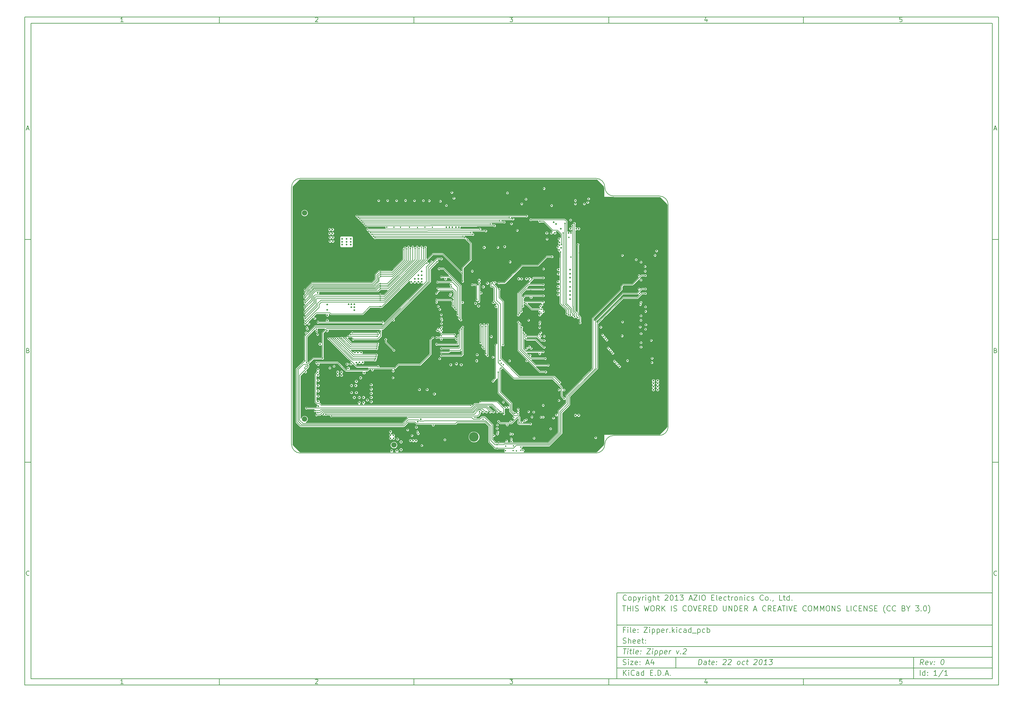
<source format=gbr>
G04 (created by PCBNEW (2013-07-07 BZR 4022)-stable) date 10/22/2013 6:32:42 PM*
%MOIN*%
G04 Gerber Fmt 3.4, Leading zero omitted, Abs format*
%FSLAX34Y34*%
G01*
G70*
G90*
G04 APERTURE LIST*
%ADD10C,0.00590551*%
%ADD11C,0.00787402*%
%ADD12C,0.019685*%
%ADD13C,0.2362*%
%ADD14C,0.23622*%
%ADD15C,0.0591*%
%ADD16C,0.0432*%
%ADD17C,0.0472*%
%ADD18R,0.0597X0.0597*%
%ADD19C,0.0597*%
%ADD20C,0.1079*%
%ADD21C,0.0866*%
%ADD22C,0.181102*%
%ADD23C,0.0590551*%
%ADD24C,0.015748*%
%ADD25C,0.01*%
G04 APERTURE END LIST*
G54D10*
X4000Y-4000D02*
X112930Y-4000D01*
X112930Y-78680D01*
X4000Y-78680D01*
X4000Y-4000D01*
X4700Y-4700D02*
X112230Y-4700D01*
X112230Y-77980D01*
X4700Y-77980D01*
X4700Y-4700D01*
X25780Y-4000D02*
X25780Y-4700D01*
X15032Y-4552D02*
X14747Y-4552D01*
X14890Y-4552D02*
X14890Y-4052D01*
X14842Y-4123D01*
X14794Y-4171D01*
X14747Y-4195D01*
X25780Y-78680D02*
X25780Y-77980D01*
X15032Y-78532D02*
X14747Y-78532D01*
X14890Y-78532D02*
X14890Y-78032D01*
X14842Y-78103D01*
X14794Y-78151D01*
X14747Y-78175D01*
X47560Y-4000D02*
X47560Y-4700D01*
X36527Y-4100D02*
X36550Y-4076D01*
X36598Y-4052D01*
X36717Y-4052D01*
X36765Y-4076D01*
X36789Y-4100D01*
X36812Y-4147D01*
X36812Y-4195D01*
X36789Y-4266D01*
X36503Y-4552D01*
X36812Y-4552D01*
X47560Y-78680D02*
X47560Y-77980D01*
X36527Y-78080D02*
X36550Y-78056D01*
X36598Y-78032D01*
X36717Y-78032D01*
X36765Y-78056D01*
X36789Y-78080D01*
X36812Y-78127D01*
X36812Y-78175D01*
X36789Y-78246D01*
X36503Y-78532D01*
X36812Y-78532D01*
X69340Y-4000D02*
X69340Y-4700D01*
X58283Y-4052D02*
X58592Y-4052D01*
X58426Y-4242D01*
X58497Y-4242D01*
X58545Y-4266D01*
X58569Y-4290D01*
X58592Y-4338D01*
X58592Y-4457D01*
X58569Y-4504D01*
X58545Y-4528D01*
X58497Y-4552D01*
X58354Y-4552D01*
X58307Y-4528D01*
X58283Y-4504D01*
X69340Y-78680D02*
X69340Y-77980D01*
X58283Y-78032D02*
X58592Y-78032D01*
X58426Y-78222D01*
X58497Y-78222D01*
X58545Y-78246D01*
X58569Y-78270D01*
X58592Y-78318D01*
X58592Y-78437D01*
X58569Y-78484D01*
X58545Y-78508D01*
X58497Y-78532D01*
X58354Y-78532D01*
X58307Y-78508D01*
X58283Y-78484D01*
X91120Y-4000D02*
X91120Y-4700D01*
X80325Y-4219D02*
X80325Y-4552D01*
X80206Y-4028D02*
X80087Y-4385D01*
X80396Y-4385D01*
X91120Y-78680D02*
X91120Y-77980D01*
X80325Y-78199D02*
X80325Y-78532D01*
X80206Y-78008D02*
X80087Y-78365D01*
X80396Y-78365D01*
X102129Y-4052D02*
X101890Y-4052D01*
X101867Y-4290D01*
X101890Y-4266D01*
X101938Y-4242D01*
X102057Y-4242D01*
X102105Y-4266D01*
X102129Y-4290D01*
X102152Y-4338D01*
X102152Y-4457D01*
X102129Y-4504D01*
X102105Y-4528D01*
X102057Y-4552D01*
X101938Y-4552D01*
X101890Y-4528D01*
X101867Y-4504D01*
X102129Y-78032D02*
X101890Y-78032D01*
X101867Y-78270D01*
X101890Y-78246D01*
X101938Y-78222D01*
X102057Y-78222D01*
X102105Y-78246D01*
X102129Y-78270D01*
X102152Y-78318D01*
X102152Y-78437D01*
X102129Y-78484D01*
X102105Y-78508D01*
X102057Y-78532D01*
X101938Y-78532D01*
X101890Y-78508D01*
X101867Y-78484D01*
X4000Y-28890D02*
X4700Y-28890D01*
X4230Y-16509D02*
X4469Y-16509D01*
X4183Y-16652D02*
X4350Y-16152D01*
X4516Y-16652D01*
X112930Y-28890D02*
X112230Y-28890D01*
X112460Y-16509D02*
X112699Y-16509D01*
X112413Y-16652D02*
X112580Y-16152D01*
X112746Y-16652D01*
X4000Y-53780D02*
X4700Y-53780D01*
X4385Y-41280D02*
X4457Y-41304D01*
X4480Y-41328D01*
X4504Y-41375D01*
X4504Y-41447D01*
X4480Y-41494D01*
X4457Y-41518D01*
X4409Y-41542D01*
X4219Y-41542D01*
X4219Y-41042D01*
X4385Y-41042D01*
X4433Y-41066D01*
X4457Y-41090D01*
X4480Y-41137D01*
X4480Y-41185D01*
X4457Y-41232D01*
X4433Y-41256D01*
X4385Y-41280D01*
X4219Y-41280D01*
X112930Y-53780D02*
X112230Y-53780D01*
X112615Y-41280D02*
X112687Y-41304D01*
X112710Y-41328D01*
X112734Y-41375D01*
X112734Y-41447D01*
X112710Y-41494D01*
X112687Y-41518D01*
X112639Y-41542D01*
X112449Y-41542D01*
X112449Y-41042D01*
X112615Y-41042D01*
X112663Y-41066D01*
X112687Y-41090D01*
X112710Y-41137D01*
X112710Y-41185D01*
X112687Y-41232D01*
X112663Y-41256D01*
X112615Y-41280D01*
X112449Y-41280D01*
X4504Y-66384D02*
X4480Y-66408D01*
X4409Y-66432D01*
X4361Y-66432D01*
X4290Y-66408D01*
X4242Y-66360D01*
X4219Y-66313D01*
X4195Y-66218D01*
X4195Y-66146D01*
X4219Y-66051D01*
X4242Y-66003D01*
X4290Y-65956D01*
X4361Y-65932D01*
X4409Y-65932D01*
X4480Y-65956D01*
X4504Y-65980D01*
X112734Y-66384D02*
X112710Y-66408D01*
X112639Y-66432D01*
X112591Y-66432D01*
X112520Y-66408D01*
X112472Y-66360D01*
X112449Y-66313D01*
X112425Y-66218D01*
X112425Y-66146D01*
X112449Y-66051D01*
X112472Y-66003D01*
X112520Y-65956D01*
X112591Y-65932D01*
X112639Y-65932D01*
X112710Y-65956D01*
X112734Y-65980D01*
X79380Y-76422D02*
X79455Y-75822D01*
X79597Y-75822D01*
X79680Y-75851D01*
X79730Y-75908D01*
X79751Y-75965D01*
X79765Y-76080D01*
X79755Y-76165D01*
X79712Y-76280D01*
X79676Y-76337D01*
X79612Y-76394D01*
X79522Y-76422D01*
X79380Y-76422D01*
X80237Y-76422D02*
X80276Y-76108D01*
X80255Y-76051D01*
X80201Y-76022D01*
X80087Y-76022D01*
X80026Y-76051D01*
X80240Y-76394D02*
X80180Y-76422D01*
X80037Y-76422D01*
X79983Y-76394D01*
X79962Y-76337D01*
X79969Y-76280D01*
X80005Y-76222D01*
X80065Y-76194D01*
X80208Y-76194D01*
X80269Y-76165D01*
X80487Y-76022D02*
X80715Y-76022D01*
X80597Y-75822D02*
X80533Y-76337D01*
X80555Y-76394D01*
X80608Y-76422D01*
X80665Y-76422D01*
X81097Y-76394D02*
X81037Y-76422D01*
X80922Y-76422D01*
X80869Y-76394D01*
X80847Y-76337D01*
X80876Y-76108D01*
X80912Y-76051D01*
X80972Y-76022D01*
X81087Y-76022D01*
X81140Y-76051D01*
X81162Y-76108D01*
X81155Y-76165D01*
X80862Y-76222D01*
X81387Y-76365D02*
X81412Y-76394D01*
X81380Y-76422D01*
X81355Y-76394D01*
X81387Y-76365D01*
X81380Y-76422D01*
X81426Y-76051D02*
X81451Y-76080D01*
X81419Y-76108D01*
X81394Y-76080D01*
X81426Y-76051D01*
X81419Y-76108D01*
X82162Y-75880D02*
X82194Y-75851D01*
X82255Y-75822D01*
X82397Y-75822D01*
X82451Y-75851D01*
X82476Y-75880D01*
X82497Y-75937D01*
X82490Y-75994D01*
X82451Y-76080D01*
X82065Y-76422D01*
X82437Y-76422D01*
X82733Y-75880D02*
X82765Y-75851D01*
X82826Y-75822D01*
X82969Y-75822D01*
X83022Y-75851D01*
X83047Y-75880D01*
X83069Y-75937D01*
X83062Y-75994D01*
X83022Y-76080D01*
X82637Y-76422D01*
X83008Y-76422D01*
X83808Y-76422D02*
X83755Y-76394D01*
X83730Y-76365D01*
X83708Y-76308D01*
X83730Y-76137D01*
X83765Y-76080D01*
X83797Y-76051D01*
X83858Y-76022D01*
X83944Y-76022D01*
X83997Y-76051D01*
X84022Y-76080D01*
X84044Y-76137D01*
X84022Y-76308D01*
X83987Y-76365D01*
X83955Y-76394D01*
X83894Y-76422D01*
X83808Y-76422D01*
X84526Y-76394D02*
X84465Y-76422D01*
X84351Y-76422D01*
X84297Y-76394D01*
X84272Y-76365D01*
X84251Y-76308D01*
X84272Y-76137D01*
X84308Y-76080D01*
X84340Y-76051D01*
X84401Y-76022D01*
X84515Y-76022D01*
X84569Y-76051D01*
X84744Y-76022D02*
X84972Y-76022D01*
X84855Y-75822D02*
X84790Y-76337D01*
X84812Y-76394D01*
X84865Y-76422D01*
X84922Y-76422D01*
X85619Y-75880D02*
X85651Y-75851D01*
X85712Y-75822D01*
X85855Y-75822D01*
X85908Y-75851D01*
X85933Y-75880D01*
X85955Y-75937D01*
X85947Y-75994D01*
X85908Y-76080D01*
X85522Y-76422D01*
X85894Y-76422D01*
X86340Y-75822D02*
X86397Y-75822D01*
X86451Y-75851D01*
X86476Y-75880D01*
X86497Y-75937D01*
X86512Y-76051D01*
X86494Y-76194D01*
X86451Y-76308D01*
X86415Y-76365D01*
X86383Y-76394D01*
X86322Y-76422D01*
X86265Y-76422D01*
X86212Y-76394D01*
X86187Y-76365D01*
X86165Y-76308D01*
X86151Y-76194D01*
X86169Y-76051D01*
X86212Y-75937D01*
X86247Y-75880D01*
X86280Y-75851D01*
X86340Y-75822D01*
X87037Y-76422D02*
X86694Y-76422D01*
X86865Y-76422D02*
X86940Y-75822D01*
X86872Y-75908D01*
X86808Y-75965D01*
X86747Y-75994D01*
X87312Y-75822D02*
X87683Y-75822D01*
X87455Y-76051D01*
X87540Y-76051D01*
X87594Y-76080D01*
X87619Y-76108D01*
X87640Y-76165D01*
X87622Y-76308D01*
X87587Y-76365D01*
X87555Y-76394D01*
X87494Y-76422D01*
X87322Y-76422D01*
X87269Y-76394D01*
X87244Y-76365D01*
X70972Y-77622D02*
X70972Y-77022D01*
X71315Y-77622D02*
X71058Y-77280D01*
X71315Y-77022D02*
X70972Y-77365D01*
X71572Y-77622D02*
X71572Y-77222D01*
X71572Y-77022D02*
X71544Y-77051D01*
X71572Y-77080D01*
X71601Y-77051D01*
X71572Y-77022D01*
X71572Y-77080D01*
X72201Y-77565D02*
X72172Y-77594D01*
X72087Y-77622D01*
X72030Y-77622D01*
X71944Y-77594D01*
X71887Y-77537D01*
X71858Y-77480D01*
X71830Y-77365D01*
X71830Y-77280D01*
X71858Y-77165D01*
X71887Y-77108D01*
X71944Y-77051D01*
X72030Y-77022D01*
X72087Y-77022D01*
X72172Y-77051D01*
X72201Y-77080D01*
X72715Y-77622D02*
X72715Y-77308D01*
X72687Y-77251D01*
X72630Y-77222D01*
X72515Y-77222D01*
X72458Y-77251D01*
X72715Y-77594D02*
X72658Y-77622D01*
X72515Y-77622D01*
X72458Y-77594D01*
X72430Y-77537D01*
X72430Y-77480D01*
X72458Y-77422D01*
X72515Y-77394D01*
X72658Y-77394D01*
X72715Y-77365D01*
X73258Y-77622D02*
X73258Y-77022D01*
X73258Y-77594D02*
X73201Y-77622D01*
X73087Y-77622D01*
X73030Y-77594D01*
X73001Y-77565D01*
X72972Y-77508D01*
X72972Y-77337D01*
X73001Y-77280D01*
X73030Y-77251D01*
X73087Y-77222D01*
X73201Y-77222D01*
X73258Y-77251D01*
X74001Y-77308D02*
X74201Y-77308D01*
X74287Y-77622D02*
X74001Y-77622D01*
X74001Y-77022D01*
X74287Y-77022D01*
X74544Y-77565D02*
X74572Y-77594D01*
X74544Y-77622D01*
X74515Y-77594D01*
X74544Y-77565D01*
X74544Y-77622D01*
X74829Y-77622D02*
X74829Y-77022D01*
X74972Y-77022D01*
X75058Y-77051D01*
X75115Y-77108D01*
X75144Y-77165D01*
X75172Y-77280D01*
X75172Y-77365D01*
X75144Y-77480D01*
X75115Y-77537D01*
X75058Y-77594D01*
X74972Y-77622D01*
X74829Y-77622D01*
X75429Y-77565D02*
X75458Y-77594D01*
X75429Y-77622D01*
X75401Y-77594D01*
X75429Y-77565D01*
X75429Y-77622D01*
X75687Y-77451D02*
X75972Y-77451D01*
X75629Y-77622D02*
X75829Y-77022D01*
X76029Y-77622D01*
X76229Y-77565D02*
X76258Y-77594D01*
X76229Y-77622D01*
X76201Y-77594D01*
X76229Y-77565D01*
X76229Y-77622D01*
X104522Y-76422D02*
X104358Y-76137D01*
X104180Y-76422D02*
X104255Y-75822D01*
X104483Y-75822D01*
X104537Y-75851D01*
X104562Y-75880D01*
X104583Y-75937D01*
X104572Y-76022D01*
X104537Y-76080D01*
X104505Y-76108D01*
X104444Y-76137D01*
X104215Y-76137D01*
X105012Y-76394D02*
X104951Y-76422D01*
X104837Y-76422D01*
X104783Y-76394D01*
X104762Y-76337D01*
X104790Y-76108D01*
X104826Y-76051D01*
X104887Y-76022D01*
X105001Y-76022D01*
X105055Y-76051D01*
X105076Y-76108D01*
X105069Y-76165D01*
X104776Y-76222D01*
X105287Y-76022D02*
X105380Y-76422D01*
X105572Y-76022D01*
X105758Y-76365D02*
X105783Y-76394D01*
X105751Y-76422D01*
X105726Y-76394D01*
X105758Y-76365D01*
X105751Y-76422D01*
X105797Y-76051D02*
X105822Y-76080D01*
X105790Y-76108D01*
X105765Y-76080D01*
X105797Y-76051D01*
X105790Y-76108D01*
X106683Y-75822D02*
X106740Y-75822D01*
X106794Y-75851D01*
X106819Y-75880D01*
X106840Y-75937D01*
X106855Y-76051D01*
X106837Y-76194D01*
X106794Y-76308D01*
X106758Y-76365D01*
X106726Y-76394D01*
X106665Y-76422D01*
X106608Y-76422D01*
X106555Y-76394D01*
X106530Y-76365D01*
X106508Y-76308D01*
X106494Y-76194D01*
X106512Y-76051D01*
X106555Y-75937D01*
X106590Y-75880D01*
X106622Y-75851D01*
X106683Y-75822D01*
X70944Y-76394D02*
X71030Y-76422D01*
X71172Y-76422D01*
X71230Y-76394D01*
X71258Y-76365D01*
X71287Y-76308D01*
X71287Y-76251D01*
X71258Y-76194D01*
X71230Y-76165D01*
X71172Y-76137D01*
X71058Y-76108D01*
X71001Y-76080D01*
X70972Y-76051D01*
X70944Y-75994D01*
X70944Y-75937D01*
X70972Y-75880D01*
X71001Y-75851D01*
X71058Y-75822D01*
X71201Y-75822D01*
X71287Y-75851D01*
X71544Y-76422D02*
X71544Y-76022D01*
X71544Y-75822D02*
X71515Y-75851D01*
X71544Y-75880D01*
X71572Y-75851D01*
X71544Y-75822D01*
X71544Y-75880D01*
X71772Y-76022D02*
X72087Y-76022D01*
X71772Y-76422D01*
X72087Y-76422D01*
X72544Y-76394D02*
X72487Y-76422D01*
X72372Y-76422D01*
X72315Y-76394D01*
X72287Y-76337D01*
X72287Y-76108D01*
X72315Y-76051D01*
X72372Y-76022D01*
X72487Y-76022D01*
X72544Y-76051D01*
X72572Y-76108D01*
X72572Y-76165D01*
X72287Y-76222D01*
X72830Y-76365D02*
X72858Y-76394D01*
X72830Y-76422D01*
X72801Y-76394D01*
X72830Y-76365D01*
X72830Y-76422D01*
X72830Y-76051D02*
X72858Y-76080D01*
X72830Y-76108D01*
X72801Y-76080D01*
X72830Y-76051D01*
X72830Y-76108D01*
X73544Y-76251D02*
X73830Y-76251D01*
X73487Y-76422D02*
X73687Y-75822D01*
X73887Y-76422D01*
X74344Y-76022D02*
X74344Y-76422D01*
X74201Y-75794D02*
X74058Y-76222D01*
X74430Y-76222D01*
X104172Y-77622D02*
X104172Y-77022D01*
X104715Y-77622D02*
X104715Y-77022D01*
X104715Y-77594D02*
X104658Y-77622D01*
X104544Y-77622D01*
X104487Y-77594D01*
X104458Y-77565D01*
X104430Y-77508D01*
X104430Y-77337D01*
X104458Y-77280D01*
X104487Y-77251D01*
X104544Y-77222D01*
X104658Y-77222D01*
X104715Y-77251D01*
X105001Y-77565D02*
X105030Y-77594D01*
X105001Y-77622D01*
X104972Y-77594D01*
X105001Y-77565D01*
X105001Y-77622D01*
X105001Y-77251D02*
X105030Y-77280D01*
X105001Y-77308D01*
X104972Y-77280D01*
X105001Y-77251D01*
X105001Y-77308D01*
X106058Y-77622D02*
X105715Y-77622D01*
X105887Y-77622D02*
X105887Y-77022D01*
X105829Y-77108D01*
X105772Y-77165D01*
X105715Y-77194D01*
X106744Y-76994D02*
X106230Y-77765D01*
X107258Y-77622D02*
X106915Y-77622D01*
X107087Y-77622D02*
X107087Y-77022D01*
X107029Y-77108D01*
X106972Y-77165D01*
X106915Y-77194D01*
X70969Y-74622D02*
X71312Y-74622D01*
X71065Y-75222D02*
X71140Y-74622D01*
X71437Y-75222D02*
X71487Y-74822D01*
X71512Y-74622D02*
X71480Y-74651D01*
X71505Y-74680D01*
X71537Y-74651D01*
X71512Y-74622D01*
X71505Y-74680D01*
X71687Y-74822D02*
X71915Y-74822D01*
X71797Y-74622D02*
X71733Y-75137D01*
X71755Y-75194D01*
X71808Y-75222D01*
X71865Y-75222D01*
X72151Y-75222D02*
X72097Y-75194D01*
X72076Y-75137D01*
X72140Y-74622D01*
X72612Y-75194D02*
X72551Y-75222D01*
X72437Y-75222D01*
X72383Y-75194D01*
X72362Y-75137D01*
X72390Y-74908D01*
X72426Y-74851D01*
X72487Y-74822D01*
X72601Y-74822D01*
X72655Y-74851D01*
X72676Y-74908D01*
X72669Y-74965D01*
X72376Y-75022D01*
X72901Y-75165D02*
X72926Y-75194D01*
X72894Y-75222D01*
X72869Y-75194D01*
X72901Y-75165D01*
X72894Y-75222D01*
X72940Y-74851D02*
X72965Y-74880D01*
X72933Y-74908D01*
X72908Y-74880D01*
X72940Y-74851D01*
X72933Y-74908D01*
X73655Y-74622D02*
X74055Y-74622D01*
X73580Y-75222D01*
X73980Y-75222D01*
X74208Y-75222D02*
X74258Y-74822D01*
X74283Y-74622D02*
X74251Y-74651D01*
X74276Y-74680D01*
X74308Y-74651D01*
X74283Y-74622D01*
X74276Y-74680D01*
X74544Y-74822D02*
X74469Y-75422D01*
X74540Y-74851D02*
X74601Y-74822D01*
X74715Y-74822D01*
X74769Y-74851D01*
X74794Y-74880D01*
X74815Y-74937D01*
X74794Y-75108D01*
X74758Y-75165D01*
X74726Y-75194D01*
X74665Y-75222D01*
X74551Y-75222D01*
X74497Y-75194D01*
X75087Y-74822D02*
X75012Y-75422D01*
X75083Y-74851D02*
X75144Y-74822D01*
X75258Y-74822D01*
X75312Y-74851D01*
X75337Y-74880D01*
X75358Y-74937D01*
X75337Y-75108D01*
X75301Y-75165D01*
X75269Y-75194D01*
X75208Y-75222D01*
X75094Y-75222D01*
X75040Y-75194D01*
X75812Y-75194D02*
X75751Y-75222D01*
X75637Y-75222D01*
X75583Y-75194D01*
X75562Y-75137D01*
X75590Y-74908D01*
X75626Y-74851D01*
X75687Y-74822D01*
X75801Y-74822D01*
X75855Y-74851D01*
X75876Y-74908D01*
X75869Y-74965D01*
X75576Y-75022D01*
X76094Y-75222D02*
X76144Y-74822D01*
X76130Y-74937D02*
X76165Y-74880D01*
X76197Y-74851D01*
X76258Y-74822D01*
X76315Y-74822D01*
X76915Y-74822D02*
X77008Y-75222D01*
X77201Y-74822D01*
X77387Y-75165D02*
X77412Y-75194D01*
X77380Y-75222D01*
X77355Y-75194D01*
X77387Y-75165D01*
X77380Y-75222D01*
X77705Y-74680D02*
X77737Y-74651D01*
X77797Y-74622D01*
X77940Y-74622D01*
X77994Y-74651D01*
X78019Y-74680D01*
X78040Y-74737D01*
X78033Y-74794D01*
X77994Y-74880D01*
X77608Y-75222D01*
X77980Y-75222D01*
X71172Y-72508D02*
X70972Y-72508D01*
X70972Y-72822D02*
X70972Y-72222D01*
X71258Y-72222D01*
X71487Y-72822D02*
X71487Y-72422D01*
X71487Y-72222D02*
X71458Y-72251D01*
X71487Y-72280D01*
X71515Y-72251D01*
X71487Y-72222D01*
X71487Y-72280D01*
X71858Y-72822D02*
X71801Y-72794D01*
X71772Y-72737D01*
X71772Y-72222D01*
X72315Y-72794D02*
X72258Y-72822D01*
X72144Y-72822D01*
X72087Y-72794D01*
X72058Y-72737D01*
X72058Y-72508D01*
X72087Y-72451D01*
X72144Y-72422D01*
X72258Y-72422D01*
X72315Y-72451D01*
X72344Y-72508D01*
X72344Y-72565D01*
X72058Y-72622D01*
X72601Y-72765D02*
X72630Y-72794D01*
X72601Y-72822D01*
X72572Y-72794D01*
X72601Y-72765D01*
X72601Y-72822D01*
X72601Y-72451D02*
X72630Y-72480D01*
X72601Y-72508D01*
X72572Y-72480D01*
X72601Y-72451D01*
X72601Y-72508D01*
X73287Y-72222D02*
X73687Y-72222D01*
X73287Y-72822D01*
X73687Y-72822D01*
X73915Y-72822D02*
X73915Y-72422D01*
X73915Y-72222D02*
X73887Y-72251D01*
X73915Y-72280D01*
X73944Y-72251D01*
X73915Y-72222D01*
X73915Y-72280D01*
X74201Y-72422D02*
X74201Y-73022D01*
X74201Y-72451D02*
X74258Y-72422D01*
X74372Y-72422D01*
X74430Y-72451D01*
X74458Y-72480D01*
X74487Y-72537D01*
X74487Y-72708D01*
X74458Y-72765D01*
X74430Y-72794D01*
X74372Y-72822D01*
X74258Y-72822D01*
X74201Y-72794D01*
X74744Y-72422D02*
X74744Y-73022D01*
X74744Y-72451D02*
X74801Y-72422D01*
X74915Y-72422D01*
X74972Y-72451D01*
X75001Y-72480D01*
X75030Y-72537D01*
X75030Y-72708D01*
X75001Y-72765D01*
X74972Y-72794D01*
X74915Y-72822D01*
X74801Y-72822D01*
X74744Y-72794D01*
X75515Y-72794D02*
X75458Y-72822D01*
X75344Y-72822D01*
X75287Y-72794D01*
X75258Y-72737D01*
X75258Y-72508D01*
X75287Y-72451D01*
X75344Y-72422D01*
X75458Y-72422D01*
X75515Y-72451D01*
X75544Y-72508D01*
X75544Y-72565D01*
X75258Y-72622D01*
X75801Y-72822D02*
X75801Y-72422D01*
X75801Y-72537D02*
X75830Y-72480D01*
X75858Y-72451D01*
X75915Y-72422D01*
X75972Y-72422D01*
X76172Y-72765D02*
X76201Y-72794D01*
X76172Y-72822D01*
X76144Y-72794D01*
X76172Y-72765D01*
X76172Y-72822D01*
X76458Y-72822D02*
X76458Y-72222D01*
X76515Y-72594D02*
X76687Y-72822D01*
X76687Y-72422D02*
X76458Y-72651D01*
X76944Y-72822D02*
X76944Y-72422D01*
X76944Y-72222D02*
X76915Y-72251D01*
X76944Y-72280D01*
X76972Y-72251D01*
X76944Y-72222D01*
X76944Y-72280D01*
X77487Y-72794D02*
X77430Y-72822D01*
X77315Y-72822D01*
X77258Y-72794D01*
X77230Y-72765D01*
X77201Y-72708D01*
X77201Y-72537D01*
X77230Y-72480D01*
X77258Y-72451D01*
X77315Y-72422D01*
X77430Y-72422D01*
X77487Y-72451D01*
X78001Y-72822D02*
X78001Y-72508D01*
X77972Y-72451D01*
X77915Y-72422D01*
X77801Y-72422D01*
X77744Y-72451D01*
X78001Y-72794D02*
X77944Y-72822D01*
X77801Y-72822D01*
X77744Y-72794D01*
X77715Y-72737D01*
X77715Y-72680D01*
X77744Y-72622D01*
X77801Y-72594D01*
X77944Y-72594D01*
X78001Y-72565D01*
X78544Y-72822D02*
X78544Y-72222D01*
X78544Y-72794D02*
X78487Y-72822D01*
X78372Y-72822D01*
X78315Y-72794D01*
X78287Y-72765D01*
X78258Y-72708D01*
X78258Y-72537D01*
X78287Y-72480D01*
X78315Y-72451D01*
X78372Y-72422D01*
X78487Y-72422D01*
X78544Y-72451D01*
X78687Y-72880D02*
X79144Y-72880D01*
X79287Y-72422D02*
X79287Y-73022D01*
X79287Y-72451D02*
X79344Y-72422D01*
X79458Y-72422D01*
X79515Y-72451D01*
X79544Y-72480D01*
X79572Y-72537D01*
X79572Y-72708D01*
X79544Y-72765D01*
X79515Y-72794D01*
X79458Y-72822D01*
X79344Y-72822D01*
X79287Y-72794D01*
X80087Y-72794D02*
X80030Y-72822D01*
X79915Y-72822D01*
X79858Y-72794D01*
X79830Y-72765D01*
X79801Y-72708D01*
X79801Y-72537D01*
X79830Y-72480D01*
X79858Y-72451D01*
X79915Y-72422D01*
X80030Y-72422D01*
X80087Y-72451D01*
X80344Y-72822D02*
X80344Y-72222D01*
X80344Y-72451D02*
X80401Y-72422D01*
X80515Y-72422D01*
X80572Y-72451D01*
X80601Y-72480D01*
X80630Y-72537D01*
X80630Y-72708D01*
X80601Y-72765D01*
X80572Y-72794D01*
X80515Y-72822D01*
X80401Y-72822D01*
X80344Y-72794D01*
X70944Y-73994D02*
X71030Y-74022D01*
X71172Y-74022D01*
X71230Y-73994D01*
X71258Y-73965D01*
X71287Y-73908D01*
X71287Y-73851D01*
X71258Y-73794D01*
X71230Y-73765D01*
X71172Y-73737D01*
X71058Y-73708D01*
X71001Y-73680D01*
X70972Y-73651D01*
X70944Y-73594D01*
X70944Y-73537D01*
X70972Y-73480D01*
X71001Y-73451D01*
X71058Y-73422D01*
X71201Y-73422D01*
X71287Y-73451D01*
X71544Y-74022D02*
X71544Y-73422D01*
X71801Y-74022D02*
X71801Y-73708D01*
X71772Y-73651D01*
X71715Y-73622D01*
X71630Y-73622D01*
X71572Y-73651D01*
X71544Y-73680D01*
X72315Y-73994D02*
X72258Y-74022D01*
X72144Y-74022D01*
X72087Y-73994D01*
X72058Y-73937D01*
X72058Y-73708D01*
X72087Y-73651D01*
X72144Y-73622D01*
X72258Y-73622D01*
X72315Y-73651D01*
X72344Y-73708D01*
X72344Y-73765D01*
X72058Y-73822D01*
X72830Y-73994D02*
X72772Y-74022D01*
X72658Y-74022D01*
X72601Y-73994D01*
X72572Y-73937D01*
X72572Y-73708D01*
X72601Y-73651D01*
X72658Y-73622D01*
X72772Y-73622D01*
X72830Y-73651D01*
X72858Y-73708D01*
X72858Y-73765D01*
X72572Y-73822D01*
X73030Y-73622D02*
X73258Y-73622D01*
X73115Y-73422D02*
X73115Y-73937D01*
X73144Y-73994D01*
X73201Y-74022D01*
X73258Y-74022D01*
X73458Y-73965D02*
X73487Y-73994D01*
X73458Y-74022D01*
X73430Y-73994D01*
X73458Y-73965D01*
X73458Y-74022D01*
X73458Y-73651D02*
X73487Y-73680D01*
X73458Y-73708D01*
X73430Y-73680D01*
X73458Y-73651D01*
X73458Y-73708D01*
X70887Y-69822D02*
X71230Y-69822D01*
X71058Y-70422D02*
X71058Y-69822D01*
X71430Y-70422D02*
X71430Y-69822D01*
X71430Y-70108D02*
X71772Y-70108D01*
X71772Y-70422D02*
X71772Y-69822D01*
X72058Y-70422D02*
X72058Y-69822D01*
X72315Y-70394D02*
X72401Y-70422D01*
X72544Y-70422D01*
X72601Y-70394D01*
X72629Y-70365D01*
X72658Y-70308D01*
X72658Y-70251D01*
X72629Y-70194D01*
X72601Y-70165D01*
X72544Y-70137D01*
X72429Y-70108D01*
X72372Y-70080D01*
X72344Y-70051D01*
X72315Y-69994D01*
X72315Y-69937D01*
X72344Y-69880D01*
X72372Y-69851D01*
X72429Y-69822D01*
X72572Y-69822D01*
X72658Y-69851D01*
X73315Y-69822D02*
X73458Y-70422D01*
X73572Y-69994D01*
X73687Y-70422D01*
X73830Y-69822D01*
X74172Y-69822D02*
X74287Y-69822D01*
X74344Y-69851D01*
X74401Y-69908D01*
X74430Y-70022D01*
X74430Y-70222D01*
X74401Y-70337D01*
X74344Y-70394D01*
X74287Y-70422D01*
X74172Y-70422D01*
X74115Y-70394D01*
X74058Y-70337D01*
X74030Y-70222D01*
X74030Y-70022D01*
X74058Y-69908D01*
X74115Y-69851D01*
X74172Y-69822D01*
X75029Y-70422D02*
X74829Y-70137D01*
X74687Y-70422D02*
X74687Y-69822D01*
X74915Y-69822D01*
X74972Y-69851D01*
X75001Y-69880D01*
X75029Y-69937D01*
X75029Y-70022D01*
X75001Y-70080D01*
X74972Y-70108D01*
X74915Y-70137D01*
X74687Y-70137D01*
X75287Y-70422D02*
X75287Y-69822D01*
X75629Y-70422D02*
X75372Y-70080D01*
X75629Y-69822D02*
X75287Y-70165D01*
X76344Y-70422D02*
X76344Y-69822D01*
X76601Y-70394D02*
X76687Y-70422D01*
X76829Y-70422D01*
X76887Y-70394D01*
X76915Y-70365D01*
X76944Y-70308D01*
X76944Y-70251D01*
X76915Y-70194D01*
X76887Y-70165D01*
X76829Y-70137D01*
X76715Y-70108D01*
X76658Y-70080D01*
X76629Y-70051D01*
X76601Y-69994D01*
X76601Y-69937D01*
X76629Y-69880D01*
X76658Y-69851D01*
X76715Y-69822D01*
X76858Y-69822D01*
X76944Y-69851D01*
X78001Y-70365D02*
X77972Y-70394D01*
X77887Y-70422D01*
X77830Y-70422D01*
X77744Y-70394D01*
X77687Y-70337D01*
X77658Y-70280D01*
X77630Y-70165D01*
X77630Y-70080D01*
X77658Y-69965D01*
X77687Y-69908D01*
X77744Y-69851D01*
X77830Y-69822D01*
X77887Y-69822D01*
X77972Y-69851D01*
X78001Y-69880D01*
X78372Y-69822D02*
X78487Y-69822D01*
X78544Y-69851D01*
X78601Y-69908D01*
X78630Y-70022D01*
X78630Y-70222D01*
X78601Y-70337D01*
X78544Y-70394D01*
X78487Y-70422D01*
X78372Y-70422D01*
X78315Y-70394D01*
X78258Y-70337D01*
X78230Y-70222D01*
X78230Y-70022D01*
X78258Y-69908D01*
X78315Y-69851D01*
X78372Y-69822D01*
X78801Y-69822D02*
X79001Y-70422D01*
X79201Y-69822D01*
X79401Y-70108D02*
X79601Y-70108D01*
X79687Y-70422D02*
X79401Y-70422D01*
X79401Y-69822D01*
X79687Y-69822D01*
X80287Y-70422D02*
X80087Y-70137D01*
X79944Y-70422D02*
X79944Y-69822D01*
X80172Y-69822D01*
X80229Y-69851D01*
X80258Y-69880D01*
X80287Y-69937D01*
X80287Y-70022D01*
X80258Y-70080D01*
X80229Y-70108D01*
X80172Y-70137D01*
X79944Y-70137D01*
X80544Y-70108D02*
X80744Y-70108D01*
X80829Y-70422D02*
X80544Y-70422D01*
X80544Y-69822D01*
X80829Y-69822D01*
X81087Y-70422D02*
X81087Y-69822D01*
X81229Y-69822D01*
X81315Y-69851D01*
X81372Y-69908D01*
X81401Y-69965D01*
X81429Y-70080D01*
X81429Y-70165D01*
X81401Y-70280D01*
X81372Y-70337D01*
X81315Y-70394D01*
X81229Y-70422D01*
X81087Y-70422D01*
X82144Y-69822D02*
X82144Y-70308D01*
X82172Y-70365D01*
X82201Y-70394D01*
X82258Y-70422D01*
X82372Y-70422D01*
X82429Y-70394D01*
X82458Y-70365D01*
X82487Y-70308D01*
X82487Y-69822D01*
X82772Y-70422D02*
X82772Y-69822D01*
X83115Y-70422D01*
X83115Y-69822D01*
X83401Y-70422D02*
X83401Y-69822D01*
X83544Y-69822D01*
X83629Y-69851D01*
X83687Y-69908D01*
X83715Y-69965D01*
X83744Y-70080D01*
X83744Y-70165D01*
X83715Y-70280D01*
X83687Y-70337D01*
X83629Y-70394D01*
X83544Y-70422D01*
X83401Y-70422D01*
X84001Y-70108D02*
X84201Y-70108D01*
X84287Y-70422D02*
X84001Y-70422D01*
X84001Y-69822D01*
X84287Y-69822D01*
X84887Y-70422D02*
X84687Y-70137D01*
X84544Y-70422D02*
X84544Y-69822D01*
X84772Y-69822D01*
X84829Y-69851D01*
X84858Y-69880D01*
X84887Y-69937D01*
X84887Y-70022D01*
X84858Y-70080D01*
X84829Y-70108D01*
X84772Y-70137D01*
X84544Y-70137D01*
X85572Y-70251D02*
X85858Y-70251D01*
X85515Y-70422D02*
X85715Y-69822D01*
X85915Y-70422D01*
X86915Y-70365D02*
X86887Y-70394D01*
X86801Y-70422D01*
X86744Y-70422D01*
X86658Y-70394D01*
X86601Y-70337D01*
X86572Y-70280D01*
X86544Y-70165D01*
X86544Y-70080D01*
X86572Y-69965D01*
X86601Y-69908D01*
X86658Y-69851D01*
X86744Y-69822D01*
X86801Y-69822D01*
X86887Y-69851D01*
X86915Y-69880D01*
X87515Y-70422D02*
X87315Y-70137D01*
X87172Y-70422D02*
X87172Y-69822D01*
X87401Y-69822D01*
X87458Y-69851D01*
X87487Y-69880D01*
X87515Y-69937D01*
X87515Y-70022D01*
X87487Y-70080D01*
X87458Y-70108D01*
X87401Y-70137D01*
X87172Y-70137D01*
X87772Y-70108D02*
X87972Y-70108D01*
X88058Y-70422D02*
X87772Y-70422D01*
X87772Y-69822D01*
X88058Y-69822D01*
X88287Y-70251D02*
X88572Y-70251D01*
X88229Y-70422D02*
X88429Y-69822D01*
X88629Y-70422D01*
X88744Y-69822D02*
X89087Y-69822D01*
X88915Y-70422D02*
X88915Y-69822D01*
X89287Y-70422D02*
X89287Y-69822D01*
X89487Y-69822D02*
X89687Y-70422D01*
X89887Y-69822D01*
X90087Y-70108D02*
X90287Y-70108D01*
X90372Y-70422D02*
X90087Y-70422D01*
X90087Y-69822D01*
X90372Y-69822D01*
X91429Y-70365D02*
X91401Y-70394D01*
X91315Y-70422D01*
X91258Y-70422D01*
X91172Y-70394D01*
X91115Y-70337D01*
X91087Y-70280D01*
X91058Y-70165D01*
X91058Y-70080D01*
X91087Y-69965D01*
X91115Y-69908D01*
X91172Y-69851D01*
X91258Y-69822D01*
X91315Y-69822D01*
X91401Y-69851D01*
X91429Y-69880D01*
X91801Y-69822D02*
X91915Y-69822D01*
X91972Y-69851D01*
X92029Y-69908D01*
X92058Y-70022D01*
X92058Y-70222D01*
X92029Y-70337D01*
X91972Y-70394D01*
X91915Y-70422D01*
X91801Y-70422D01*
X91744Y-70394D01*
X91687Y-70337D01*
X91658Y-70222D01*
X91658Y-70022D01*
X91687Y-69908D01*
X91744Y-69851D01*
X91801Y-69822D01*
X92315Y-70422D02*
X92315Y-69822D01*
X92515Y-70251D01*
X92715Y-69822D01*
X92715Y-70422D01*
X93001Y-70422D02*
X93001Y-69822D01*
X93201Y-70251D01*
X93401Y-69822D01*
X93401Y-70422D01*
X93801Y-69822D02*
X93915Y-69822D01*
X93972Y-69851D01*
X94029Y-69908D01*
X94058Y-70022D01*
X94058Y-70222D01*
X94029Y-70337D01*
X93972Y-70394D01*
X93915Y-70422D01*
X93801Y-70422D01*
X93744Y-70394D01*
X93687Y-70337D01*
X93658Y-70222D01*
X93658Y-70022D01*
X93687Y-69908D01*
X93744Y-69851D01*
X93801Y-69822D01*
X94315Y-70422D02*
X94315Y-69822D01*
X94658Y-70422D01*
X94658Y-69822D01*
X94915Y-70394D02*
X95001Y-70422D01*
X95144Y-70422D01*
X95201Y-70394D01*
X95229Y-70365D01*
X95258Y-70308D01*
X95258Y-70251D01*
X95229Y-70194D01*
X95201Y-70165D01*
X95144Y-70137D01*
X95029Y-70108D01*
X94972Y-70080D01*
X94944Y-70051D01*
X94915Y-69994D01*
X94915Y-69937D01*
X94944Y-69880D01*
X94972Y-69851D01*
X95029Y-69822D01*
X95172Y-69822D01*
X95258Y-69851D01*
X96258Y-70422D02*
X95972Y-70422D01*
X95972Y-69822D01*
X96458Y-70422D02*
X96458Y-69822D01*
X97087Y-70365D02*
X97058Y-70394D01*
X96972Y-70422D01*
X96915Y-70422D01*
X96829Y-70394D01*
X96772Y-70337D01*
X96744Y-70280D01*
X96715Y-70165D01*
X96715Y-70080D01*
X96744Y-69965D01*
X96772Y-69908D01*
X96829Y-69851D01*
X96915Y-69822D01*
X96972Y-69822D01*
X97058Y-69851D01*
X97087Y-69880D01*
X97344Y-70108D02*
X97544Y-70108D01*
X97629Y-70422D02*
X97344Y-70422D01*
X97344Y-69822D01*
X97629Y-69822D01*
X97887Y-70422D02*
X97887Y-69822D01*
X98229Y-70422D01*
X98229Y-69822D01*
X98487Y-70394D02*
X98572Y-70422D01*
X98715Y-70422D01*
X98772Y-70394D01*
X98801Y-70365D01*
X98829Y-70308D01*
X98829Y-70251D01*
X98801Y-70194D01*
X98772Y-70165D01*
X98715Y-70137D01*
X98601Y-70108D01*
X98544Y-70080D01*
X98515Y-70051D01*
X98487Y-69994D01*
X98487Y-69937D01*
X98515Y-69880D01*
X98544Y-69851D01*
X98601Y-69822D01*
X98744Y-69822D01*
X98829Y-69851D01*
X99087Y-70108D02*
X99287Y-70108D01*
X99372Y-70422D02*
X99087Y-70422D01*
X99087Y-69822D01*
X99372Y-69822D01*
X100258Y-70651D02*
X100229Y-70622D01*
X100172Y-70537D01*
X100144Y-70480D01*
X100115Y-70394D01*
X100087Y-70251D01*
X100087Y-70137D01*
X100115Y-69994D01*
X100144Y-69908D01*
X100172Y-69851D01*
X100229Y-69765D01*
X100258Y-69737D01*
X100829Y-70365D02*
X100801Y-70394D01*
X100715Y-70422D01*
X100658Y-70422D01*
X100572Y-70394D01*
X100515Y-70337D01*
X100487Y-70280D01*
X100458Y-70165D01*
X100458Y-70080D01*
X100487Y-69965D01*
X100515Y-69908D01*
X100572Y-69851D01*
X100658Y-69822D01*
X100715Y-69822D01*
X100801Y-69851D01*
X100829Y-69880D01*
X101429Y-70365D02*
X101401Y-70394D01*
X101315Y-70422D01*
X101258Y-70422D01*
X101172Y-70394D01*
X101115Y-70337D01*
X101087Y-70280D01*
X101058Y-70165D01*
X101058Y-70080D01*
X101087Y-69965D01*
X101115Y-69908D01*
X101172Y-69851D01*
X101258Y-69822D01*
X101315Y-69822D01*
X101401Y-69851D01*
X101429Y-69880D01*
X102344Y-70108D02*
X102429Y-70137D01*
X102458Y-70165D01*
X102487Y-70222D01*
X102487Y-70308D01*
X102458Y-70365D01*
X102429Y-70394D01*
X102372Y-70422D01*
X102144Y-70422D01*
X102144Y-69822D01*
X102344Y-69822D01*
X102401Y-69851D01*
X102429Y-69880D01*
X102458Y-69937D01*
X102458Y-69994D01*
X102429Y-70051D01*
X102401Y-70080D01*
X102344Y-70108D01*
X102144Y-70108D01*
X102858Y-70137D02*
X102858Y-70422D01*
X102658Y-69822D02*
X102858Y-70137D01*
X103058Y-69822D01*
X103658Y-69822D02*
X104029Y-69822D01*
X103829Y-70051D01*
X103915Y-70051D01*
X103972Y-70080D01*
X104001Y-70108D01*
X104029Y-70165D01*
X104029Y-70308D01*
X104001Y-70365D01*
X103972Y-70394D01*
X103915Y-70422D01*
X103744Y-70422D01*
X103687Y-70394D01*
X103658Y-70365D01*
X104287Y-70365D02*
X104315Y-70394D01*
X104287Y-70422D01*
X104258Y-70394D01*
X104287Y-70365D01*
X104287Y-70422D01*
X104687Y-69822D02*
X104744Y-69822D01*
X104801Y-69851D01*
X104829Y-69880D01*
X104858Y-69937D01*
X104887Y-70051D01*
X104887Y-70194D01*
X104858Y-70308D01*
X104829Y-70365D01*
X104801Y-70394D01*
X104744Y-70422D01*
X104687Y-70422D01*
X104629Y-70394D01*
X104601Y-70365D01*
X104572Y-70308D01*
X104544Y-70194D01*
X104544Y-70051D01*
X104572Y-69937D01*
X104601Y-69880D01*
X104629Y-69851D01*
X104687Y-69822D01*
X105087Y-70651D02*
X105115Y-70622D01*
X105172Y-70537D01*
X105201Y-70480D01*
X105229Y-70394D01*
X105258Y-70251D01*
X105258Y-70137D01*
X105229Y-69994D01*
X105201Y-69908D01*
X105172Y-69851D01*
X105115Y-69765D01*
X105087Y-69737D01*
X71315Y-69165D02*
X71287Y-69194D01*
X71201Y-69222D01*
X71144Y-69222D01*
X71058Y-69194D01*
X71001Y-69137D01*
X70972Y-69080D01*
X70944Y-68965D01*
X70944Y-68880D01*
X70972Y-68765D01*
X71001Y-68708D01*
X71058Y-68651D01*
X71144Y-68622D01*
X71201Y-68622D01*
X71287Y-68651D01*
X71315Y-68680D01*
X71658Y-69222D02*
X71601Y-69194D01*
X71572Y-69165D01*
X71544Y-69108D01*
X71544Y-68937D01*
X71572Y-68880D01*
X71601Y-68851D01*
X71658Y-68822D01*
X71744Y-68822D01*
X71801Y-68851D01*
X71830Y-68880D01*
X71858Y-68937D01*
X71858Y-69108D01*
X71830Y-69165D01*
X71801Y-69194D01*
X71744Y-69222D01*
X71658Y-69222D01*
X72115Y-68822D02*
X72115Y-69422D01*
X72115Y-68851D02*
X72172Y-68822D01*
X72287Y-68822D01*
X72344Y-68851D01*
X72372Y-68880D01*
X72401Y-68937D01*
X72401Y-69108D01*
X72372Y-69165D01*
X72344Y-69194D01*
X72287Y-69222D01*
X72172Y-69222D01*
X72115Y-69194D01*
X72601Y-68822D02*
X72744Y-69222D01*
X72887Y-68822D02*
X72744Y-69222D01*
X72687Y-69365D01*
X72658Y-69394D01*
X72601Y-69422D01*
X73115Y-69222D02*
X73115Y-68822D01*
X73115Y-68937D02*
X73144Y-68880D01*
X73172Y-68851D01*
X73230Y-68822D01*
X73287Y-68822D01*
X73487Y-69222D02*
X73487Y-68822D01*
X73487Y-68622D02*
X73458Y-68651D01*
X73487Y-68680D01*
X73515Y-68651D01*
X73487Y-68622D01*
X73487Y-68680D01*
X74030Y-68822D02*
X74030Y-69308D01*
X74001Y-69365D01*
X73972Y-69394D01*
X73915Y-69422D01*
X73830Y-69422D01*
X73772Y-69394D01*
X74030Y-69194D02*
X73972Y-69222D01*
X73858Y-69222D01*
X73801Y-69194D01*
X73772Y-69165D01*
X73744Y-69108D01*
X73744Y-68937D01*
X73772Y-68880D01*
X73801Y-68851D01*
X73858Y-68822D01*
X73972Y-68822D01*
X74030Y-68851D01*
X74315Y-69222D02*
X74315Y-68622D01*
X74572Y-69222D02*
X74572Y-68908D01*
X74544Y-68851D01*
X74487Y-68822D01*
X74401Y-68822D01*
X74344Y-68851D01*
X74315Y-68880D01*
X74772Y-68822D02*
X75001Y-68822D01*
X74858Y-68622D02*
X74858Y-69137D01*
X74887Y-69194D01*
X74944Y-69222D01*
X75001Y-69222D01*
X75630Y-68680D02*
X75658Y-68651D01*
X75715Y-68622D01*
X75858Y-68622D01*
X75915Y-68651D01*
X75944Y-68680D01*
X75972Y-68737D01*
X75972Y-68794D01*
X75944Y-68880D01*
X75601Y-69222D01*
X75972Y-69222D01*
X76344Y-68622D02*
X76401Y-68622D01*
X76458Y-68651D01*
X76487Y-68680D01*
X76515Y-68737D01*
X76544Y-68851D01*
X76544Y-68994D01*
X76515Y-69108D01*
X76487Y-69165D01*
X76458Y-69194D01*
X76401Y-69222D01*
X76344Y-69222D01*
X76287Y-69194D01*
X76258Y-69165D01*
X76230Y-69108D01*
X76201Y-68994D01*
X76201Y-68851D01*
X76230Y-68737D01*
X76258Y-68680D01*
X76287Y-68651D01*
X76344Y-68622D01*
X77115Y-69222D02*
X76772Y-69222D01*
X76944Y-69222D02*
X76944Y-68622D01*
X76887Y-68708D01*
X76830Y-68765D01*
X76772Y-68794D01*
X77315Y-68622D02*
X77687Y-68622D01*
X77487Y-68851D01*
X77572Y-68851D01*
X77630Y-68880D01*
X77658Y-68908D01*
X77687Y-68965D01*
X77687Y-69108D01*
X77658Y-69165D01*
X77630Y-69194D01*
X77572Y-69222D01*
X77401Y-69222D01*
X77344Y-69194D01*
X77315Y-69165D01*
X78372Y-69051D02*
X78658Y-69051D01*
X78315Y-69222D02*
X78515Y-68622D01*
X78715Y-69222D01*
X78858Y-68622D02*
X79258Y-68622D01*
X78858Y-69222D01*
X79258Y-69222D01*
X79487Y-69222D02*
X79487Y-68622D01*
X79887Y-68622D02*
X80001Y-68622D01*
X80058Y-68651D01*
X80115Y-68708D01*
X80144Y-68822D01*
X80144Y-69022D01*
X80115Y-69137D01*
X80058Y-69194D01*
X80001Y-69222D01*
X79887Y-69222D01*
X79830Y-69194D01*
X79772Y-69137D01*
X79744Y-69022D01*
X79744Y-68822D01*
X79772Y-68708D01*
X79830Y-68651D01*
X79887Y-68622D01*
X80858Y-68908D02*
X81058Y-68908D01*
X81144Y-69222D02*
X80858Y-69222D01*
X80858Y-68622D01*
X81144Y-68622D01*
X81487Y-69222D02*
X81430Y-69194D01*
X81401Y-69137D01*
X81401Y-68622D01*
X81944Y-69194D02*
X81887Y-69222D01*
X81772Y-69222D01*
X81715Y-69194D01*
X81687Y-69137D01*
X81687Y-68908D01*
X81715Y-68851D01*
X81772Y-68822D01*
X81887Y-68822D01*
X81944Y-68851D01*
X81972Y-68908D01*
X81972Y-68965D01*
X81687Y-69022D01*
X82487Y-69194D02*
X82430Y-69222D01*
X82315Y-69222D01*
X82258Y-69194D01*
X82230Y-69165D01*
X82201Y-69108D01*
X82201Y-68937D01*
X82230Y-68880D01*
X82258Y-68851D01*
X82315Y-68822D01*
X82430Y-68822D01*
X82487Y-68851D01*
X82658Y-68822D02*
X82887Y-68822D01*
X82744Y-68622D02*
X82744Y-69137D01*
X82772Y-69194D01*
X82830Y-69222D01*
X82887Y-69222D01*
X83087Y-69222D02*
X83087Y-68822D01*
X83087Y-68937D02*
X83115Y-68880D01*
X83144Y-68851D01*
X83201Y-68822D01*
X83258Y-68822D01*
X83544Y-69222D02*
X83487Y-69194D01*
X83458Y-69165D01*
X83430Y-69108D01*
X83430Y-68937D01*
X83458Y-68880D01*
X83487Y-68851D01*
X83544Y-68822D01*
X83630Y-68822D01*
X83687Y-68851D01*
X83715Y-68880D01*
X83744Y-68937D01*
X83744Y-69108D01*
X83715Y-69165D01*
X83687Y-69194D01*
X83630Y-69222D01*
X83544Y-69222D01*
X84001Y-68822D02*
X84001Y-69222D01*
X84001Y-68880D02*
X84030Y-68851D01*
X84087Y-68822D01*
X84172Y-68822D01*
X84230Y-68851D01*
X84258Y-68908D01*
X84258Y-69222D01*
X84544Y-69222D02*
X84544Y-68822D01*
X84544Y-68622D02*
X84515Y-68651D01*
X84544Y-68680D01*
X84572Y-68651D01*
X84544Y-68622D01*
X84544Y-68680D01*
X85087Y-69194D02*
X85030Y-69222D01*
X84915Y-69222D01*
X84858Y-69194D01*
X84830Y-69165D01*
X84801Y-69108D01*
X84801Y-68937D01*
X84830Y-68880D01*
X84858Y-68851D01*
X84915Y-68822D01*
X85030Y-68822D01*
X85087Y-68851D01*
X85315Y-69194D02*
X85372Y-69222D01*
X85487Y-69222D01*
X85544Y-69194D01*
X85572Y-69137D01*
X85572Y-69108D01*
X85544Y-69051D01*
X85487Y-69022D01*
X85401Y-69022D01*
X85344Y-68994D01*
X85315Y-68937D01*
X85315Y-68908D01*
X85344Y-68851D01*
X85401Y-68822D01*
X85487Y-68822D01*
X85544Y-68851D01*
X86630Y-69165D02*
X86601Y-69194D01*
X86515Y-69222D01*
X86458Y-69222D01*
X86372Y-69194D01*
X86315Y-69137D01*
X86287Y-69080D01*
X86258Y-68965D01*
X86258Y-68880D01*
X86287Y-68765D01*
X86315Y-68708D01*
X86372Y-68651D01*
X86458Y-68622D01*
X86515Y-68622D01*
X86601Y-68651D01*
X86630Y-68680D01*
X86972Y-69222D02*
X86915Y-69194D01*
X86887Y-69165D01*
X86858Y-69108D01*
X86858Y-68937D01*
X86887Y-68880D01*
X86915Y-68851D01*
X86972Y-68822D01*
X87058Y-68822D01*
X87115Y-68851D01*
X87144Y-68880D01*
X87172Y-68937D01*
X87172Y-69108D01*
X87144Y-69165D01*
X87115Y-69194D01*
X87058Y-69222D01*
X86972Y-69222D01*
X87430Y-69165D02*
X87458Y-69194D01*
X87430Y-69222D01*
X87401Y-69194D01*
X87430Y-69165D01*
X87430Y-69222D01*
X87744Y-69194D02*
X87744Y-69222D01*
X87715Y-69280D01*
X87687Y-69308D01*
X88744Y-69222D02*
X88458Y-69222D01*
X88458Y-68622D01*
X88858Y-68822D02*
X89087Y-68822D01*
X88944Y-68622D02*
X88944Y-69137D01*
X88972Y-69194D01*
X89030Y-69222D01*
X89087Y-69222D01*
X89544Y-69222D02*
X89544Y-68622D01*
X89544Y-69194D02*
X89487Y-69222D01*
X89372Y-69222D01*
X89315Y-69194D01*
X89287Y-69165D01*
X89258Y-69108D01*
X89258Y-68937D01*
X89287Y-68880D01*
X89315Y-68851D01*
X89372Y-68822D01*
X89487Y-68822D01*
X89544Y-68851D01*
X89830Y-69165D02*
X89858Y-69194D01*
X89830Y-69222D01*
X89801Y-69194D01*
X89830Y-69165D01*
X89830Y-69222D01*
X70230Y-68380D02*
X70230Y-77980D01*
X70230Y-71980D02*
X112230Y-71980D01*
X70230Y-68380D02*
X112230Y-68380D01*
X70230Y-74380D02*
X112230Y-74380D01*
X103430Y-75580D02*
X103430Y-77980D01*
X70230Y-76780D02*
X112230Y-76780D01*
X70230Y-75580D02*
X112230Y-75580D01*
X76830Y-75580D02*
X76830Y-76780D01*
G54D11*
X68897Y-23031D02*
G75*
G03X69881Y-24015I984J0D01*
G74*
G01*
X68897Y-23031D02*
G75*
G03X67913Y-22047I-984J0D01*
G74*
G01*
X34842Y-22047D02*
G75*
G03X33858Y-23031I0J-984D01*
G74*
G01*
X33858Y-51771D02*
G75*
G03X34842Y-52755I984J0D01*
G74*
G01*
X67913Y-52755D02*
G75*
G03X68897Y-51771I0J984D01*
G74*
G01*
X69881Y-50787D02*
G75*
G03X68897Y-51771I0J-984D01*
G74*
G01*
X75000Y-50787D02*
G75*
G03X75984Y-49803I0J984D01*
G74*
G01*
X75984Y-25000D02*
G75*
G03X75000Y-24015I-984J0D01*
G74*
G01*
X69881Y-50787D02*
X75000Y-50787D01*
X69881Y-24015D02*
X75000Y-24015D01*
X75984Y-25000D02*
X75984Y-49803D01*
X34842Y-22047D02*
X67913Y-22047D01*
X33858Y-51771D02*
X33858Y-23031D01*
X34842Y-52755D02*
X67913Y-52755D01*
G54D12*
X70787Y-43854D03*
X69255Y-43854D03*
X68610Y-43858D03*
X68051Y-43822D03*
X67834Y-44496D03*
X65165Y-47409D03*
X65354Y-47074D03*
X65346Y-46460D03*
X65897Y-46748D03*
X65972Y-46086D03*
X58527Y-46562D03*
X63661Y-29724D03*
X63779Y-30039D03*
X63818Y-29212D03*
X63779Y-28818D03*
X64842Y-28149D03*
X65118Y-28149D03*
X62401Y-28149D03*
X63307Y-28149D03*
X62913Y-28149D03*
X63818Y-29527D03*
X64015Y-29803D03*
X63661Y-35039D03*
X63661Y-34606D03*
X63661Y-33582D03*
X63661Y-34133D03*
X63700Y-32716D03*
X63700Y-32244D03*
X63452Y-27161D03*
X65066Y-27673D03*
X63976Y-27677D03*
X65984Y-27677D03*
X65708Y-27677D03*
X63188Y-26929D03*
X46771Y-51653D03*
X44921Y-50354D03*
X45708Y-51181D03*
X46102Y-51496D03*
X46102Y-52362D03*
X45629Y-52480D03*
X45039Y-52480D03*
X44917Y-50744D03*
X45236Y-50748D03*
X45275Y-51102D03*
X44917Y-51098D03*
X39011Y-44051D03*
X39444Y-44051D03*
X39444Y-43696D03*
X39011Y-43696D03*
X41452Y-42622D03*
X41807Y-42622D03*
X68169Y-23582D03*
X67165Y-24015D03*
X68248Y-24173D03*
X67145Y-25118D03*
X53051Y-24232D03*
X53562Y-22440D03*
X45511Y-22460D03*
X51574Y-22440D03*
X44074Y-22480D03*
X47342Y-22460D03*
X55236Y-22460D03*
X49074Y-22460D03*
X56751Y-22440D03*
X60314Y-43188D03*
X62519Y-37972D03*
X59625Y-42047D03*
X59625Y-42637D03*
X63051Y-37775D03*
X62303Y-38484D03*
X62204Y-37401D03*
X62460Y-36909D03*
X62303Y-39153D03*
X63031Y-38700D03*
X62421Y-39704D03*
X62992Y-39173D03*
X68287Y-39212D03*
X67578Y-37224D03*
X66023Y-38543D03*
X66653Y-38897D03*
X68248Y-34940D03*
X67933Y-35334D03*
X67578Y-36633D03*
X66751Y-35413D03*
X72539Y-35629D03*
X72480Y-34625D03*
X72480Y-35137D03*
X72637Y-33897D03*
X72559Y-36673D03*
X72500Y-36122D03*
X72578Y-37657D03*
X72559Y-37125D03*
X69094Y-40767D03*
X68484Y-40728D03*
X69074Y-40374D03*
X68484Y-40354D03*
X68543Y-41850D03*
X69370Y-41850D03*
X68543Y-42224D03*
X69370Y-42224D03*
X67740Y-45720D03*
X72480Y-39173D03*
X67669Y-45850D03*
X72480Y-38681D03*
X72775Y-39881D03*
X72539Y-41318D03*
X72066Y-40137D03*
X72637Y-41870D03*
X75570Y-42637D03*
X66043Y-39074D03*
X75570Y-41653D03*
X66476Y-40118D03*
X69744Y-37342D03*
X75570Y-39704D03*
X66456Y-39527D03*
X75570Y-40688D03*
X72047Y-43838D03*
X72677Y-43858D03*
X72145Y-44468D03*
X72696Y-44468D03*
X72716Y-45866D03*
X72165Y-45866D03*
X72696Y-45314D03*
X72145Y-45314D03*
X72185Y-46417D03*
X72716Y-46358D03*
X72204Y-46948D03*
X72716Y-46948D03*
X72834Y-48188D03*
X72145Y-48129D03*
X73484Y-48188D03*
X74448Y-48188D03*
X67578Y-45728D03*
X67708Y-46011D03*
X69291Y-44960D03*
X70236Y-44566D03*
X69921Y-47362D03*
X70590Y-48129D03*
X70531Y-47362D03*
X69291Y-47362D03*
X69940Y-48149D03*
X73503Y-48858D03*
X74468Y-48897D03*
X73543Y-49389D03*
X36417Y-48622D03*
X35767Y-49212D03*
X37283Y-48720D03*
X36437Y-49212D03*
X53287Y-32263D03*
X51456Y-32283D03*
X52460Y-33425D03*
X54763Y-32913D03*
X56181Y-32834D03*
X56437Y-37618D03*
X41870Y-25570D03*
X42578Y-25570D03*
X43051Y-22795D03*
X42795Y-22381D03*
X40708Y-22322D03*
X41200Y-25570D03*
X55413Y-32480D03*
X57972Y-29724D03*
X56161Y-30334D03*
X56476Y-30334D03*
X60629Y-27874D03*
X61259Y-27874D03*
X60629Y-26968D03*
X60984Y-28169D03*
X59842Y-26889D03*
X60137Y-27224D03*
X58090Y-28759D03*
X60059Y-27874D03*
X53700Y-30748D03*
X56397Y-31318D03*
X56023Y-31318D03*
X53681Y-29409D03*
X51397Y-28976D03*
X51082Y-29468D03*
X54173Y-30629D03*
X51023Y-30354D03*
X57086Y-28149D03*
X56141Y-28070D03*
X57086Y-27440D03*
X56535Y-27716D03*
X56397Y-28858D03*
X57086Y-28858D03*
X54606Y-28661D03*
X55157Y-28897D03*
X70452Y-30590D03*
X69842Y-30590D03*
X70433Y-30098D03*
X69842Y-30098D03*
X69330Y-28858D03*
X69901Y-28917D03*
X69803Y-29468D03*
X70295Y-29468D03*
X66889Y-28838D03*
X66377Y-29153D03*
X66102Y-29625D03*
X66082Y-30393D03*
X67460Y-28720D03*
X68090Y-28838D03*
X68661Y-29311D03*
X69114Y-31535D03*
X72165Y-29901D03*
X66023Y-28858D03*
X72716Y-29389D03*
X72460Y-28110D03*
X72755Y-28405D03*
X72185Y-28818D03*
X72145Y-28366D03*
X72185Y-29370D03*
X67244Y-31633D03*
X66653Y-31437D03*
X68031Y-31476D03*
X68720Y-30767D03*
X66220Y-30964D03*
X70610Y-31102D03*
X69862Y-31102D03*
X69980Y-31791D03*
X69212Y-33799D03*
X67618Y-33759D03*
X70787Y-31929D03*
X68149Y-32500D03*
X67618Y-34960D03*
X66633Y-32283D03*
X70078Y-32618D03*
X69153Y-32342D03*
X66437Y-27086D03*
X65807Y-27086D03*
X67066Y-27086D03*
X66279Y-28090D03*
X66082Y-26732D03*
X66751Y-26732D03*
X65492Y-26732D03*
X67657Y-26673D03*
X68267Y-22775D03*
X63149Y-22480D03*
X67027Y-22480D03*
X61909Y-22480D03*
X60216Y-22480D03*
X64980Y-22480D03*
X58385Y-22421D03*
X66043Y-22480D03*
X68149Y-26003D03*
X67145Y-25511D03*
X70374Y-25649D03*
X67185Y-26003D03*
X52145Y-25078D03*
X52125Y-26023D03*
X52145Y-23976D03*
X52125Y-25531D03*
X68267Y-27559D03*
X67086Y-28090D03*
X68641Y-28110D03*
X68996Y-27677D03*
X70708Y-28602D03*
X70708Y-28129D03*
X69311Y-28110D03*
X70019Y-28110D03*
X75511Y-36023D03*
X75531Y-30157D03*
X75511Y-34606D03*
X75551Y-28622D03*
X75551Y-31929D03*
X75531Y-37460D03*
X75531Y-33267D03*
X75551Y-38582D03*
X72539Y-32145D03*
X72440Y-32637D03*
X72736Y-31692D03*
X72027Y-31830D03*
X72066Y-30846D03*
X69783Y-34094D03*
X72755Y-30944D03*
X72421Y-30275D03*
X75551Y-47440D03*
X74783Y-47637D03*
X75551Y-46811D03*
X74409Y-47165D03*
X72519Y-47618D03*
X73937Y-47716D03*
X75098Y-48188D03*
X75570Y-48188D03*
X75570Y-44291D03*
X74330Y-43858D03*
X75511Y-46122D03*
X75570Y-43464D03*
X72263Y-42598D03*
X72677Y-42598D03*
X72204Y-43110D03*
X72677Y-43110D03*
X72480Y-48759D03*
X70078Y-49212D03*
X70984Y-48622D03*
X70610Y-49035D03*
X69724Y-49685D03*
X70433Y-49744D03*
X72657Y-50511D03*
X70511Y-50472D03*
X68248Y-49271D03*
X68287Y-50118D03*
X68287Y-50787D03*
X68444Y-51515D03*
X69724Y-50472D03*
X68759Y-50452D03*
X65885Y-50984D03*
X65885Y-50374D03*
X73838Y-50019D03*
X74625Y-49980D03*
X75000Y-49311D03*
X74212Y-49409D03*
X73464Y-50511D03*
X74350Y-50511D03*
X72952Y-50019D03*
X72893Y-49350D03*
X69881Y-46574D03*
X69330Y-46574D03*
X70551Y-46574D03*
X69291Y-45807D03*
X69901Y-44960D03*
X70511Y-44960D03*
X69921Y-45787D03*
X70551Y-45787D03*
X63070Y-45787D03*
X62677Y-45807D03*
X63248Y-45000D03*
X62814Y-45295D03*
X60531Y-44625D03*
X60787Y-44862D03*
X59759Y-45897D03*
X59893Y-45736D03*
X54685Y-40708D03*
X54232Y-41003D03*
X54370Y-40000D03*
X54685Y-40255D03*
X54173Y-38937D03*
X54704Y-39232D03*
X54271Y-39468D03*
X54232Y-40531D03*
X62370Y-46500D03*
X63307Y-46830D03*
X62972Y-46377D03*
X62051Y-46862D03*
X62629Y-46862D03*
X67696Y-47381D03*
X67027Y-47381D03*
X68720Y-46594D03*
X68366Y-47066D03*
X67500Y-45881D03*
X67311Y-45700D03*
X68421Y-44685D03*
X68720Y-45177D03*
X51830Y-43385D03*
X51318Y-43366D03*
X53464Y-43366D03*
X52814Y-43366D03*
X67342Y-48110D03*
X69153Y-48129D03*
X67893Y-48818D03*
X68228Y-48129D03*
X65216Y-45216D03*
X64409Y-45255D03*
X64803Y-44901D03*
X64173Y-44862D03*
X64901Y-43937D03*
X65649Y-44862D03*
X64173Y-43858D03*
X65570Y-43937D03*
X67570Y-45779D03*
X65905Y-47362D03*
X68661Y-47421D03*
X67098Y-45759D03*
X67409Y-45968D03*
X67468Y-45791D03*
X67448Y-46070D03*
X66456Y-47204D03*
X69271Y-50118D03*
X68759Y-49665D03*
X69271Y-49212D03*
X68799Y-48799D03*
X67661Y-45818D03*
X67771Y-45799D03*
X67771Y-45720D03*
X67629Y-45688D03*
X50984Y-45531D03*
X50826Y-46043D03*
X52637Y-49645D03*
X52500Y-50059D03*
X50570Y-46437D03*
X51023Y-46653D03*
X50629Y-47106D03*
X51377Y-47106D03*
X53917Y-49665D03*
X52657Y-50472D03*
X53937Y-50216D03*
X53267Y-50629D03*
X55039Y-50649D03*
X55551Y-50649D03*
X54586Y-49685D03*
X54586Y-50216D03*
X52244Y-37755D03*
X51712Y-37952D03*
X51830Y-36673D03*
X51909Y-37224D03*
X52007Y-38405D03*
X52578Y-38425D03*
X51870Y-39232D03*
X52362Y-39271D03*
X51870Y-40275D03*
X51909Y-40807D03*
X51948Y-41594D03*
X52381Y-40807D03*
X54665Y-37736D03*
X54783Y-37066D03*
X54665Y-38503D03*
X52578Y-41574D03*
X43720Y-44862D03*
X43543Y-46732D03*
X43503Y-45157D03*
X43897Y-47086D03*
X43562Y-41397D03*
X44724Y-41417D03*
X44271Y-41397D03*
X44566Y-38838D03*
X45984Y-46614D03*
X53267Y-47086D03*
X45984Y-45118D03*
X45570Y-44685D03*
X53582Y-44921D03*
X53641Y-46771D03*
X43996Y-44645D03*
X45551Y-47027D03*
X46535Y-51417D03*
X46220Y-51082D03*
X45866Y-50708D03*
X45531Y-50354D03*
X43503Y-51318D03*
X43444Y-52007D03*
X44330Y-52500D03*
X43444Y-52500D03*
X52618Y-52401D03*
X52637Y-51456D03*
X56003Y-52322D03*
X55944Y-51850D03*
X43484Y-50511D03*
X44291Y-51200D03*
X54015Y-51732D03*
X53267Y-51240D03*
X35413Y-44468D03*
X35413Y-46161D03*
X35413Y-44114D03*
X35433Y-45807D03*
X35413Y-46555D03*
X35393Y-44862D03*
X35393Y-46909D03*
X35393Y-45216D03*
X35748Y-41338D03*
X35748Y-41712D03*
X35748Y-40885D03*
X35748Y-42047D03*
X34606Y-41003D03*
X35925Y-40000D03*
X34606Y-42027D03*
X35787Y-40433D03*
X41358Y-48917D03*
X38440Y-46846D03*
X40826Y-48917D03*
X40255Y-48897D03*
X43385Y-48937D03*
X43956Y-48937D03*
X45196Y-50039D03*
X44488Y-49251D03*
X38169Y-49212D03*
X37677Y-49212D03*
X38169Y-48858D03*
X36929Y-49035D03*
X35413Y-47992D03*
X35767Y-48228D03*
X34980Y-48484D03*
X35767Y-48759D03*
X34645Y-33110D03*
X44350Y-37755D03*
X34645Y-32618D03*
X44783Y-37283D03*
X45177Y-36889D03*
X34665Y-33700D03*
X45570Y-36535D03*
X34645Y-34232D03*
X43818Y-37814D03*
X43562Y-38366D03*
X43877Y-36771D03*
X45472Y-35846D03*
X43582Y-37303D03*
X44468Y-36771D03*
X44960Y-36023D03*
X44114Y-37283D03*
X46496Y-37263D03*
X46082Y-37244D03*
X43523Y-29232D03*
X43877Y-28917D03*
X45748Y-37814D03*
X46358Y-37795D03*
X45000Y-38405D03*
X45748Y-38405D03*
X44645Y-32066D03*
X43622Y-31889D03*
X43996Y-31535D03*
X43543Y-31122D03*
X45669Y-31299D03*
X46023Y-30925D03*
X44645Y-31633D03*
X45236Y-31574D03*
X35649Y-33858D03*
X35354Y-34173D03*
X36555Y-25177D03*
X35570Y-25196D03*
X35551Y-38464D03*
X36574Y-37440D03*
X36476Y-33503D03*
X35669Y-33503D03*
X35787Y-26338D03*
X36456Y-26358D03*
X35787Y-25885D03*
X36456Y-25885D03*
X47775Y-51358D03*
X47145Y-51338D03*
X47460Y-51358D03*
X49822Y-46141D03*
X48149Y-45649D03*
X49015Y-45649D03*
X40236Y-36102D03*
X40866Y-36771D03*
X40551Y-36456D03*
X40551Y-36102D03*
X38149Y-28622D03*
X38464Y-28622D03*
X38464Y-29055D03*
X38149Y-29055D03*
X38110Y-28188D03*
X38425Y-28188D03*
X38425Y-27755D03*
X38110Y-27755D03*
X40866Y-36102D03*
X40866Y-36456D03*
X51185Y-27523D03*
X51858Y-27523D03*
X52232Y-27519D03*
X52570Y-27515D03*
X51500Y-27523D03*
X47244Y-33622D03*
X47637Y-33267D03*
X47637Y-33622D03*
X48031Y-32874D03*
X48031Y-33622D03*
X48031Y-33267D03*
X48425Y-33267D03*
X48425Y-33622D03*
X48425Y-32874D03*
X38129Y-30098D03*
X39035Y-29881D03*
X74330Y-44645D03*
X74330Y-44960D03*
X74803Y-44960D03*
X74803Y-44645D03*
X74803Y-45314D03*
X74803Y-45669D03*
X74330Y-45669D03*
X74330Y-45314D03*
X39763Y-33385D03*
X38818Y-32834D03*
X39763Y-32834D03*
X39291Y-32834D03*
X38818Y-33385D03*
X39291Y-33385D03*
X34192Y-23460D03*
X34933Y-22346D03*
X60078Y-38818D03*
X54251Y-29606D03*
X54055Y-28779D03*
X38129Y-30472D03*
X39783Y-30019D03*
X38937Y-30216D03*
X40216Y-34862D03*
X38421Y-50216D03*
X40314Y-52283D03*
X43208Y-50826D03*
X43070Y-52362D03*
X40157Y-50629D03*
X39370Y-50629D03*
X40157Y-51574D03*
X39370Y-51574D03*
X38425Y-51574D03*
X38425Y-50629D03*
X43228Y-51574D03*
X42814Y-50314D03*
X39374Y-50196D03*
X43897Y-52500D03*
X40145Y-50204D03*
X37401Y-52362D03*
X37562Y-50834D03*
X37637Y-51574D03*
X34645Y-51889D03*
X34566Y-50944D03*
X35771Y-49964D03*
X36960Y-50204D03*
X34173Y-50393D03*
X34173Y-48818D03*
X34173Y-45669D03*
X34173Y-47244D03*
X34173Y-51732D03*
X34881Y-52440D03*
X34952Y-50377D03*
X34173Y-44251D03*
X34173Y-42834D03*
X34173Y-40393D03*
X34173Y-41653D03*
X34173Y-35826D03*
X34173Y-34566D03*
X34173Y-37322D03*
X34173Y-39055D03*
X34173Y-29212D03*
X34173Y-28110D03*
X34173Y-25905D03*
X34173Y-27007D03*
X34173Y-31338D03*
X34173Y-30314D03*
X34173Y-32440D03*
X34173Y-33543D03*
X61102Y-30976D03*
X61110Y-29275D03*
X58248Y-29547D03*
X61291Y-29826D03*
X61338Y-30472D03*
X60625Y-31354D03*
X58744Y-29000D03*
X60078Y-35511D03*
X60078Y-34881D03*
X59606Y-37322D03*
X60078Y-38031D03*
X59606Y-38031D03*
X60078Y-37322D03*
X59527Y-34015D03*
X60078Y-36614D03*
X69212Y-24330D03*
X75511Y-24960D03*
X74645Y-25590D03*
X72992Y-24960D03*
X72755Y-24409D03*
X72834Y-25669D03*
X69212Y-25118D03*
X69685Y-25669D03*
X75118Y-24566D03*
X73700Y-24409D03*
X74645Y-24409D03*
X73700Y-25590D03*
X75511Y-25590D03*
X68543Y-23070D03*
X34468Y-22818D03*
X34409Y-25196D03*
X42145Y-24921D03*
X42893Y-24488D03*
X39370Y-23858D03*
X40236Y-23858D03*
X38425Y-23858D03*
X37559Y-23858D03*
X41397Y-24921D03*
X40236Y-22598D03*
X38425Y-22598D03*
X39291Y-22598D03*
X37559Y-22598D03*
X40846Y-24606D03*
X34409Y-24488D03*
X34645Y-23948D03*
X40177Y-23228D03*
X39889Y-24299D03*
X35118Y-24803D03*
X36850Y-24881D03*
X70314Y-25118D03*
X70472Y-24409D03*
X69842Y-24566D03*
X74645Y-24960D03*
X73700Y-24960D03*
X75039Y-50295D03*
X75433Y-48897D03*
X75433Y-49685D03*
X53464Y-33070D03*
X52539Y-51988D03*
X54311Y-52362D03*
X54606Y-51673D03*
X55570Y-51240D03*
X55039Y-51279D03*
X59685Y-49921D03*
X60078Y-49921D03*
X60078Y-50314D03*
X60078Y-50787D03*
X59291Y-50314D03*
X59291Y-49921D03*
X59685Y-50314D03*
X59685Y-50787D03*
X48818Y-50708D03*
X48818Y-50314D03*
X49212Y-50314D03*
X59291Y-50787D03*
X49212Y-50708D03*
X56220Y-35039D03*
X55826Y-34645D03*
X55826Y-35039D03*
X56220Y-34645D03*
G54D13*
X36107Y-23427D03*
X41737Y-23427D03*
X41737Y-51427D03*
X36107Y-51427D03*
G54D14*
X59775Y-30094D03*
X44736Y-30094D03*
X59775Y-45842D03*
X44736Y-45842D03*
X52429Y-45889D03*
X67468Y-45889D03*
X52429Y-30141D03*
X67468Y-30141D03*
G54D12*
X65606Y-48535D03*
X65968Y-48523D03*
X40059Y-42803D03*
X41629Y-41507D03*
X40933Y-41511D03*
X41279Y-41507D03*
X40500Y-42783D03*
X40192Y-43263D03*
X41102Y-42637D03*
X51653Y-42874D03*
X52283Y-42755D03*
X52834Y-42874D03*
X59259Y-33263D03*
X59574Y-33275D03*
X60460Y-33263D03*
X60129Y-33259D03*
X65000Y-32244D03*
X65000Y-34173D03*
X65000Y-33149D03*
X65000Y-33622D03*
X65000Y-35551D03*
X65000Y-34645D03*
X65000Y-32716D03*
X65000Y-35078D03*
X42755Y-45118D03*
X42755Y-45590D03*
X42755Y-46062D03*
X42755Y-46535D03*
X42755Y-47007D03*
X42334Y-46818D03*
X40866Y-46535D03*
X41417Y-46535D03*
X41889Y-46535D03*
X41417Y-47086D03*
X41889Y-47086D03*
X40551Y-45984D03*
X41102Y-45984D03*
X40551Y-45196D03*
X41023Y-45196D03*
X41102Y-44724D03*
X41574Y-44330D03*
X41968Y-43779D03*
X48425Y-32440D03*
X39527Y-28818D03*
X40000Y-28818D03*
X40472Y-28818D03*
X39527Y-29448D03*
X40000Y-29448D03*
X40472Y-29133D03*
X40000Y-29133D03*
X39527Y-29133D03*
X40472Y-29448D03*
G54D15*
X35305Y-25916D03*
X35305Y-48939D03*
G54D16*
X52287Y-43366D03*
G54D17*
X52287Y-32972D03*
G54D16*
X59917Y-32617D03*
G54D17*
X59917Y-43011D03*
G54D18*
X44299Y-51849D03*
G54D19*
X45299Y-51849D03*
G54D20*
X54251Y-50944D03*
G54D21*
X53251Y-49944D03*
X53251Y-51944D03*
X55251Y-51944D03*
X55251Y-49944D03*
G54D22*
X71653Y-49681D03*
G54D23*
X72440Y-26696D03*
X71240Y-48106D03*
G54D22*
X71653Y-25122D03*
G54D24*
X42901Y-43456D03*
X62023Y-32169D03*
X45259Y-37901D03*
X45216Y-43582D03*
X45188Y-44334D03*
G54D12*
X36783Y-34830D03*
X36834Y-47527D03*
X36826Y-46972D03*
X36838Y-46381D03*
X36822Y-45795D03*
X36826Y-45208D03*
X36822Y-44614D03*
X36814Y-44023D03*
X36811Y-43425D03*
X36814Y-42838D03*
X37031Y-40562D03*
X37822Y-39066D03*
X37842Y-37913D03*
X37850Y-36161D03*
X37858Y-37330D03*
X37850Y-36732D03*
G54D24*
X56610Y-33669D03*
G54D12*
X56425Y-35917D03*
X56716Y-36362D03*
X54437Y-36003D03*
X55755Y-33759D03*
X54826Y-33429D03*
X54763Y-36307D03*
X54610Y-41748D03*
X56185Y-39724D03*
X54555Y-42433D03*
X55291Y-34165D03*
X55039Y-34846D03*
X47972Y-49248D03*
X47807Y-49846D03*
X48307Y-48976D03*
G54D24*
X59744Y-52440D03*
X59527Y-52440D03*
X60974Y-51082D03*
X60362Y-48118D03*
X62830Y-50035D03*
X61751Y-48740D03*
X61992Y-48732D03*
X63149Y-48826D03*
X63464Y-48484D03*
X51665Y-33937D03*
X60523Y-41834D03*
X48110Y-44291D03*
X47677Y-44901D03*
X48523Y-44901D03*
X47204Y-44015D03*
G54D12*
X40881Y-40236D03*
G54D24*
X66456Y-43484D03*
X66500Y-42271D03*
X66362Y-41314D03*
X72834Y-30645D03*
X72846Y-30153D03*
X72826Y-28645D03*
X72842Y-28153D03*
X71685Y-27267D03*
X72023Y-29149D03*
X72031Y-29653D03*
X72007Y-31149D03*
X72043Y-32653D03*
X72838Y-32149D03*
X72846Y-33649D03*
X72881Y-35334D03*
X72850Y-36653D03*
X72854Y-38149D03*
X72846Y-39653D03*
X72862Y-41149D03*
X74354Y-43059D03*
X74059Y-43649D03*
X71980Y-47153D03*
X72862Y-45653D03*
X74015Y-46149D03*
X72854Y-46657D03*
X74003Y-47153D03*
X66440Y-44070D03*
X63192Y-48279D03*
X61401Y-48716D03*
X49653Y-32854D03*
X49657Y-32263D03*
X49645Y-34035D03*
X49645Y-36200D03*
X49649Y-35019D03*
X49622Y-36791D03*
X49645Y-38665D03*
X49641Y-39251D03*
X49641Y-40433D03*
X49629Y-41417D03*
X49645Y-42594D03*
X49637Y-43188D03*
X45814Y-43188D03*
X45826Y-42598D03*
X45921Y-41417D03*
X45905Y-40433D03*
X45814Y-39251D03*
X45814Y-38661D03*
X46578Y-36791D03*
X45830Y-36200D03*
X45826Y-35019D03*
X45141Y-32070D03*
X62712Y-42279D03*
X63925Y-44070D03*
X62527Y-43480D03*
X62629Y-41314D03*
X62614Y-40133D03*
X62633Y-39543D03*
X62594Y-32582D03*
X62598Y-31992D03*
X66425Y-31992D03*
X66421Y-32582D03*
X66334Y-33740D03*
X66374Y-34716D03*
X66318Y-35929D03*
X66425Y-36586D03*
X62677Y-36523D03*
X62590Y-35929D03*
X62578Y-34748D03*
X62586Y-33763D03*
X72047Y-34161D03*
X72066Y-35649D03*
X72051Y-38653D03*
X72062Y-37145D03*
X70944Y-34582D03*
X70921Y-36074D03*
X70952Y-37570D03*
X71401Y-39220D03*
X71448Y-39909D03*
X70940Y-40574D03*
X67311Y-50629D03*
X64433Y-48716D03*
X62992Y-50669D03*
G54D12*
X51622Y-40039D03*
X51657Y-38669D03*
G54D24*
X49291Y-52322D03*
X56622Y-31299D03*
X62059Y-50842D03*
X61559Y-50082D03*
X55956Y-42027D03*
X54610Y-41200D03*
X54433Y-37157D03*
X57677Y-36913D03*
X56425Y-37216D03*
X55118Y-32570D03*
X54248Y-31314D03*
X65856Y-49754D03*
X66212Y-50098D03*
G54D12*
X65098Y-48767D03*
G54D24*
X60098Y-52236D03*
X50984Y-50708D03*
X49948Y-50381D03*
X47334Y-49527D03*
X58248Y-41358D03*
X58244Y-40472D03*
X58248Y-39783D03*
X58236Y-38996D03*
X58236Y-38503D03*
X58240Y-37519D03*
X58240Y-36629D03*
X58244Y-36141D03*
X58240Y-35157D03*
X59200Y-34267D03*
X59228Y-33653D03*
X61618Y-33582D03*
X60606Y-34236D03*
X60622Y-34586D03*
X60570Y-34988D03*
X60641Y-36141D03*
X60562Y-36803D03*
X60649Y-37519D03*
X60677Y-38503D03*
X61602Y-38996D03*
X60641Y-39881D03*
X60665Y-40476D03*
X60602Y-41248D03*
X61909Y-41925D03*
X67149Y-49685D03*
X67165Y-51118D03*
X52047Y-51889D03*
X38866Y-47137D03*
X42988Y-44279D03*
X39000Y-44622D03*
X53015Y-34629D03*
X53944Y-35515D03*
X53956Y-36102D03*
X53968Y-36988D03*
X53964Y-37484D03*
X53000Y-38464D03*
X53980Y-39350D03*
X53964Y-39842D03*
X53960Y-40826D03*
X54055Y-41598D03*
X52992Y-42350D03*
X51574Y-42366D03*
X51629Y-41547D03*
X51562Y-40826D03*
X51562Y-39334D03*
X51551Y-37480D03*
X51562Y-36984D03*
X51570Y-36102D03*
X51885Y-35539D03*
X50594Y-34133D03*
X50555Y-33803D03*
X57771Y-52480D03*
X60185Y-41047D03*
X51909Y-35318D03*
X56858Y-52196D03*
X49492Y-31381D03*
X49598Y-27515D03*
X73437Y-34905D03*
X35350Y-42448D03*
X57803Y-51992D03*
X60452Y-40866D03*
X51578Y-35118D03*
X56858Y-51826D03*
X50137Y-31350D03*
X51169Y-25070D03*
X73440Y-34401D03*
X37322Y-42153D03*
X57893Y-51385D03*
X60645Y-41055D03*
X51673Y-34921D03*
X35531Y-42641D03*
X50610Y-31043D03*
X59598Y-24885D03*
X73437Y-32905D03*
X35688Y-42980D03*
X57003Y-51614D03*
X51740Y-34133D03*
X61614Y-41653D03*
X56881Y-50622D03*
X62940Y-25074D03*
X49669Y-39826D03*
X36622Y-42641D03*
X49696Y-49637D03*
X74086Y-40153D03*
X54846Y-33740D03*
X54791Y-35811D03*
X57535Y-42881D03*
X74681Y-30153D03*
X66980Y-24728D03*
X57177Y-42413D03*
X38602Y-43039D03*
X65602Y-24889D03*
X57322Y-42724D03*
X54586Y-35594D03*
X54055Y-33937D03*
X74503Y-30649D03*
X56362Y-42031D03*
X45299Y-41263D03*
X44377Y-40039D03*
X66598Y-24889D03*
X38129Y-43236D03*
X67874Y-51023D03*
X59389Y-49307D03*
X57972Y-49606D03*
X58377Y-49204D03*
X59586Y-49318D03*
X60736Y-48708D03*
X59515Y-52090D03*
X57303Y-43251D03*
X58834Y-48295D03*
X60590Y-49488D03*
X56980Y-43720D03*
X58417Y-51173D03*
X58708Y-48787D03*
X62000Y-47413D03*
X58547Y-50629D03*
X58452Y-51437D03*
X59901Y-49137D03*
X60106Y-49019D03*
X58653Y-52488D03*
X60940Y-48165D03*
X64885Y-28657D03*
X58326Y-50614D03*
X48417Y-51901D03*
X46838Y-50157D03*
X62429Y-28826D03*
X56925Y-29751D03*
X58444Y-27118D03*
X56692Y-40661D03*
X56377Y-44708D03*
X50996Y-51267D03*
X54988Y-47023D03*
X57594Y-48354D03*
X54996Y-38413D03*
X54988Y-40425D03*
X64641Y-37169D03*
X63944Y-30263D03*
X65066Y-26696D03*
X73405Y-32413D03*
X57283Y-48137D03*
X35500Y-47720D03*
X35555Y-38708D03*
X60358Y-37889D03*
X58295Y-31381D03*
X70854Y-30653D03*
X57996Y-23673D03*
X36452Y-37688D03*
X49251Y-24547D03*
X57039Y-33724D03*
X62992Y-30807D03*
X72944Y-40897D03*
X70551Y-43074D03*
X61633Y-38114D03*
X46543Y-29783D03*
X44496Y-27519D03*
X35358Y-34767D03*
X43809Y-32618D03*
X50657Y-37885D03*
X72937Y-33405D03*
X68787Y-39724D03*
X61688Y-39685D03*
X48818Y-29732D03*
X48775Y-27503D03*
X35381Y-37724D03*
X43769Y-35669D03*
X50059Y-35889D03*
X72720Y-32905D03*
X68618Y-39527D03*
X62118Y-40173D03*
X60122Y-39688D03*
X48602Y-29858D03*
X48598Y-24535D03*
X35338Y-37527D03*
X43769Y-35472D03*
X50062Y-35637D03*
X51901Y-36299D03*
X72940Y-40401D03*
X70366Y-42877D03*
X62287Y-43677D03*
X59212Y-38106D03*
X35354Y-34484D03*
X46358Y-30011D03*
X43598Y-24527D03*
X43809Y-32421D03*
X50338Y-32141D03*
X52775Y-37874D03*
X72944Y-39397D03*
X70157Y-42677D03*
X61590Y-38318D03*
X46929Y-29716D03*
X45307Y-27515D03*
X35346Y-35362D03*
X43809Y-33011D03*
X50586Y-37685D03*
X72846Y-38653D03*
X69964Y-42480D03*
X59405Y-38307D03*
X62566Y-42917D03*
X46732Y-29901D03*
X44598Y-24519D03*
X35311Y-35165D03*
X43809Y-32814D03*
X52598Y-37677D03*
X50590Y-33051D03*
X72933Y-37905D03*
X69787Y-41594D03*
X61598Y-38720D03*
X47401Y-29716D03*
X46047Y-27527D03*
X35366Y-35956D03*
X43779Y-33996D03*
X50598Y-37283D03*
X72940Y-37401D03*
X69625Y-41397D03*
X59590Y-38700D03*
X62236Y-42177D03*
X47133Y-29877D03*
X45598Y-24523D03*
X43779Y-33799D03*
X35350Y-35744D03*
X50157Y-33637D03*
X52417Y-37283D03*
X72858Y-36153D03*
X69448Y-41200D03*
X61728Y-39291D03*
X47901Y-29704D03*
X47051Y-27523D03*
X35362Y-36547D03*
X43779Y-34389D03*
X50425Y-36700D03*
X72940Y-35897D03*
X69275Y-41007D03*
X61996Y-41425D03*
X59775Y-39295D03*
X47685Y-29870D03*
X46598Y-24515D03*
X43779Y-34192D03*
X35338Y-36346D03*
X52244Y-36696D03*
X50216Y-34318D03*
X72767Y-34905D03*
X69114Y-40118D03*
X61574Y-39484D03*
X48374Y-29708D03*
X47933Y-27531D03*
X35358Y-37133D03*
X43769Y-35275D03*
X50251Y-36362D03*
X72720Y-34393D03*
X68948Y-39921D03*
X62122Y-40921D03*
X59944Y-39488D03*
X48118Y-29862D03*
X47602Y-24523D03*
X35326Y-36933D03*
X43759Y-35078D03*
X52074Y-36496D03*
X50051Y-34889D03*
X73393Y-31901D03*
X60149Y-42440D03*
X58228Y-42440D03*
X53500Y-28897D03*
X52015Y-24255D03*
X51775Y-23622D03*
X35409Y-38011D03*
X52992Y-33543D03*
X72937Y-31405D03*
X68444Y-38681D03*
X62106Y-39677D03*
X50492Y-24606D03*
X49015Y-31496D03*
X35377Y-38318D03*
X43769Y-36387D03*
X50610Y-38271D03*
X59019Y-52503D03*
X64334Y-46649D03*
X56165Y-33814D03*
X35421Y-43677D03*
X74161Y-42637D03*
X67078Y-24330D03*
X64334Y-45696D03*
X58673Y-51960D03*
X63755Y-46870D03*
X63854Y-44842D03*
X56362Y-33712D03*
X35362Y-43240D03*
X63755Y-45681D03*
X65598Y-24511D03*
X74177Y-42153D03*
X56476Y-50791D03*
X55279Y-48964D03*
X47318Y-50783D03*
X55590Y-38566D03*
X55590Y-41653D03*
X65271Y-27307D03*
X65511Y-37527D03*
X73480Y-38401D03*
X59200Y-47822D03*
X55275Y-48145D03*
X37685Y-48437D03*
X36763Y-39488D03*
X56842Y-50000D03*
X55374Y-38374D03*
X55370Y-41062D03*
X64429Y-27078D03*
X65051Y-37330D03*
X73456Y-36913D03*
X57751Y-47637D03*
X36625Y-48480D03*
X56062Y-48157D03*
X35614Y-38901D03*
X48011Y-50582D03*
X56925Y-50397D03*
X55196Y-40866D03*
X55192Y-38614D03*
X65881Y-37618D03*
X65484Y-27066D03*
X73440Y-38901D03*
X59192Y-48094D03*
X55669Y-48145D03*
X37409Y-48433D03*
X36665Y-39137D03*
X54370Y-48771D03*
X55771Y-38358D03*
X55771Y-41850D03*
X57539Y-47047D03*
X64236Y-28133D03*
X64838Y-37303D03*
X73437Y-36401D03*
X54881Y-48122D03*
X38299Y-48598D03*
X36633Y-38921D03*
X47925Y-50381D03*
X56874Y-49606D03*
X60598Y-26673D03*
X65330Y-37350D03*
X70874Y-38086D03*
X58027Y-47637D03*
X36763Y-48259D03*
X56456Y-48153D03*
X35476Y-39299D03*
X59098Y-48807D03*
X57000Y-49200D03*
X61598Y-26850D03*
X64062Y-29433D03*
X66118Y-38196D03*
X65885Y-29433D03*
X70826Y-39649D03*
X59177Y-48374D03*
X56850Y-48149D03*
X35492Y-43039D03*
X36488Y-48023D03*
X36779Y-43700D03*
X53913Y-47421D03*
X57070Y-34444D03*
X57503Y-40657D03*
X52992Y-35913D03*
X59090Y-27850D03*
X72401Y-31133D03*
X60074Y-24370D03*
X35775Y-38318D03*
X54066Y-32409D03*
X65118Y-30854D03*
X62031Y-36917D03*
X40728Y-40011D03*
X43826Y-39114D03*
X43179Y-28690D03*
X53240Y-28692D03*
X50263Y-38858D03*
X61614Y-37322D03*
X41486Y-26594D03*
X58618Y-26594D03*
X43257Y-42164D03*
X38503Y-39950D03*
X50637Y-38669D03*
X59208Y-37322D03*
X62019Y-33165D03*
X58216Y-26425D03*
X41318Y-26425D03*
X43188Y-42361D03*
X38267Y-39950D03*
X50598Y-41862D03*
X53000Y-38673D03*
X61838Y-36665D03*
X60094Y-36043D03*
X43011Y-28523D03*
X53031Y-28519D03*
X40649Y-39311D03*
X43474Y-39311D03*
X52070Y-39503D03*
X50141Y-39055D03*
X61862Y-36173D03*
X42834Y-28326D03*
X54137Y-28314D03*
X43559Y-39511D03*
X40448Y-39511D03*
X50602Y-40039D03*
X59897Y-35940D03*
X62027Y-35858D03*
X42667Y-28120D03*
X53921Y-28098D03*
X40188Y-39704D03*
X43434Y-39704D03*
X50062Y-39834D03*
X52299Y-40039D03*
X61681Y-36338D03*
X55578Y-27917D03*
X39956Y-39885D03*
X43484Y-40492D03*
X42490Y-27933D03*
X50602Y-39649D03*
X59724Y-36338D03*
X62011Y-35165D03*
X54913Y-27712D03*
X42322Y-27716D03*
X39704Y-39891D03*
X43455Y-40689D03*
X50066Y-40582D03*
X52468Y-39649D03*
X61610Y-36929D03*
X39458Y-39901D03*
X42155Y-27332D03*
X56559Y-27338D03*
X43405Y-40885D03*
X50610Y-39055D03*
X62015Y-34417D03*
X59547Y-36925D03*
X39242Y-39921D03*
X43375Y-41082D03*
X41988Y-27135D03*
X56098Y-27141D03*
X50602Y-41039D03*
X52653Y-39059D03*
X61787Y-37125D03*
X43346Y-41771D03*
X38996Y-39931D03*
X57637Y-26937D03*
X41820Y-26938D03*
X50515Y-38858D03*
X62003Y-33917D03*
X59374Y-37122D03*
X57141Y-26767D03*
X38740Y-39940D03*
X43307Y-41968D03*
X41653Y-26771D03*
X50590Y-41452D03*
X52834Y-38862D03*
X71433Y-42409D03*
X51082Y-33291D03*
X62094Y-23181D03*
X36795Y-38114D03*
X44035Y-38114D03*
X60645Y-35362D03*
X60141Y-26251D03*
X41145Y-26251D03*
X43533Y-43080D03*
X38001Y-39950D03*
X50413Y-42204D03*
G54D12*
X57681Y-29677D03*
X55393Y-29763D03*
G54D11*
X68047Y-39744D02*
X68047Y-43271D01*
X64909Y-46409D02*
X64909Y-46551D01*
X68047Y-43271D02*
X64909Y-46409D01*
X56858Y-52196D02*
X56629Y-52196D01*
X56507Y-52074D02*
X56507Y-52078D01*
X56629Y-52196D02*
X56507Y-52074D01*
X57610Y-52196D02*
X56858Y-52196D01*
X58685Y-52196D02*
X57610Y-52196D01*
X58996Y-51885D02*
X58685Y-52196D01*
X62685Y-51885D02*
X58996Y-51885D01*
X64015Y-50555D02*
X62685Y-51885D01*
X64015Y-48236D02*
X64015Y-50555D01*
X64909Y-47342D02*
X64015Y-48236D01*
X64909Y-46551D02*
X64909Y-47342D01*
X49334Y-31543D02*
X49334Y-31539D01*
X48944Y-31933D02*
X49334Y-31543D01*
X49334Y-31539D02*
X49492Y-31381D01*
X68716Y-37586D02*
X68307Y-37996D01*
X68716Y-37586D02*
X70901Y-35401D01*
X70901Y-35401D02*
X72539Y-35401D01*
X72539Y-35401D02*
X73035Y-34905D01*
X73437Y-34905D02*
X73035Y-34905D01*
X68047Y-38255D02*
X68047Y-39043D01*
X68307Y-37996D02*
X68047Y-38255D01*
X68047Y-39043D02*
X68047Y-39744D01*
X68047Y-39744D02*
X68047Y-39759D01*
X46397Y-49724D02*
X46405Y-49724D01*
X52192Y-49468D02*
X52374Y-49287D01*
X47834Y-49468D02*
X52192Y-49468D01*
X47637Y-49271D02*
X47834Y-49468D01*
X46858Y-49271D02*
X47637Y-49271D01*
X46405Y-49724D02*
X46858Y-49271D01*
X34433Y-48374D02*
X34433Y-49322D01*
X52374Y-49287D02*
X55535Y-49287D01*
X55968Y-51539D02*
X56507Y-52078D01*
X55968Y-49720D02*
X55968Y-51539D01*
X55535Y-49287D02*
X55968Y-49720D01*
X52362Y-49287D02*
X52374Y-49287D01*
X34834Y-49724D02*
X46397Y-49724D01*
X34433Y-49322D02*
X34834Y-49724D01*
X35350Y-42448D02*
X35346Y-42448D01*
X34433Y-43362D02*
X34433Y-48374D01*
X34433Y-48374D02*
X34433Y-48377D01*
X35346Y-42448D02*
X34433Y-43362D01*
X48944Y-31933D02*
X48944Y-33594D01*
X48944Y-33594D02*
X43968Y-38570D01*
X48917Y-31960D02*
X48944Y-31933D01*
X35350Y-42448D02*
X35350Y-39677D01*
X36456Y-38570D02*
X43968Y-38570D01*
X35350Y-39677D02*
X36456Y-38570D01*
X67834Y-39712D02*
X67834Y-43295D01*
X67834Y-43295D02*
X64744Y-46385D01*
X56858Y-51826D02*
X57574Y-51826D01*
X62622Y-51736D02*
X57665Y-51736D01*
X63874Y-50484D02*
X62622Y-51736D01*
X63874Y-48129D02*
X63874Y-50484D01*
X64744Y-47259D02*
X63874Y-48129D01*
X64744Y-46385D02*
X64744Y-47259D01*
X57574Y-51826D02*
X57665Y-51736D01*
X56858Y-51826D02*
X56625Y-51826D01*
X56625Y-51826D02*
X56614Y-51814D01*
X37830Y-38850D02*
X43870Y-38850D01*
X37787Y-38850D02*
X37322Y-39314D01*
X37322Y-42153D02*
X37322Y-39314D01*
X37830Y-38850D02*
X37787Y-38850D01*
X44078Y-38850D02*
X43870Y-38850D01*
X49318Y-32169D02*
X50137Y-31350D01*
X49318Y-33610D02*
X49318Y-32169D01*
X44078Y-38850D02*
X49318Y-33610D01*
X67834Y-39051D02*
X67834Y-38814D01*
X67921Y-37905D02*
X67834Y-37992D01*
X67834Y-37992D02*
X67834Y-38814D01*
X68492Y-37334D02*
X70913Y-34913D01*
X70913Y-34913D02*
X72496Y-34913D01*
X72496Y-34913D02*
X73007Y-34401D01*
X73007Y-34401D02*
X73440Y-34401D01*
X68492Y-37334D02*
X67921Y-37905D01*
X67834Y-39051D02*
X67834Y-39712D01*
X67834Y-39712D02*
X67834Y-39720D01*
X47464Y-49035D02*
X46874Y-49035D01*
X52299Y-49141D02*
X55185Y-49141D01*
X56153Y-51354D02*
X56614Y-51814D01*
X56153Y-49716D02*
X56153Y-51354D01*
X55578Y-49141D02*
X56153Y-49716D01*
X55185Y-49141D02*
X55578Y-49141D01*
X47464Y-49035D02*
X48055Y-49035D01*
X48055Y-49035D02*
X48204Y-49185D01*
X48204Y-49185D02*
X48633Y-49185D01*
X48633Y-49185D02*
X48677Y-49141D01*
X48677Y-49141D02*
X52299Y-49141D01*
X46318Y-49582D02*
X46318Y-49586D01*
X46326Y-49582D02*
X46318Y-49582D01*
X46874Y-49035D02*
X46326Y-49582D01*
X37322Y-42153D02*
X36287Y-42153D01*
X36287Y-42153D02*
X35606Y-42834D01*
X35606Y-42834D02*
X35188Y-42834D01*
X35188Y-42834D02*
X34602Y-43421D01*
X34602Y-43421D02*
X34602Y-49212D01*
X34602Y-49212D02*
X34976Y-49586D01*
X34976Y-49586D02*
X46318Y-49586D01*
X67570Y-39744D02*
X67570Y-43318D01*
X64594Y-46295D02*
X64594Y-46287D01*
X67570Y-43318D02*
X64594Y-46295D01*
X35531Y-42641D02*
X35531Y-39740D01*
X35531Y-39740D02*
X36551Y-38720D01*
X36551Y-38720D02*
X43881Y-38720D01*
X44019Y-38720D02*
X43881Y-38720D01*
X50114Y-31043D02*
X50610Y-31043D01*
X49133Y-32023D02*
X50114Y-31043D01*
X49133Y-33606D02*
X49133Y-32023D01*
X44019Y-38720D02*
X49133Y-33606D01*
X67570Y-39070D02*
X67570Y-39744D01*
X67570Y-39744D02*
X67570Y-39767D01*
X67574Y-37940D02*
X67574Y-39066D01*
X67574Y-37653D02*
X70755Y-34472D01*
X70755Y-34472D02*
X70755Y-34106D01*
X70755Y-34106D02*
X70948Y-33913D01*
X70948Y-33913D02*
X71972Y-33913D01*
X71972Y-33913D02*
X72980Y-32905D01*
X72980Y-32905D02*
X73437Y-32905D01*
X67574Y-37940D02*
X67574Y-37653D01*
X67574Y-39066D02*
X67570Y-39070D01*
X47535Y-48763D02*
X46925Y-48763D01*
X46232Y-49456D02*
X46204Y-49456D01*
X46925Y-48763D02*
X46232Y-49456D01*
X35688Y-43153D02*
X34759Y-44082D01*
X35688Y-42980D02*
X35688Y-43153D01*
X35141Y-49456D02*
X46204Y-49456D01*
X34759Y-49074D02*
X35141Y-49456D01*
X34759Y-44082D02*
X34759Y-49074D01*
X54003Y-48763D02*
X54204Y-48964D01*
X47523Y-48763D02*
X47535Y-48763D01*
X47535Y-48763D02*
X54003Y-48763D01*
X56685Y-51614D02*
X57003Y-51614D01*
X54204Y-48964D02*
X54901Y-48964D01*
X54901Y-48964D02*
X55133Y-48732D01*
X55133Y-48732D02*
X55444Y-48732D01*
X55444Y-48732D02*
X56299Y-49586D01*
X56299Y-49586D02*
X56299Y-51228D01*
X56299Y-51228D02*
X56685Y-51614D01*
X62547Y-51614D02*
X57003Y-51614D01*
X64594Y-46287D02*
X64594Y-47145D01*
X64594Y-47145D02*
X63720Y-48019D01*
X63720Y-48019D02*
X63720Y-50440D01*
X63720Y-50440D02*
X62547Y-51614D01*
X39023Y-42641D02*
X39901Y-43519D01*
X39901Y-43519D02*
X42330Y-43519D01*
X42330Y-43519D02*
X42574Y-43275D01*
X42574Y-43275D02*
X45393Y-43275D01*
X45393Y-43275D02*
X45807Y-42862D01*
X45807Y-42862D02*
X48224Y-42862D01*
X48224Y-42862D02*
X49401Y-41685D01*
X49401Y-41685D02*
X49401Y-40094D01*
X49401Y-40094D02*
X49669Y-39826D01*
X36622Y-42641D02*
X39023Y-42641D01*
X54846Y-33740D02*
X54846Y-35755D01*
X54846Y-35755D02*
X54791Y-35811D01*
X54055Y-33937D02*
X54476Y-33937D01*
X54586Y-34047D02*
X54586Y-35594D01*
X54476Y-33937D02*
X54586Y-34047D01*
X44377Y-40342D02*
X45299Y-41263D01*
X44377Y-40342D02*
X44377Y-40039D01*
X58728Y-48295D02*
X58429Y-47996D01*
X58429Y-47996D02*
X58429Y-47173D01*
X58429Y-47173D02*
X57177Y-45921D01*
X57177Y-45921D02*
X57177Y-43322D01*
X57177Y-43322D02*
X57248Y-43251D01*
X57248Y-43251D02*
X57303Y-43251D01*
X58834Y-48295D02*
X58728Y-48295D01*
X58811Y-48582D02*
X59204Y-48582D01*
X59322Y-48700D02*
X59322Y-49074D01*
X59204Y-48582D02*
X59322Y-48700D01*
X60228Y-49488D02*
X59295Y-49488D01*
X60590Y-49488D02*
X60228Y-49488D01*
X59200Y-49196D02*
X59322Y-49074D01*
X59200Y-49393D02*
X59200Y-49196D01*
X59295Y-49488D02*
X59200Y-49393D01*
X58818Y-48590D02*
X58811Y-48582D01*
X58811Y-48582D02*
X58299Y-48070D01*
X58299Y-48070D02*
X58299Y-47330D01*
X58299Y-47330D02*
X56980Y-46011D01*
X56980Y-46011D02*
X56980Y-43720D01*
X59322Y-49074D02*
X59330Y-49066D01*
X56377Y-44708D02*
X56692Y-44393D01*
X56692Y-40661D02*
X56692Y-44393D01*
X56838Y-47023D02*
X57594Y-47779D01*
X54988Y-47023D02*
X56838Y-47023D01*
X57594Y-48354D02*
X57594Y-47779D01*
X54996Y-38413D02*
X54996Y-40417D01*
X54996Y-40417D02*
X54988Y-40425D01*
X63944Y-30263D02*
X63944Y-30901D01*
X63938Y-35811D02*
X63938Y-36061D01*
X64641Y-36763D02*
X64641Y-37169D01*
X63938Y-36061D02*
X64641Y-36763D01*
X63938Y-35811D02*
X63938Y-30907D01*
X63944Y-30901D02*
X63938Y-30907D01*
X35500Y-47720D02*
X41000Y-47720D01*
X57196Y-48137D02*
X56322Y-47263D01*
X56322Y-47263D02*
X54358Y-47263D01*
X54358Y-47263D02*
X53901Y-47720D01*
X53901Y-47720D02*
X41000Y-47720D01*
X57283Y-48137D02*
X57196Y-48137D01*
X57692Y-33724D02*
X59637Y-31779D01*
X59637Y-31779D02*
X61409Y-31779D01*
X57692Y-33724D02*
X57039Y-33724D01*
X61409Y-31779D02*
X62381Y-30807D01*
X62381Y-30807D02*
X62992Y-30807D01*
X44929Y-32618D02*
X43809Y-32618D01*
X45078Y-32618D02*
X46543Y-31153D01*
X46543Y-31153D02*
X46543Y-29783D01*
X44929Y-32618D02*
X45078Y-32618D01*
X35358Y-34767D02*
X35358Y-34708D01*
X43669Y-32618D02*
X43809Y-32618D01*
X43401Y-32885D02*
X43669Y-32618D01*
X43401Y-33393D02*
X43401Y-32885D01*
X42917Y-33877D02*
X43401Y-33393D01*
X36188Y-33877D02*
X42917Y-33877D01*
X35358Y-34708D02*
X36188Y-33877D01*
X43769Y-35669D02*
X44259Y-35669D01*
X48818Y-31110D02*
X48818Y-29732D01*
X44259Y-35669D02*
X48818Y-31110D01*
X37149Y-35669D02*
X36759Y-36059D01*
X36759Y-36059D02*
X36759Y-36346D01*
X36759Y-36346D02*
X35381Y-37724D01*
X43769Y-35669D02*
X37460Y-35669D01*
X37460Y-35669D02*
X37149Y-35669D01*
X61795Y-40173D02*
X61311Y-39688D01*
X61311Y-39688D02*
X60122Y-39688D01*
X62118Y-40173D02*
X61795Y-40173D01*
X43769Y-35472D02*
X44251Y-35472D01*
X48602Y-31122D02*
X48602Y-29858D01*
X44251Y-35472D02*
X48602Y-31122D01*
X36685Y-35472D02*
X36610Y-35547D01*
X36610Y-35547D02*
X36610Y-36255D01*
X36610Y-36255D02*
X35338Y-37527D01*
X43769Y-35472D02*
X37397Y-35472D01*
X37397Y-35472D02*
X36685Y-35472D01*
X50062Y-35637D02*
X51712Y-35637D01*
X51901Y-35826D02*
X51901Y-36299D01*
X51712Y-35637D02*
X51901Y-35826D01*
X62287Y-43677D02*
X61622Y-43677D01*
X59212Y-41267D02*
X59212Y-38106D01*
X61618Y-43673D02*
X59212Y-41267D01*
X61622Y-43677D02*
X61618Y-43673D01*
X36153Y-33716D02*
X42854Y-33716D01*
X42854Y-33716D02*
X43259Y-33311D01*
X43259Y-33311D02*
X43259Y-32783D01*
X43259Y-32783D02*
X43622Y-32421D01*
X43622Y-32421D02*
X43809Y-32421D01*
X35385Y-34484D02*
X36153Y-33716D01*
X35354Y-34484D02*
X35385Y-34484D01*
X45059Y-32421D02*
X46358Y-31122D01*
X46358Y-31122D02*
X46358Y-30011D01*
X43809Y-32421D02*
X45059Y-32421D01*
X50338Y-32141D02*
X50874Y-32141D01*
X52775Y-34043D02*
X52775Y-37874D01*
X50874Y-32141D02*
X52775Y-34043D01*
X43809Y-33011D02*
X44763Y-33011D01*
X45133Y-33011D02*
X44763Y-33011D01*
X46929Y-31216D02*
X46929Y-29716D01*
X45133Y-33011D02*
X46929Y-31216D01*
X35685Y-34996D02*
X35685Y-34755D01*
X35685Y-35023D02*
X35346Y-35362D01*
X35685Y-34996D02*
X35685Y-35023D01*
X43657Y-33163D02*
X43809Y-33011D01*
X43657Y-33547D02*
X43657Y-33163D01*
X43066Y-34137D02*
X43657Y-33547D01*
X36303Y-34137D02*
X43066Y-34137D01*
X35685Y-34755D02*
X36303Y-34137D01*
X62125Y-42921D02*
X62562Y-42921D01*
X61110Y-42921D02*
X59405Y-41216D01*
X59405Y-41216D02*
X59405Y-38307D01*
X62125Y-42921D02*
X61110Y-42921D01*
X62562Y-42921D02*
X62566Y-42917D01*
X45098Y-32814D02*
X46732Y-31181D01*
X46732Y-31181D02*
X46732Y-29901D01*
X45098Y-32814D02*
X44870Y-32814D01*
X43809Y-32814D02*
X44870Y-32814D01*
X35555Y-34854D02*
X35555Y-34712D01*
X43696Y-32814D02*
X43809Y-32814D01*
X43531Y-32980D02*
X43696Y-32814D01*
X43531Y-33476D02*
X43531Y-32980D01*
X43003Y-34003D02*
X43531Y-33476D01*
X36263Y-34003D02*
X43003Y-34003D01*
X35555Y-34712D02*
X36263Y-34003D01*
X35555Y-34854D02*
X35555Y-34921D01*
X35555Y-34921D02*
X35311Y-35165D01*
X35555Y-34854D02*
X35555Y-34862D01*
X50590Y-33051D02*
X51539Y-33051D01*
X52598Y-34141D02*
X52598Y-37677D01*
X52598Y-34110D02*
X52598Y-34141D01*
X51539Y-33051D02*
X52598Y-34110D01*
X43779Y-33996D02*
X44204Y-33996D01*
X44598Y-33996D02*
X44204Y-33996D01*
X47401Y-31192D02*
X47401Y-29716D01*
X44598Y-33996D02*
X47401Y-31192D01*
X35956Y-35366D02*
X35956Y-34854D01*
X35956Y-35366D02*
X35366Y-35956D01*
X43657Y-33996D02*
X43779Y-33996D01*
X43263Y-34389D02*
X43657Y-33996D01*
X36421Y-34389D02*
X43263Y-34389D01*
X35956Y-34854D02*
X36421Y-34389D01*
X62125Y-42177D02*
X62236Y-42177D01*
X60614Y-42177D02*
X59590Y-41153D01*
X59590Y-41153D02*
X59590Y-38700D01*
X62125Y-42177D02*
X60614Y-42177D01*
X43779Y-33799D02*
X44114Y-33799D01*
X44582Y-33799D02*
X47133Y-31248D01*
X47133Y-31248D02*
X47133Y-29877D01*
X44114Y-33799D02*
X44582Y-33799D01*
X35818Y-35275D02*
X35818Y-34814D01*
X43641Y-33799D02*
X43779Y-33799D01*
X43177Y-34263D02*
X43641Y-33799D01*
X36370Y-34263D02*
X43177Y-34263D01*
X35818Y-34814D02*
X36370Y-34263D01*
X35830Y-35263D02*
X35818Y-35275D01*
X35818Y-35275D02*
X35350Y-35744D01*
X50157Y-33637D02*
X51858Y-33637D01*
X52417Y-34196D02*
X52417Y-37283D01*
X51858Y-33637D02*
X52417Y-34196D01*
X43779Y-34389D02*
X44251Y-34389D01*
X44251Y-34389D02*
X44657Y-34389D01*
X47901Y-31145D02*
X47901Y-29704D01*
X44657Y-34389D02*
X47901Y-31145D01*
X36204Y-35704D02*
X36204Y-34976D01*
X36204Y-35704D02*
X35362Y-36547D01*
X43779Y-34405D02*
X43779Y-34389D01*
X43543Y-34641D02*
X43779Y-34405D01*
X36539Y-34641D02*
X43543Y-34641D01*
X36204Y-34976D02*
X36539Y-34641D01*
X61996Y-41425D02*
X60106Y-41425D01*
X59775Y-41094D02*
X59775Y-39295D01*
X60106Y-41425D02*
X59775Y-41094D01*
X43779Y-34192D02*
X44019Y-34192D01*
X44019Y-34192D02*
X44614Y-34192D01*
X47685Y-31122D02*
X47685Y-29870D01*
X44614Y-34192D02*
X47685Y-31122D01*
X36082Y-35602D02*
X36082Y-34905D01*
X35338Y-36346D02*
X36082Y-35602D01*
X43677Y-34192D02*
X43779Y-34192D01*
X43353Y-34516D02*
X43677Y-34192D01*
X36471Y-34516D02*
X43353Y-34516D01*
X36082Y-34905D02*
X36471Y-34516D01*
X50216Y-34318D02*
X51881Y-34318D01*
X51952Y-34389D02*
X52244Y-34681D01*
X52244Y-34681D02*
X52244Y-36696D01*
X51881Y-34318D02*
X51952Y-34389D01*
X43769Y-35275D02*
X44216Y-35275D01*
X48374Y-31118D02*
X48374Y-29708D01*
X44216Y-35275D02*
X48374Y-31118D01*
X36562Y-35275D02*
X36484Y-35354D01*
X36484Y-35354D02*
X36484Y-36007D01*
X36484Y-36007D02*
X35358Y-37133D01*
X43769Y-35275D02*
X37248Y-35275D01*
X37248Y-35275D02*
X36562Y-35275D01*
X62003Y-40921D02*
X61133Y-40051D01*
X61133Y-40051D02*
X60145Y-40051D01*
X60145Y-40051D02*
X59944Y-39850D01*
X59944Y-39850D02*
X59944Y-39488D01*
X62122Y-40921D02*
X62003Y-40921D01*
X43759Y-35078D02*
X44204Y-35078D01*
X48118Y-31165D02*
X48118Y-29862D01*
X44204Y-35078D02*
X48118Y-31165D01*
X36472Y-35078D02*
X36346Y-35204D01*
X36346Y-35204D02*
X36346Y-35913D01*
X36346Y-35913D02*
X35326Y-36933D01*
X43759Y-35078D02*
X37204Y-35078D01*
X37204Y-35078D02*
X36472Y-35078D01*
X50051Y-34874D02*
X50393Y-34531D01*
X50393Y-34531D02*
X51862Y-34531D01*
X51862Y-34531D02*
X52074Y-34744D01*
X52074Y-34744D02*
X52074Y-36496D01*
X50051Y-34889D02*
X50051Y-34874D01*
X52992Y-32043D02*
X53909Y-31125D01*
X52992Y-32732D02*
X52992Y-32043D01*
X53909Y-29307D02*
X53500Y-28897D01*
X53909Y-31125D02*
X53909Y-29307D01*
X48838Y-31314D02*
X48838Y-31311D01*
X52992Y-32732D02*
X52992Y-32720D01*
X51586Y-31314D02*
X52992Y-32720D01*
X44271Y-35881D02*
X48838Y-31314D01*
X44271Y-35881D02*
X39929Y-35881D01*
X50771Y-30500D02*
X51586Y-31314D01*
X49649Y-30500D02*
X50771Y-30500D01*
X48838Y-31311D02*
X49649Y-30500D01*
X52992Y-33543D02*
X52992Y-32259D01*
X35409Y-38011D02*
X36952Y-36468D01*
X36952Y-36468D02*
X36952Y-36129D01*
X36952Y-36129D02*
X37200Y-35881D01*
X37200Y-35881D02*
X39929Y-35881D01*
X39929Y-35881D02*
X39944Y-35881D01*
X52992Y-32732D02*
X52992Y-33543D01*
X43769Y-36387D02*
X42627Y-36387D01*
X38149Y-37086D02*
X36610Y-37086D01*
X38267Y-37204D02*
X38149Y-37086D01*
X41811Y-37204D02*
X38267Y-37204D01*
X42627Y-36387D02*
X41811Y-37204D01*
X43990Y-36387D02*
X48881Y-31496D01*
X48881Y-31496D02*
X49015Y-31496D01*
X43769Y-36387D02*
X43990Y-36387D01*
X36610Y-37086D02*
X35377Y-38318D01*
X63629Y-44960D02*
X63629Y-44964D01*
X63055Y-44385D02*
X63629Y-44960D01*
X59149Y-44389D02*
X59145Y-44385D01*
X59145Y-44385D02*
X63055Y-44385D01*
X58724Y-44389D02*
X59149Y-44389D01*
X56968Y-42633D02*
X58724Y-44389D01*
X56968Y-42188D02*
X56968Y-42633D01*
X64074Y-46389D02*
X64334Y-46649D01*
X64074Y-45409D02*
X64074Y-46389D01*
X63629Y-44964D02*
X64074Y-45409D01*
X56165Y-34118D02*
X56165Y-33814D01*
X56370Y-34145D02*
X56192Y-34145D01*
X56192Y-34145D02*
X56165Y-34118D01*
X56535Y-34311D02*
X56370Y-34145D01*
X56535Y-35771D02*
X56535Y-34311D01*
X56968Y-36204D02*
X56535Y-35771D01*
X56968Y-42208D02*
X56968Y-42188D01*
X56968Y-42188D02*
X56968Y-36204D01*
X63854Y-44842D02*
X63242Y-44230D01*
X63242Y-44230D02*
X59309Y-44230D01*
X56362Y-33712D02*
X56362Y-33826D01*
X56362Y-33826D02*
X56787Y-34251D01*
X56787Y-34251D02*
X56787Y-35669D01*
X56787Y-35669D02*
X57232Y-36114D01*
X57232Y-42153D02*
X59309Y-44230D01*
X59309Y-44230D02*
X59330Y-44251D01*
X57232Y-36114D02*
X57232Y-42153D01*
X55590Y-41653D02*
X55590Y-38566D01*
X65326Y-27362D02*
X65326Y-36358D01*
X65330Y-36362D02*
X65330Y-36948D01*
X65330Y-36948D02*
X65511Y-37129D01*
X65511Y-37129D02*
X65511Y-37527D01*
X65326Y-36358D02*
X65330Y-36362D01*
X65271Y-27307D02*
X65326Y-27362D01*
X41019Y-48437D02*
X38413Y-48437D01*
X55275Y-48145D02*
X55204Y-48145D01*
X54263Y-48437D02*
X41019Y-48437D01*
X54775Y-47925D02*
X54263Y-48437D01*
X54984Y-47925D02*
X54775Y-47925D01*
X55204Y-48145D02*
X54984Y-47925D01*
X41019Y-48437D02*
X41015Y-48437D01*
X38413Y-48437D02*
X37685Y-48437D01*
X55374Y-38374D02*
X55374Y-41059D01*
X55374Y-41059D02*
X55370Y-41062D01*
X64429Y-27078D02*
X64429Y-27220D01*
X64429Y-35370D02*
X64429Y-27220D01*
X64429Y-36074D02*
X65051Y-36696D01*
X64429Y-35370D02*
X64429Y-36074D01*
X65051Y-37330D02*
X65051Y-36696D01*
X37925Y-48133D02*
X37381Y-48133D01*
X37000Y-48480D02*
X36625Y-48480D01*
X37925Y-48133D02*
X41019Y-48133D01*
X37035Y-48480D02*
X37000Y-48480D01*
X37381Y-48133D02*
X37035Y-48480D01*
X56062Y-48157D02*
X56062Y-48102D01*
X54137Y-48133D02*
X41019Y-48133D01*
X41019Y-48133D02*
X41011Y-48133D01*
X54602Y-47669D02*
X54137Y-48133D01*
X55629Y-47669D02*
X54602Y-47669D01*
X56062Y-48102D02*
X55629Y-47669D01*
X55192Y-40736D02*
X55192Y-40862D01*
X55192Y-40736D02*
X55192Y-38614D01*
X55192Y-40862D02*
X55196Y-40866D01*
X65482Y-27446D02*
X65482Y-27068D01*
X65482Y-36748D02*
X65482Y-36872D01*
X65877Y-37618D02*
X65881Y-37618D01*
X65716Y-37456D02*
X65877Y-37618D01*
X65716Y-37106D02*
X65716Y-37456D01*
X65482Y-36872D02*
X65716Y-37106D01*
X65482Y-36748D02*
X65482Y-27446D01*
X65482Y-27068D02*
X65484Y-27066D01*
X37866Y-48287D02*
X37744Y-48287D01*
X37866Y-48287D02*
X40992Y-48287D01*
X55669Y-48145D02*
X55566Y-48145D01*
X54188Y-48287D02*
X40992Y-48287D01*
X54677Y-47799D02*
X54188Y-48287D01*
X55220Y-47799D02*
X54677Y-47799D01*
X55566Y-48145D02*
X55220Y-47799D01*
X37484Y-48263D02*
X37409Y-48338D01*
X37720Y-48263D02*
X37484Y-48263D01*
X37744Y-48287D02*
X37720Y-48263D01*
X37409Y-48433D02*
X37409Y-48338D01*
X55771Y-38358D02*
X55771Y-41850D01*
X64236Y-36129D02*
X64838Y-36732D01*
X64838Y-36732D02*
X64838Y-37303D01*
X64236Y-35917D02*
X64236Y-36129D01*
X64236Y-28133D02*
X64236Y-35917D01*
X41000Y-48598D02*
X38299Y-48598D01*
X54881Y-48122D02*
X54881Y-48389D01*
X54881Y-48389D02*
X54673Y-48598D01*
X54673Y-48598D02*
X41000Y-48598D01*
X41000Y-48598D02*
X40996Y-48598D01*
X64606Y-27129D02*
X64606Y-26858D01*
X64421Y-26673D02*
X60598Y-26673D01*
X64606Y-26858D02*
X64421Y-26673D01*
X64738Y-36175D02*
X64606Y-36043D01*
X64606Y-36043D02*
X64606Y-27334D01*
X64746Y-36175D02*
X65181Y-36610D01*
X65181Y-36610D02*
X65181Y-37059D01*
X65181Y-37059D02*
X65330Y-37208D01*
X65330Y-37208D02*
X65330Y-37350D01*
X64746Y-36175D02*
X64738Y-36175D01*
X64606Y-27122D02*
X64606Y-27129D01*
X64606Y-27129D02*
X64606Y-27334D01*
X37988Y-48003D02*
X37267Y-48003D01*
X36972Y-48259D02*
X36763Y-48259D01*
X37011Y-48259D02*
X36972Y-48259D01*
X37267Y-48003D02*
X37011Y-48259D01*
X40996Y-48003D02*
X37988Y-48003D01*
X37988Y-48003D02*
X37980Y-48003D01*
X56456Y-48153D02*
X56318Y-48153D01*
X56318Y-48153D02*
X55704Y-47539D01*
X55704Y-47539D02*
X54515Y-47539D01*
X54515Y-47539D02*
X54051Y-48003D01*
X54051Y-48003D02*
X40996Y-48003D01*
X40996Y-48003D02*
X40992Y-48003D01*
X59098Y-48807D02*
X59074Y-48807D01*
X59074Y-48807D02*
X58480Y-49401D01*
X58480Y-49401D02*
X57200Y-49401D01*
X57200Y-49401D02*
X57000Y-49200D01*
X61598Y-26850D02*
X62090Y-26850D01*
X64062Y-28283D02*
X64062Y-29433D01*
X63610Y-27830D02*
X64062Y-28283D01*
X63070Y-27830D02*
X63610Y-27830D01*
X62090Y-26850D02*
X63070Y-27830D01*
X65897Y-37039D02*
X65885Y-37027D01*
X65897Y-37322D02*
X65897Y-37039D01*
X65897Y-37322D02*
X66118Y-37543D01*
X66118Y-37543D02*
X66118Y-38196D01*
X65885Y-37027D02*
X65885Y-29433D01*
X56850Y-48003D02*
X56255Y-47409D01*
X56255Y-47409D02*
X54429Y-47409D01*
X54429Y-47409D02*
X53976Y-47862D01*
X53976Y-47862D02*
X40972Y-47862D01*
X56850Y-48149D02*
X56850Y-48003D01*
X36488Y-48023D02*
X36996Y-48023D01*
X37157Y-47862D02*
X40972Y-47862D01*
X36996Y-48023D02*
X37157Y-47862D01*
X37165Y-47421D02*
X36960Y-47216D01*
X36960Y-47216D02*
X36692Y-47216D01*
X36692Y-47216D02*
X36515Y-47039D01*
X36515Y-47039D02*
X36515Y-43964D01*
X36515Y-43964D02*
X36779Y-43700D01*
X43070Y-47421D02*
X53913Y-47421D01*
X43070Y-47421D02*
X37165Y-47421D01*
X57503Y-35807D02*
X57070Y-35374D01*
X57070Y-35374D02*
X57070Y-34444D01*
X57503Y-40657D02*
X57503Y-35807D01*
X43826Y-39114D02*
X43826Y-39669D01*
X43484Y-40011D02*
X40728Y-40011D01*
X43826Y-39669D02*
X43484Y-40011D01*
X43179Y-28690D02*
X53248Y-28692D01*
X53240Y-28692D02*
X53248Y-28692D01*
X41486Y-26594D02*
X58618Y-26594D01*
X43257Y-42164D02*
X40718Y-42164D01*
X40718Y-42164D02*
X38503Y-39950D01*
X60925Y-33165D02*
X59208Y-34881D01*
X59208Y-34881D02*
X59208Y-37322D01*
X62019Y-33165D02*
X60925Y-33165D01*
X58129Y-26425D02*
X58216Y-26425D01*
X58129Y-26425D02*
X58122Y-26425D01*
X41318Y-26425D02*
X58129Y-26425D01*
X43188Y-42361D02*
X40678Y-42361D01*
X40678Y-42361D02*
X38267Y-39950D01*
X50598Y-41862D02*
X52830Y-41862D01*
X52830Y-41862D02*
X52842Y-41850D01*
X53000Y-41692D02*
X53000Y-38673D01*
X52842Y-41850D02*
X53000Y-41692D01*
X60716Y-36665D02*
X60094Y-36043D01*
X61838Y-36665D02*
X60716Y-36665D01*
X53033Y-28519D02*
X43011Y-28523D01*
X53021Y-28519D02*
X53033Y-28519D01*
X53021Y-28519D02*
X53031Y-28519D01*
X43474Y-39311D02*
X40650Y-39311D01*
X40650Y-39311D02*
X40649Y-39311D01*
X50141Y-39055D02*
X50275Y-39055D01*
X50303Y-39082D02*
X50724Y-39503D01*
X50724Y-39503D02*
X52070Y-39503D01*
X50275Y-39055D02*
X50303Y-39082D01*
X54133Y-28318D02*
X42834Y-28326D01*
X54133Y-28318D02*
X54137Y-28314D01*
X54133Y-28318D02*
X54137Y-28314D01*
X43559Y-39511D02*
X40448Y-39511D01*
X59980Y-35858D02*
X59897Y-35940D01*
X62027Y-35858D02*
X59980Y-35858D01*
X42667Y-28120D02*
X53911Y-28108D01*
X53911Y-28108D02*
X53921Y-28098D01*
X40188Y-39704D02*
X43434Y-39704D01*
X43434Y-39704D02*
X43434Y-39704D01*
X51964Y-39834D02*
X52094Y-39834D01*
X50062Y-39834D02*
X51964Y-39834D01*
X52094Y-39834D02*
X52299Y-40039D01*
X39956Y-39885D02*
X40559Y-40488D01*
X43480Y-40488D02*
X43484Y-40492D01*
X40559Y-40488D02*
X43480Y-40488D01*
X55582Y-27917D02*
X42490Y-27933D01*
X59976Y-35165D02*
X59724Y-35417D01*
X59724Y-35417D02*
X59724Y-36338D01*
X62011Y-35165D02*
X59976Y-35165D01*
X42322Y-27716D02*
X54942Y-27712D01*
X54942Y-27712D02*
X54913Y-27712D01*
X40502Y-40689D02*
X39704Y-39891D01*
X43455Y-40689D02*
X40502Y-40689D01*
X50066Y-40582D02*
X51885Y-40582D01*
X51885Y-40582D02*
X52409Y-40582D01*
X52468Y-40523D02*
X52468Y-39649D01*
X52409Y-40582D02*
X52468Y-40523D01*
X51885Y-40582D02*
X51889Y-40582D01*
X39458Y-39901D02*
X39458Y-39907D01*
X40436Y-40885D02*
X43405Y-40885D01*
X39458Y-39907D02*
X40436Y-40885D01*
X42155Y-27332D02*
X56539Y-27318D01*
X56539Y-27318D02*
X56559Y-27338D01*
X62015Y-34417D02*
X60066Y-34417D01*
X59547Y-34937D02*
X59547Y-36925D01*
X60066Y-34417D02*
X59547Y-34937D01*
X43375Y-41082D02*
X40403Y-41082D01*
X40403Y-41082D02*
X39242Y-39921D01*
X41988Y-27135D02*
X56098Y-27141D01*
X56098Y-27141D02*
X56100Y-27143D01*
X56098Y-27141D02*
X56096Y-27143D01*
X56096Y-27143D02*
X56098Y-27141D01*
X50602Y-41039D02*
X52606Y-41039D01*
X52606Y-41039D02*
X52653Y-40992D01*
X52653Y-40992D02*
X52653Y-39059D01*
X43346Y-41771D02*
X40836Y-41771D01*
X40836Y-41771D02*
X38996Y-39931D01*
X41820Y-26938D02*
X57637Y-26937D01*
X57637Y-26937D02*
X57639Y-26935D01*
X62003Y-33917D02*
X60377Y-33917D01*
X59374Y-34921D02*
X59374Y-37122D01*
X60377Y-33917D02*
X59374Y-34921D01*
X40767Y-41968D02*
X38740Y-39940D01*
X43307Y-41968D02*
X40767Y-41968D01*
X41653Y-26771D02*
X57141Y-26767D01*
X50590Y-41452D02*
X51456Y-41452D01*
X52696Y-41283D02*
X52834Y-41145D01*
X51625Y-41283D02*
X52696Y-41283D01*
X51456Y-41452D02*
X51625Y-41283D01*
X52834Y-41145D02*
X52834Y-38862D01*
X36795Y-38114D02*
X44035Y-38114D01*
X59082Y-26251D02*
X60141Y-26251D01*
X41145Y-26251D02*
X59082Y-26251D01*
X43533Y-43080D02*
X41131Y-43080D01*
X41131Y-43080D02*
X38001Y-39950D01*
G54D10*
G36*
X37558Y-38868D02*
X37217Y-39210D01*
X37185Y-39258D01*
X37174Y-39314D01*
X37174Y-40412D01*
X37149Y-40387D01*
X37072Y-40355D01*
X36990Y-40355D01*
X36914Y-40386D01*
X36855Y-40445D01*
X36824Y-40521D01*
X36823Y-40604D01*
X36855Y-40680D01*
X36913Y-40738D01*
X36990Y-40770D01*
X37072Y-40770D01*
X37148Y-40738D01*
X37174Y-40713D01*
X37174Y-42005D01*
X36287Y-42005D01*
X36230Y-42016D01*
X36182Y-42048D01*
X35692Y-42538D01*
X35690Y-42535D01*
X35679Y-42524D01*
X35679Y-39801D01*
X36468Y-39012D01*
X36474Y-39027D01*
X36498Y-39051D01*
X36477Y-39100D01*
X36477Y-39174D01*
X36506Y-39244D01*
X36558Y-39296D01*
X36627Y-39325D01*
X36665Y-39325D01*
X36657Y-39328D01*
X36604Y-39381D01*
X36576Y-39450D01*
X36575Y-39525D01*
X36604Y-39594D01*
X36657Y-39647D01*
X36726Y-39675D01*
X36800Y-39676D01*
X36870Y-39647D01*
X36922Y-39594D01*
X36951Y-39525D01*
X36951Y-39450D01*
X36923Y-39381D01*
X36870Y-39329D01*
X36801Y-39300D01*
X36763Y-39300D01*
X36771Y-39297D01*
X36824Y-39244D01*
X36853Y-39175D01*
X36853Y-39100D01*
X36824Y-39031D01*
X36801Y-39008D01*
X36821Y-38958D01*
X36821Y-38884D01*
X36815Y-38868D01*
X37558Y-38868D01*
X37558Y-38868D01*
G37*
G54D25*
X37558Y-38868D02*
X37217Y-39210D01*
X37185Y-39258D01*
X37174Y-39314D01*
X37174Y-40412D01*
X37149Y-40387D01*
X37072Y-40355D01*
X36990Y-40355D01*
X36914Y-40386D01*
X36855Y-40445D01*
X36824Y-40521D01*
X36823Y-40604D01*
X36855Y-40680D01*
X36913Y-40738D01*
X36990Y-40770D01*
X37072Y-40770D01*
X37148Y-40738D01*
X37174Y-40713D01*
X37174Y-42005D01*
X36287Y-42005D01*
X36230Y-42016D01*
X36182Y-42048D01*
X35692Y-42538D01*
X35690Y-42535D01*
X35679Y-42524D01*
X35679Y-39801D01*
X36468Y-39012D01*
X36474Y-39027D01*
X36498Y-39051D01*
X36477Y-39100D01*
X36477Y-39174D01*
X36506Y-39244D01*
X36558Y-39296D01*
X36627Y-39325D01*
X36665Y-39325D01*
X36657Y-39328D01*
X36604Y-39381D01*
X36576Y-39450D01*
X36575Y-39525D01*
X36604Y-39594D01*
X36657Y-39647D01*
X36726Y-39675D01*
X36800Y-39676D01*
X36870Y-39647D01*
X36922Y-39594D01*
X36951Y-39525D01*
X36951Y-39450D01*
X36923Y-39381D01*
X36870Y-39329D01*
X36801Y-39300D01*
X36763Y-39300D01*
X36771Y-39297D01*
X36824Y-39244D01*
X36853Y-39175D01*
X36853Y-39100D01*
X36824Y-39031D01*
X36801Y-39008D01*
X36821Y-38958D01*
X36821Y-38884D01*
X36815Y-38868D01*
X37558Y-38868D01*
G54D10*
G36*
X44535Y-34538D02*
X44143Y-34930D01*
X43877Y-34930D01*
X43866Y-34919D01*
X43797Y-34890D01*
X43722Y-34890D01*
X43653Y-34919D01*
X43642Y-34930D01*
X40758Y-34930D01*
X37204Y-34930D01*
X36966Y-34930D01*
X36990Y-34872D01*
X36990Y-34790D01*
X40758Y-34790D01*
X43543Y-34790D01*
X43600Y-34778D01*
X43648Y-34746D01*
X43817Y-34577D01*
X43885Y-34549D01*
X43896Y-34538D01*
X44251Y-34538D01*
X44535Y-34538D01*
X44535Y-34538D01*
G37*
G54D25*
X44535Y-34538D02*
X44143Y-34930D01*
X43877Y-34930D01*
X43866Y-34919D01*
X43797Y-34890D01*
X43722Y-34890D01*
X43653Y-34919D01*
X43642Y-34930D01*
X40758Y-34930D01*
X37204Y-34930D01*
X36966Y-34930D01*
X36990Y-34872D01*
X36990Y-34790D01*
X40758Y-34790D01*
X43543Y-34790D01*
X43600Y-34778D01*
X43648Y-34746D01*
X43817Y-34577D01*
X43885Y-34549D01*
X43896Y-34538D01*
X44251Y-34538D01*
X44535Y-34538D01*
G54D10*
G36*
X61773Y-36006D02*
X61755Y-36013D01*
X61703Y-36066D01*
X61674Y-36135D01*
X61674Y-36150D01*
X61643Y-36150D01*
X61574Y-36179D01*
X61521Y-36232D01*
X61493Y-36301D01*
X61493Y-36375D01*
X61521Y-36444D01*
X61574Y-36497D01*
X61620Y-36516D01*
X60778Y-36516D01*
X60282Y-36021D01*
X60282Y-36006D01*
X61773Y-36006D01*
X61773Y-36006D01*
G37*
G54D25*
X61773Y-36006D02*
X61755Y-36013D01*
X61703Y-36066D01*
X61674Y-36135D01*
X61674Y-36150D01*
X61643Y-36150D01*
X61574Y-36179D01*
X61521Y-36232D01*
X61493Y-36301D01*
X61493Y-36375D01*
X61521Y-36444D01*
X61574Y-36497D01*
X61620Y-36516D01*
X60778Y-36516D01*
X60282Y-36021D01*
X60282Y-36006D01*
X61773Y-36006D01*
G54D10*
G36*
X64446Y-47084D02*
X63943Y-47586D01*
X63943Y-46832D01*
X63915Y-46763D01*
X63862Y-46710D01*
X63793Y-46682D01*
X63718Y-46682D01*
X63649Y-46710D01*
X63596Y-46763D01*
X63568Y-46832D01*
X63568Y-46907D01*
X63596Y-46976D01*
X63649Y-47029D01*
X63718Y-47057D01*
X63793Y-47057D01*
X63862Y-47029D01*
X63915Y-46976D01*
X63943Y-46907D01*
X63943Y-46832D01*
X63943Y-47586D01*
X63615Y-47914D01*
X63583Y-47962D01*
X63572Y-48019D01*
X63572Y-48326D01*
X63571Y-48325D01*
X63502Y-48296D01*
X63427Y-48296D01*
X63358Y-48324D01*
X63305Y-48377D01*
X63276Y-48446D01*
X63276Y-48521D01*
X63305Y-48590D01*
X63358Y-48643D01*
X63427Y-48672D01*
X63501Y-48672D01*
X63570Y-48643D01*
X63572Y-48642D01*
X63572Y-50379D01*
X63337Y-50614D01*
X63337Y-48789D01*
X63308Y-48720D01*
X63256Y-48667D01*
X63187Y-48639D01*
X63112Y-48638D01*
X63043Y-48667D01*
X62990Y-48720D01*
X62961Y-48789D01*
X62961Y-48863D01*
X62990Y-48933D01*
X63043Y-48985D01*
X63112Y-49014D01*
X63186Y-49014D01*
X63255Y-48986D01*
X63308Y-48933D01*
X63337Y-48864D01*
X63337Y-48789D01*
X63337Y-50614D01*
X63018Y-50932D01*
X63018Y-49998D01*
X62990Y-49929D01*
X62937Y-49876D01*
X62868Y-49847D01*
X62793Y-49847D01*
X62724Y-49876D01*
X62671Y-49928D01*
X62642Y-49997D01*
X62642Y-50072D01*
X62671Y-50141D01*
X62724Y-50194D01*
X62793Y-50223D01*
X62867Y-50223D01*
X62936Y-50194D01*
X62989Y-50141D01*
X63018Y-50072D01*
X63018Y-49998D01*
X63018Y-50932D01*
X62485Y-51465D01*
X62187Y-51465D01*
X62187Y-47376D01*
X62159Y-47307D01*
X62106Y-47254D01*
X62037Y-47225D01*
X61962Y-47225D01*
X61893Y-47254D01*
X61840Y-47306D01*
X61812Y-47375D01*
X61812Y-47450D01*
X61840Y-47519D01*
X61893Y-47572D01*
X61962Y-47601D01*
X62037Y-47601D01*
X62106Y-47572D01*
X62159Y-47519D01*
X62187Y-47450D01*
X62187Y-47376D01*
X62187Y-51465D01*
X62179Y-51465D01*
X62179Y-48695D01*
X62151Y-48626D01*
X62098Y-48573D01*
X62029Y-48544D01*
X61954Y-48544D01*
X61885Y-48572D01*
X61868Y-48590D01*
X61858Y-48581D01*
X61789Y-48552D01*
X61714Y-48552D01*
X61645Y-48580D01*
X61592Y-48633D01*
X61564Y-48702D01*
X61564Y-48777D01*
X61592Y-48846D01*
X61645Y-48899D01*
X61714Y-48927D01*
X61789Y-48927D01*
X61858Y-48899D01*
X61875Y-48881D01*
X61885Y-48891D01*
X61954Y-48920D01*
X62029Y-48920D01*
X62098Y-48891D01*
X62151Y-48838D01*
X62179Y-48769D01*
X62179Y-48695D01*
X62179Y-51465D01*
X61162Y-51465D01*
X61162Y-51045D01*
X61133Y-50976D01*
X61128Y-50971D01*
X61128Y-48128D01*
X61100Y-48059D01*
X61047Y-48006D01*
X60978Y-47977D01*
X60903Y-47977D01*
X60834Y-48006D01*
X60781Y-48058D01*
X60753Y-48127D01*
X60753Y-48202D01*
X60781Y-48271D01*
X60834Y-48324D01*
X60903Y-48353D01*
X60978Y-48353D01*
X61047Y-48324D01*
X61100Y-48271D01*
X61128Y-48202D01*
X61128Y-48128D01*
X61128Y-50971D01*
X61081Y-50923D01*
X61012Y-50894D01*
X60937Y-50894D01*
X60924Y-50900D01*
X60924Y-48671D01*
X60895Y-48602D01*
X60842Y-48549D01*
X60773Y-48520D01*
X60699Y-48520D01*
X60629Y-48549D01*
X60577Y-48602D01*
X60550Y-48667D01*
X60550Y-48080D01*
X60521Y-48011D01*
X60468Y-47958D01*
X60399Y-47930D01*
X60325Y-47930D01*
X60255Y-47958D01*
X60203Y-48011D01*
X60174Y-48080D01*
X60174Y-48155D01*
X60202Y-48224D01*
X60255Y-48277D01*
X60324Y-48305D01*
X60399Y-48305D01*
X60468Y-48277D01*
X60521Y-48224D01*
X60549Y-48155D01*
X60550Y-48080D01*
X60550Y-48667D01*
X60548Y-48671D01*
X60548Y-48745D01*
X60576Y-48814D01*
X60629Y-48867D01*
X60698Y-48896D01*
X60773Y-48896D01*
X60842Y-48867D01*
X60895Y-48815D01*
X60923Y-48746D01*
X60924Y-48671D01*
X60924Y-50900D01*
X60868Y-50923D01*
X60815Y-50976D01*
X60786Y-51045D01*
X60786Y-51119D01*
X60815Y-51188D01*
X60868Y-51241D01*
X60937Y-51270D01*
X61011Y-51270D01*
X61080Y-51241D01*
X61133Y-51189D01*
X61162Y-51120D01*
X61162Y-51045D01*
X61162Y-51465D01*
X58735Y-51465D01*
X58735Y-50592D01*
X58706Y-50523D01*
X58653Y-50470D01*
X58584Y-50442D01*
X58510Y-50442D01*
X58446Y-50468D01*
X58433Y-50455D01*
X58364Y-50426D01*
X58289Y-50426D01*
X58220Y-50454D01*
X58167Y-50507D01*
X58139Y-50576D01*
X58138Y-50651D01*
X58167Y-50720D01*
X58220Y-50773D01*
X58289Y-50801D01*
X58363Y-50802D01*
X58427Y-50775D01*
X58440Y-50789D01*
X58509Y-50817D01*
X58584Y-50817D01*
X58653Y-50789D01*
X58706Y-50736D01*
X58735Y-50667D01*
X58735Y-50592D01*
X58735Y-51465D01*
X58640Y-51465D01*
X58640Y-51399D01*
X58612Y-51330D01*
X58568Y-51287D01*
X58576Y-51279D01*
X58605Y-51210D01*
X58605Y-51136D01*
X58576Y-51066D01*
X58523Y-51014D01*
X58454Y-50985D01*
X58380Y-50985D01*
X58311Y-51013D01*
X58258Y-51066D01*
X58229Y-51135D01*
X58229Y-51210D01*
X58258Y-51279D01*
X58301Y-51322D01*
X58293Y-51330D01*
X58264Y-51399D01*
X58264Y-51465D01*
X58063Y-51465D01*
X58081Y-51423D01*
X58081Y-51348D01*
X58052Y-51279D01*
X58000Y-51226D01*
X57931Y-51198D01*
X57856Y-51197D01*
X57787Y-51226D01*
X57734Y-51279D01*
X57705Y-51348D01*
X57705Y-51423D01*
X57723Y-51465D01*
X57121Y-51465D01*
X57113Y-51457D01*
X57113Y-50360D01*
X57084Y-50291D01*
X57061Y-50268D01*
X57061Y-49569D01*
X57033Y-49500D01*
X56980Y-49447D01*
X56911Y-49418D01*
X56836Y-49418D01*
X56767Y-49447D01*
X56714Y-49499D01*
X56686Y-49568D01*
X56686Y-49643D01*
X56714Y-49712D01*
X56767Y-49765D01*
X56836Y-49794D01*
X56911Y-49794D01*
X56980Y-49765D01*
X57033Y-49712D01*
X57061Y-49643D01*
X57061Y-49569D01*
X57061Y-50268D01*
X57031Y-50238D01*
X57030Y-50237D01*
X57030Y-49962D01*
X57001Y-49893D01*
X56949Y-49840D01*
X56880Y-49812D01*
X56805Y-49812D01*
X56736Y-49840D01*
X56683Y-49893D01*
X56654Y-49962D01*
X56654Y-50037D01*
X56683Y-50106D01*
X56736Y-50159D01*
X56805Y-50187D01*
X56879Y-50187D01*
X56948Y-50159D01*
X57001Y-50106D01*
X57030Y-50037D01*
X57030Y-49962D01*
X57030Y-50237D01*
X56962Y-50209D01*
X56888Y-50209D01*
X56818Y-50238D01*
X56766Y-50291D01*
X56737Y-50360D01*
X56737Y-50434D01*
X56756Y-50481D01*
X56722Y-50515D01*
X56694Y-50584D01*
X56694Y-50659D01*
X56722Y-50728D01*
X56775Y-50781D01*
X56844Y-50809D01*
X56919Y-50809D01*
X56988Y-50781D01*
X57041Y-50728D01*
X57069Y-50659D01*
X57069Y-50584D01*
X57050Y-50538D01*
X57084Y-50504D01*
X57112Y-50435D01*
X57113Y-50360D01*
X57113Y-51457D01*
X57110Y-51455D01*
X57041Y-51426D01*
X56966Y-51426D01*
X56897Y-51454D01*
X56886Y-51465D01*
X56746Y-51465D01*
X56447Y-51166D01*
X56447Y-50979D01*
X56513Y-50979D01*
X56582Y-50950D01*
X56635Y-50897D01*
X56664Y-50828D01*
X56664Y-50754D01*
X56635Y-50685D01*
X56582Y-50632D01*
X56513Y-50603D01*
X56447Y-50603D01*
X56447Y-49586D01*
X56436Y-49529D01*
X56404Y-49481D01*
X56404Y-49481D01*
X55549Y-48627D01*
X55501Y-48595D01*
X55444Y-48583D01*
X55133Y-48583D01*
X55077Y-48595D01*
X55028Y-48627D01*
X54840Y-48816D01*
X54554Y-48816D01*
X54557Y-48809D01*
X54557Y-48746D01*
X54673Y-48746D01*
X54730Y-48735D01*
X54778Y-48703D01*
X54986Y-48494D01*
X55019Y-48446D01*
X55030Y-48389D01*
X55030Y-48239D01*
X55041Y-48228D01*
X55051Y-48202D01*
X55099Y-48250D01*
X55099Y-48250D01*
X55145Y-48281D01*
X55169Y-48304D01*
X55238Y-48333D01*
X55312Y-48333D01*
X55381Y-48304D01*
X55434Y-48252D01*
X55443Y-48231D01*
X55461Y-48250D01*
X55461Y-48250D01*
X55481Y-48263D01*
X55510Y-48282D01*
X55548Y-48290D01*
X55562Y-48304D01*
X55631Y-48333D01*
X55706Y-48333D01*
X55775Y-48304D01*
X55828Y-48252D01*
X55857Y-48183D01*
X55857Y-48108D01*
X55855Y-48104D01*
X55875Y-48124D01*
X55875Y-48194D01*
X55903Y-48263D01*
X55956Y-48316D01*
X56025Y-48345D01*
X56100Y-48345D01*
X56169Y-48316D01*
X56222Y-48263D01*
X56222Y-48263D01*
X56262Y-48290D01*
X56318Y-48301D01*
X56339Y-48301D01*
X56350Y-48312D01*
X56419Y-48341D01*
X56493Y-48341D01*
X56562Y-48312D01*
X56615Y-48260D01*
X56644Y-48191D01*
X56644Y-48116D01*
X56615Y-48047D01*
X56563Y-47994D01*
X56494Y-47965D01*
X56419Y-47965D01*
X56363Y-47988D01*
X55933Y-47557D01*
X56194Y-47557D01*
X56687Y-48051D01*
X56662Y-48112D01*
X56662Y-48186D01*
X56691Y-48255D01*
X56743Y-48308D01*
X56812Y-48337D01*
X56887Y-48337D01*
X56956Y-48308D01*
X57009Y-48256D01*
X57037Y-48188D01*
X57091Y-48242D01*
X57140Y-48274D01*
X57158Y-48278D01*
X57176Y-48296D01*
X57245Y-48325D01*
X57320Y-48325D01*
X57389Y-48297D01*
X57432Y-48254D01*
X57406Y-48316D01*
X57406Y-48391D01*
X57435Y-48460D01*
X57487Y-48513D01*
X57556Y-48542D01*
X57631Y-48542D01*
X57700Y-48513D01*
X57753Y-48460D01*
X57782Y-48391D01*
X57782Y-48317D01*
X57753Y-48248D01*
X57742Y-48237D01*
X57742Y-47825D01*
X57789Y-47825D01*
X57858Y-47797D01*
X57889Y-47765D01*
X57921Y-47796D01*
X57990Y-47825D01*
X58064Y-47825D01*
X58133Y-47797D01*
X58150Y-47780D01*
X58150Y-48070D01*
X58162Y-48127D01*
X58194Y-48175D01*
X58633Y-48615D01*
X58602Y-48628D01*
X58549Y-48680D01*
X58520Y-48749D01*
X58520Y-48824D01*
X58549Y-48893D01*
X58602Y-48946D01*
X58671Y-48975D01*
X58696Y-48975D01*
X58547Y-49124D01*
X58537Y-49098D01*
X58484Y-49045D01*
X58415Y-49016D01*
X58340Y-49016D01*
X58271Y-49045D01*
X58218Y-49098D01*
X58190Y-49167D01*
X58190Y-49241D01*
X58194Y-49253D01*
X57262Y-49253D01*
X57187Y-49178D01*
X57187Y-49163D01*
X57159Y-49094D01*
X57106Y-49041D01*
X57037Y-49013D01*
X56962Y-49012D01*
X56893Y-49041D01*
X56840Y-49094D01*
X56812Y-49163D01*
X56812Y-49237D01*
X56840Y-49307D01*
X56893Y-49359D01*
X56962Y-49388D01*
X56977Y-49388D01*
X57095Y-49506D01*
X57095Y-49506D01*
X57115Y-49519D01*
X57143Y-49538D01*
X57200Y-49549D01*
X57200Y-49550D01*
X57792Y-49550D01*
X57784Y-49568D01*
X57784Y-49643D01*
X57813Y-49712D01*
X57865Y-49765D01*
X57934Y-49794D01*
X58009Y-49794D01*
X58078Y-49765D01*
X58131Y-49712D01*
X58160Y-49643D01*
X58160Y-49569D01*
X58152Y-49550D01*
X58480Y-49550D01*
X58537Y-49538D01*
X58585Y-49506D01*
X59096Y-48994D01*
X59135Y-48994D01*
X59174Y-48978D01*
X59174Y-49013D01*
X59095Y-49091D01*
X59063Y-49140D01*
X59052Y-49196D01*
X59052Y-49393D01*
X59063Y-49450D01*
X59095Y-49498D01*
X59190Y-49593D01*
X59238Y-49625D01*
X59295Y-49636D01*
X60228Y-49636D01*
X60473Y-49636D01*
X60484Y-49647D01*
X60553Y-49675D01*
X60627Y-49676D01*
X60696Y-49647D01*
X60749Y-49594D01*
X60778Y-49525D01*
X60778Y-49450D01*
X60749Y-49381D01*
X60697Y-49329D01*
X60628Y-49300D01*
X60553Y-49300D01*
X60484Y-49328D01*
X60473Y-49339D01*
X60228Y-49339D01*
X59774Y-49339D01*
X59774Y-49281D01*
X59770Y-49272D01*
X59795Y-49296D01*
X59864Y-49325D01*
X59938Y-49325D01*
X60007Y-49297D01*
X60060Y-49244D01*
X60075Y-49207D01*
X60143Y-49207D01*
X60212Y-49178D01*
X60265Y-49126D01*
X60294Y-49057D01*
X60294Y-48982D01*
X60265Y-48913D01*
X60212Y-48860D01*
X60143Y-48831D01*
X60069Y-48831D01*
X60000Y-48860D01*
X59947Y-48913D01*
X59931Y-48950D01*
X59864Y-48949D01*
X59795Y-48978D01*
X59742Y-49031D01*
X59713Y-49100D01*
X59713Y-49174D01*
X59717Y-49184D01*
X59693Y-49159D01*
X59624Y-49131D01*
X59549Y-49131D01*
X59499Y-49151D01*
X59496Y-49147D01*
X59461Y-49133D01*
X59467Y-49123D01*
X59479Y-49066D01*
X59471Y-49027D01*
X59471Y-48700D01*
X59459Y-48643D01*
X59427Y-48595D01*
X59324Y-48492D01*
X59336Y-48480D01*
X59364Y-48411D01*
X59364Y-48336D01*
X59336Y-48267D01*
X59310Y-48242D01*
X59352Y-48201D01*
X59380Y-48132D01*
X59380Y-48057D01*
X59352Y-47988D01*
X59326Y-47962D01*
X59359Y-47929D01*
X59388Y-47860D01*
X59388Y-47785D01*
X59360Y-47716D01*
X59307Y-47663D01*
X59238Y-47635D01*
X59163Y-47635D01*
X59094Y-47663D01*
X59041Y-47716D01*
X59013Y-47785D01*
X59012Y-47860D01*
X59041Y-47929D01*
X59067Y-47954D01*
X59033Y-47987D01*
X59005Y-48056D01*
X59005Y-48131D01*
X59033Y-48200D01*
X59059Y-48226D01*
X59022Y-48263D01*
X59022Y-48258D01*
X58993Y-48189D01*
X58941Y-48136D01*
X58872Y-48107D01*
X58797Y-48107D01*
X58764Y-48121D01*
X58577Y-47934D01*
X58577Y-47173D01*
X58566Y-47116D01*
X58534Y-47068D01*
X57325Y-45859D01*
X57325Y-43439D01*
X57340Y-43439D01*
X57409Y-43411D01*
X57462Y-43358D01*
X57468Y-43343D01*
X58619Y-44494D01*
X58619Y-44494D01*
X58667Y-44526D01*
X58724Y-44538D01*
X59149Y-44538D01*
X59169Y-44534D01*
X62993Y-44534D01*
X63517Y-45057D01*
X63524Y-45069D01*
X63926Y-45470D01*
X63926Y-45601D01*
X63915Y-45574D01*
X63862Y-45521D01*
X63793Y-45493D01*
X63718Y-45493D01*
X63649Y-45521D01*
X63596Y-45574D01*
X63568Y-45643D01*
X63568Y-45718D01*
X63596Y-45787D01*
X63649Y-45840D01*
X63718Y-45868D01*
X63793Y-45868D01*
X63862Y-45840D01*
X63915Y-45787D01*
X63926Y-45760D01*
X63926Y-46389D01*
X63937Y-46446D01*
X63969Y-46494D01*
X64146Y-46671D01*
X64146Y-46686D01*
X64175Y-46755D01*
X64228Y-46808D01*
X64297Y-46837D01*
X64371Y-46837D01*
X64440Y-46808D01*
X64446Y-46803D01*
X64446Y-47084D01*
X64446Y-47084D01*
G37*
G54D25*
X64446Y-47084D02*
X63943Y-47586D01*
X63943Y-46832D01*
X63915Y-46763D01*
X63862Y-46710D01*
X63793Y-46682D01*
X63718Y-46682D01*
X63649Y-46710D01*
X63596Y-46763D01*
X63568Y-46832D01*
X63568Y-46907D01*
X63596Y-46976D01*
X63649Y-47029D01*
X63718Y-47057D01*
X63793Y-47057D01*
X63862Y-47029D01*
X63915Y-46976D01*
X63943Y-46907D01*
X63943Y-46832D01*
X63943Y-47586D01*
X63615Y-47914D01*
X63583Y-47962D01*
X63572Y-48019D01*
X63572Y-48326D01*
X63571Y-48325D01*
X63502Y-48296D01*
X63427Y-48296D01*
X63358Y-48324D01*
X63305Y-48377D01*
X63276Y-48446D01*
X63276Y-48521D01*
X63305Y-48590D01*
X63358Y-48643D01*
X63427Y-48672D01*
X63501Y-48672D01*
X63570Y-48643D01*
X63572Y-48642D01*
X63572Y-50379D01*
X63337Y-50614D01*
X63337Y-48789D01*
X63308Y-48720D01*
X63256Y-48667D01*
X63187Y-48639D01*
X63112Y-48638D01*
X63043Y-48667D01*
X62990Y-48720D01*
X62961Y-48789D01*
X62961Y-48863D01*
X62990Y-48933D01*
X63043Y-48985D01*
X63112Y-49014D01*
X63186Y-49014D01*
X63255Y-48986D01*
X63308Y-48933D01*
X63337Y-48864D01*
X63337Y-48789D01*
X63337Y-50614D01*
X63018Y-50932D01*
X63018Y-49998D01*
X62990Y-49929D01*
X62937Y-49876D01*
X62868Y-49847D01*
X62793Y-49847D01*
X62724Y-49876D01*
X62671Y-49928D01*
X62642Y-49997D01*
X62642Y-50072D01*
X62671Y-50141D01*
X62724Y-50194D01*
X62793Y-50223D01*
X62867Y-50223D01*
X62936Y-50194D01*
X62989Y-50141D01*
X63018Y-50072D01*
X63018Y-49998D01*
X63018Y-50932D01*
X62485Y-51465D01*
X62187Y-51465D01*
X62187Y-47376D01*
X62159Y-47307D01*
X62106Y-47254D01*
X62037Y-47225D01*
X61962Y-47225D01*
X61893Y-47254D01*
X61840Y-47306D01*
X61812Y-47375D01*
X61812Y-47450D01*
X61840Y-47519D01*
X61893Y-47572D01*
X61962Y-47601D01*
X62037Y-47601D01*
X62106Y-47572D01*
X62159Y-47519D01*
X62187Y-47450D01*
X62187Y-47376D01*
X62187Y-51465D01*
X62179Y-51465D01*
X62179Y-48695D01*
X62151Y-48626D01*
X62098Y-48573D01*
X62029Y-48544D01*
X61954Y-48544D01*
X61885Y-48572D01*
X61868Y-48590D01*
X61858Y-48581D01*
X61789Y-48552D01*
X61714Y-48552D01*
X61645Y-48580D01*
X61592Y-48633D01*
X61564Y-48702D01*
X61564Y-48777D01*
X61592Y-48846D01*
X61645Y-48899D01*
X61714Y-48927D01*
X61789Y-48927D01*
X61858Y-48899D01*
X61875Y-48881D01*
X61885Y-48891D01*
X61954Y-48920D01*
X62029Y-48920D01*
X62098Y-48891D01*
X62151Y-48838D01*
X62179Y-48769D01*
X62179Y-48695D01*
X62179Y-51465D01*
X61162Y-51465D01*
X61162Y-51045D01*
X61133Y-50976D01*
X61128Y-50971D01*
X61128Y-48128D01*
X61100Y-48059D01*
X61047Y-48006D01*
X60978Y-47977D01*
X60903Y-47977D01*
X60834Y-48006D01*
X60781Y-48058D01*
X60753Y-48127D01*
X60753Y-48202D01*
X60781Y-48271D01*
X60834Y-48324D01*
X60903Y-48353D01*
X60978Y-48353D01*
X61047Y-48324D01*
X61100Y-48271D01*
X61128Y-48202D01*
X61128Y-48128D01*
X61128Y-50971D01*
X61081Y-50923D01*
X61012Y-50894D01*
X60937Y-50894D01*
X60924Y-50900D01*
X60924Y-48671D01*
X60895Y-48602D01*
X60842Y-48549D01*
X60773Y-48520D01*
X60699Y-48520D01*
X60629Y-48549D01*
X60577Y-48602D01*
X60550Y-48667D01*
X60550Y-48080D01*
X60521Y-48011D01*
X60468Y-47958D01*
X60399Y-47930D01*
X60325Y-47930D01*
X60255Y-47958D01*
X60203Y-48011D01*
X60174Y-48080D01*
X60174Y-48155D01*
X60202Y-48224D01*
X60255Y-48277D01*
X60324Y-48305D01*
X60399Y-48305D01*
X60468Y-48277D01*
X60521Y-48224D01*
X60549Y-48155D01*
X60550Y-48080D01*
X60550Y-48667D01*
X60548Y-48671D01*
X60548Y-48745D01*
X60576Y-48814D01*
X60629Y-48867D01*
X60698Y-48896D01*
X60773Y-48896D01*
X60842Y-48867D01*
X60895Y-48815D01*
X60923Y-48746D01*
X60924Y-48671D01*
X60924Y-50900D01*
X60868Y-50923D01*
X60815Y-50976D01*
X60786Y-51045D01*
X60786Y-51119D01*
X60815Y-51188D01*
X60868Y-51241D01*
X60937Y-51270D01*
X61011Y-51270D01*
X61080Y-51241D01*
X61133Y-51189D01*
X61162Y-51120D01*
X61162Y-51045D01*
X61162Y-51465D01*
X58735Y-51465D01*
X58735Y-50592D01*
X58706Y-50523D01*
X58653Y-50470D01*
X58584Y-50442D01*
X58510Y-50442D01*
X58446Y-50468D01*
X58433Y-50455D01*
X58364Y-50426D01*
X58289Y-50426D01*
X58220Y-50454D01*
X58167Y-50507D01*
X58139Y-50576D01*
X58138Y-50651D01*
X58167Y-50720D01*
X58220Y-50773D01*
X58289Y-50801D01*
X58363Y-50802D01*
X58427Y-50775D01*
X58440Y-50789D01*
X58509Y-50817D01*
X58584Y-50817D01*
X58653Y-50789D01*
X58706Y-50736D01*
X58735Y-50667D01*
X58735Y-50592D01*
X58735Y-51465D01*
X58640Y-51465D01*
X58640Y-51399D01*
X58612Y-51330D01*
X58568Y-51287D01*
X58576Y-51279D01*
X58605Y-51210D01*
X58605Y-51136D01*
X58576Y-51066D01*
X58523Y-51014D01*
X58454Y-50985D01*
X58380Y-50985D01*
X58311Y-51013D01*
X58258Y-51066D01*
X58229Y-51135D01*
X58229Y-51210D01*
X58258Y-51279D01*
X58301Y-51322D01*
X58293Y-51330D01*
X58264Y-51399D01*
X58264Y-51465D01*
X58063Y-51465D01*
X58081Y-51423D01*
X58081Y-51348D01*
X58052Y-51279D01*
X58000Y-51226D01*
X57931Y-51198D01*
X57856Y-51197D01*
X57787Y-51226D01*
X57734Y-51279D01*
X57705Y-51348D01*
X57705Y-51423D01*
X57723Y-51465D01*
X57121Y-51465D01*
X57113Y-51457D01*
X57113Y-50360D01*
X57084Y-50291D01*
X57061Y-50268D01*
X57061Y-49569D01*
X57033Y-49500D01*
X56980Y-49447D01*
X56911Y-49418D01*
X56836Y-49418D01*
X56767Y-49447D01*
X56714Y-49499D01*
X56686Y-49568D01*
X56686Y-49643D01*
X56714Y-49712D01*
X56767Y-49765D01*
X56836Y-49794D01*
X56911Y-49794D01*
X56980Y-49765D01*
X57033Y-49712D01*
X57061Y-49643D01*
X57061Y-49569D01*
X57061Y-50268D01*
X57031Y-50238D01*
X57030Y-50237D01*
X57030Y-49962D01*
X57001Y-49893D01*
X56949Y-49840D01*
X56880Y-49812D01*
X56805Y-49812D01*
X56736Y-49840D01*
X56683Y-49893D01*
X56654Y-49962D01*
X56654Y-50037D01*
X56683Y-50106D01*
X56736Y-50159D01*
X56805Y-50187D01*
X56879Y-50187D01*
X56948Y-50159D01*
X57001Y-50106D01*
X57030Y-50037D01*
X57030Y-49962D01*
X57030Y-50237D01*
X56962Y-50209D01*
X56888Y-50209D01*
X56818Y-50238D01*
X56766Y-50291D01*
X56737Y-50360D01*
X56737Y-50434D01*
X56756Y-50481D01*
X56722Y-50515D01*
X56694Y-50584D01*
X56694Y-50659D01*
X56722Y-50728D01*
X56775Y-50781D01*
X56844Y-50809D01*
X56919Y-50809D01*
X56988Y-50781D01*
X57041Y-50728D01*
X57069Y-50659D01*
X57069Y-50584D01*
X57050Y-50538D01*
X57084Y-50504D01*
X57112Y-50435D01*
X57113Y-50360D01*
X57113Y-51457D01*
X57110Y-51455D01*
X57041Y-51426D01*
X56966Y-51426D01*
X56897Y-51454D01*
X56886Y-51465D01*
X56746Y-51465D01*
X56447Y-51166D01*
X56447Y-50979D01*
X56513Y-50979D01*
X56582Y-50950D01*
X56635Y-50897D01*
X56664Y-50828D01*
X56664Y-50754D01*
X56635Y-50685D01*
X56582Y-50632D01*
X56513Y-50603D01*
X56447Y-50603D01*
X56447Y-49586D01*
X56436Y-49529D01*
X56404Y-49481D01*
X56404Y-49481D01*
X55549Y-48627D01*
X55501Y-48595D01*
X55444Y-48583D01*
X55133Y-48583D01*
X55077Y-48595D01*
X55028Y-48627D01*
X54840Y-48816D01*
X54554Y-48816D01*
X54557Y-48809D01*
X54557Y-48746D01*
X54673Y-48746D01*
X54730Y-48735D01*
X54778Y-48703D01*
X54986Y-48494D01*
X55019Y-48446D01*
X55030Y-48389D01*
X55030Y-48239D01*
X55041Y-48228D01*
X55051Y-48202D01*
X55099Y-48250D01*
X55099Y-48250D01*
X55145Y-48281D01*
X55169Y-48304D01*
X55238Y-48333D01*
X55312Y-48333D01*
X55381Y-48304D01*
X55434Y-48252D01*
X55443Y-48231D01*
X55461Y-48250D01*
X55461Y-48250D01*
X55481Y-48263D01*
X55510Y-48282D01*
X55548Y-48290D01*
X55562Y-48304D01*
X55631Y-48333D01*
X55706Y-48333D01*
X55775Y-48304D01*
X55828Y-48252D01*
X55857Y-48183D01*
X55857Y-48108D01*
X55855Y-48104D01*
X55875Y-48124D01*
X55875Y-48194D01*
X55903Y-48263D01*
X55956Y-48316D01*
X56025Y-48345D01*
X56100Y-48345D01*
X56169Y-48316D01*
X56222Y-48263D01*
X56222Y-48263D01*
X56262Y-48290D01*
X56318Y-48301D01*
X56339Y-48301D01*
X56350Y-48312D01*
X56419Y-48341D01*
X56493Y-48341D01*
X56562Y-48312D01*
X56615Y-48260D01*
X56644Y-48191D01*
X56644Y-48116D01*
X56615Y-48047D01*
X56563Y-47994D01*
X56494Y-47965D01*
X56419Y-47965D01*
X56363Y-47988D01*
X55933Y-47557D01*
X56194Y-47557D01*
X56687Y-48051D01*
X56662Y-48112D01*
X56662Y-48186D01*
X56691Y-48255D01*
X56743Y-48308D01*
X56812Y-48337D01*
X56887Y-48337D01*
X56956Y-48308D01*
X57009Y-48256D01*
X57037Y-48188D01*
X57091Y-48242D01*
X57140Y-48274D01*
X57158Y-48278D01*
X57176Y-48296D01*
X57245Y-48325D01*
X57320Y-48325D01*
X57389Y-48297D01*
X57432Y-48254D01*
X57406Y-48316D01*
X57406Y-48391D01*
X57435Y-48460D01*
X57487Y-48513D01*
X57556Y-48542D01*
X57631Y-48542D01*
X57700Y-48513D01*
X57753Y-48460D01*
X57782Y-48391D01*
X57782Y-48317D01*
X57753Y-48248D01*
X57742Y-48237D01*
X57742Y-47825D01*
X57789Y-47825D01*
X57858Y-47797D01*
X57889Y-47765D01*
X57921Y-47796D01*
X57990Y-47825D01*
X58064Y-47825D01*
X58133Y-47797D01*
X58150Y-47780D01*
X58150Y-48070D01*
X58162Y-48127D01*
X58194Y-48175D01*
X58633Y-48615D01*
X58602Y-48628D01*
X58549Y-48680D01*
X58520Y-48749D01*
X58520Y-48824D01*
X58549Y-48893D01*
X58602Y-48946D01*
X58671Y-48975D01*
X58696Y-48975D01*
X58547Y-49124D01*
X58537Y-49098D01*
X58484Y-49045D01*
X58415Y-49016D01*
X58340Y-49016D01*
X58271Y-49045D01*
X58218Y-49098D01*
X58190Y-49167D01*
X58190Y-49241D01*
X58194Y-49253D01*
X57262Y-49253D01*
X57187Y-49178D01*
X57187Y-49163D01*
X57159Y-49094D01*
X57106Y-49041D01*
X57037Y-49013D01*
X56962Y-49012D01*
X56893Y-49041D01*
X56840Y-49094D01*
X56812Y-49163D01*
X56812Y-49237D01*
X56840Y-49307D01*
X56893Y-49359D01*
X56962Y-49388D01*
X56977Y-49388D01*
X57095Y-49506D01*
X57095Y-49506D01*
X57115Y-49519D01*
X57143Y-49538D01*
X57200Y-49549D01*
X57200Y-49550D01*
X57792Y-49550D01*
X57784Y-49568D01*
X57784Y-49643D01*
X57813Y-49712D01*
X57865Y-49765D01*
X57934Y-49794D01*
X58009Y-49794D01*
X58078Y-49765D01*
X58131Y-49712D01*
X58160Y-49643D01*
X58160Y-49569D01*
X58152Y-49550D01*
X58480Y-49550D01*
X58537Y-49538D01*
X58585Y-49506D01*
X59096Y-48994D01*
X59135Y-48994D01*
X59174Y-48978D01*
X59174Y-49013D01*
X59095Y-49091D01*
X59063Y-49140D01*
X59052Y-49196D01*
X59052Y-49393D01*
X59063Y-49450D01*
X59095Y-49498D01*
X59190Y-49593D01*
X59238Y-49625D01*
X59295Y-49636D01*
X60228Y-49636D01*
X60473Y-49636D01*
X60484Y-49647D01*
X60553Y-49675D01*
X60627Y-49676D01*
X60696Y-49647D01*
X60749Y-49594D01*
X60778Y-49525D01*
X60778Y-49450D01*
X60749Y-49381D01*
X60697Y-49329D01*
X60628Y-49300D01*
X60553Y-49300D01*
X60484Y-49328D01*
X60473Y-49339D01*
X60228Y-49339D01*
X59774Y-49339D01*
X59774Y-49281D01*
X59770Y-49272D01*
X59795Y-49296D01*
X59864Y-49325D01*
X59938Y-49325D01*
X60007Y-49297D01*
X60060Y-49244D01*
X60075Y-49207D01*
X60143Y-49207D01*
X60212Y-49178D01*
X60265Y-49126D01*
X60294Y-49057D01*
X60294Y-48982D01*
X60265Y-48913D01*
X60212Y-48860D01*
X60143Y-48831D01*
X60069Y-48831D01*
X60000Y-48860D01*
X59947Y-48913D01*
X59931Y-48950D01*
X59864Y-48949D01*
X59795Y-48978D01*
X59742Y-49031D01*
X59713Y-49100D01*
X59713Y-49174D01*
X59717Y-49184D01*
X59693Y-49159D01*
X59624Y-49131D01*
X59549Y-49131D01*
X59499Y-49151D01*
X59496Y-49147D01*
X59461Y-49133D01*
X59467Y-49123D01*
X59479Y-49066D01*
X59471Y-49027D01*
X59471Y-48700D01*
X59459Y-48643D01*
X59427Y-48595D01*
X59324Y-48492D01*
X59336Y-48480D01*
X59364Y-48411D01*
X59364Y-48336D01*
X59336Y-48267D01*
X59310Y-48242D01*
X59352Y-48201D01*
X59380Y-48132D01*
X59380Y-48057D01*
X59352Y-47988D01*
X59326Y-47962D01*
X59359Y-47929D01*
X59388Y-47860D01*
X59388Y-47785D01*
X59360Y-47716D01*
X59307Y-47663D01*
X59238Y-47635D01*
X59163Y-47635D01*
X59094Y-47663D01*
X59041Y-47716D01*
X59013Y-47785D01*
X59012Y-47860D01*
X59041Y-47929D01*
X59067Y-47954D01*
X59033Y-47987D01*
X59005Y-48056D01*
X59005Y-48131D01*
X59033Y-48200D01*
X59059Y-48226D01*
X59022Y-48263D01*
X59022Y-48258D01*
X58993Y-48189D01*
X58941Y-48136D01*
X58872Y-48107D01*
X58797Y-48107D01*
X58764Y-48121D01*
X58577Y-47934D01*
X58577Y-47173D01*
X58566Y-47116D01*
X58534Y-47068D01*
X57325Y-45859D01*
X57325Y-43439D01*
X57340Y-43439D01*
X57409Y-43411D01*
X57462Y-43358D01*
X57468Y-43343D01*
X58619Y-44494D01*
X58619Y-44494D01*
X58667Y-44526D01*
X58724Y-44538D01*
X59149Y-44538D01*
X59169Y-44534D01*
X62993Y-44534D01*
X63517Y-45057D01*
X63524Y-45069D01*
X63926Y-45470D01*
X63926Y-45601D01*
X63915Y-45574D01*
X63862Y-45521D01*
X63793Y-45493D01*
X63718Y-45493D01*
X63649Y-45521D01*
X63596Y-45574D01*
X63568Y-45643D01*
X63568Y-45718D01*
X63596Y-45787D01*
X63649Y-45840D01*
X63718Y-45868D01*
X63793Y-45868D01*
X63862Y-45840D01*
X63915Y-45787D01*
X63926Y-45760D01*
X63926Y-46389D01*
X63937Y-46446D01*
X63969Y-46494D01*
X64146Y-46671D01*
X64146Y-46686D01*
X64175Y-46755D01*
X64228Y-46808D01*
X64297Y-46837D01*
X64371Y-46837D01*
X64440Y-46808D01*
X64446Y-46803D01*
X64446Y-47084D01*
G54D10*
G36*
X72664Y-35066D02*
X72477Y-35253D01*
X70901Y-35253D01*
X70844Y-35264D01*
X70796Y-35296D01*
X68611Y-37481D01*
X68202Y-37891D01*
X68202Y-37891D01*
X67983Y-38110D01*
X67983Y-38053D01*
X68026Y-38010D01*
X68026Y-38010D01*
X68026Y-38010D01*
X68597Y-37439D01*
X68597Y-37439D01*
X68597Y-37439D01*
X70974Y-35061D01*
X72496Y-35061D01*
X72552Y-35050D01*
X72601Y-35018D01*
X72608Y-35011D01*
X72608Y-35011D01*
X72661Y-35064D01*
X72664Y-35066D01*
X72664Y-35066D01*
G37*
G54D25*
X72664Y-35066D02*
X72477Y-35253D01*
X70901Y-35253D01*
X70844Y-35264D01*
X70796Y-35296D01*
X68611Y-37481D01*
X68202Y-37891D01*
X68202Y-37891D01*
X67983Y-38110D01*
X67983Y-38053D01*
X68026Y-38010D01*
X68026Y-38010D01*
X68026Y-38010D01*
X68597Y-37439D01*
X68597Y-37439D01*
X68597Y-37439D01*
X70974Y-35061D01*
X72496Y-35061D01*
X72552Y-35050D01*
X72601Y-35018D01*
X72608Y-35011D01*
X72608Y-35011D01*
X72661Y-35064D01*
X72664Y-35066D01*
G54D10*
G36*
X75835Y-49786D02*
X75822Y-49854D01*
X75051Y-50625D01*
X75010Y-50633D01*
X75010Y-45628D01*
X74979Y-45551D01*
X74920Y-45493D01*
X74917Y-45492D01*
X74920Y-45490D01*
X74978Y-45432D01*
X75010Y-45356D01*
X75010Y-45273D01*
X74979Y-45197D01*
X74920Y-45139D01*
X74917Y-45137D01*
X74920Y-45136D01*
X74978Y-45078D01*
X75010Y-45002D01*
X75010Y-44919D01*
X74979Y-44843D01*
X74939Y-44803D01*
X74978Y-44763D01*
X75010Y-44687D01*
X75010Y-44604D01*
X74979Y-44528D01*
X74920Y-44469D01*
X74868Y-44448D01*
X74868Y-30116D01*
X74840Y-30047D01*
X74787Y-29994D01*
X74718Y-29965D01*
X74643Y-29965D01*
X74574Y-29994D01*
X74521Y-30047D01*
X74493Y-30116D01*
X74493Y-30190D01*
X74521Y-30259D01*
X74574Y-30312D01*
X74643Y-30341D01*
X74718Y-30341D01*
X74787Y-30312D01*
X74840Y-30260D01*
X74868Y-30191D01*
X74868Y-30116D01*
X74868Y-44448D01*
X74844Y-44438D01*
X74762Y-44438D01*
X74691Y-44467D01*
X74691Y-30612D01*
X74663Y-30543D01*
X74610Y-30490D01*
X74541Y-30461D01*
X74466Y-30461D01*
X74397Y-30490D01*
X74344Y-30543D01*
X74316Y-30612D01*
X74316Y-30686D01*
X74344Y-30755D01*
X74397Y-30808D01*
X74466Y-30837D01*
X74541Y-30837D01*
X74610Y-30808D01*
X74663Y-30756D01*
X74691Y-30687D01*
X74691Y-30612D01*
X74691Y-44467D01*
X74685Y-44469D01*
X74627Y-44527D01*
X74595Y-44604D01*
X74595Y-44686D01*
X74627Y-44763D01*
X74667Y-44803D01*
X74627Y-44842D01*
X74595Y-44919D01*
X74595Y-45001D01*
X74627Y-45078D01*
X74685Y-45136D01*
X74688Y-45137D01*
X74685Y-45138D01*
X74627Y-45197D01*
X74595Y-45273D01*
X74595Y-45356D01*
X74627Y-45432D01*
X74685Y-45490D01*
X74688Y-45492D01*
X74685Y-45493D01*
X74627Y-45551D01*
X74595Y-45627D01*
X74595Y-45710D01*
X74627Y-45786D01*
X74685Y-45845D01*
X74761Y-45876D01*
X74844Y-45876D01*
X74920Y-45845D01*
X74978Y-45786D01*
X75010Y-45710D01*
X75010Y-45628D01*
X75010Y-50633D01*
X74985Y-50638D01*
X74538Y-50638D01*
X74538Y-45628D01*
X74506Y-45551D01*
X74448Y-45493D01*
X74445Y-45492D01*
X74448Y-45490D01*
X74506Y-45432D01*
X74538Y-45356D01*
X74538Y-45273D01*
X74506Y-45197D01*
X74448Y-45139D01*
X74445Y-45137D01*
X74448Y-45136D01*
X74506Y-45078D01*
X74538Y-45002D01*
X74538Y-44919D01*
X74506Y-44843D01*
X74466Y-44803D01*
X74506Y-44763D01*
X74538Y-44687D01*
X74538Y-44604D01*
X74506Y-44528D01*
X74448Y-44469D01*
X74372Y-44438D01*
X74364Y-44438D01*
X74364Y-42116D01*
X74336Y-42047D01*
X74283Y-41994D01*
X74274Y-41990D01*
X74274Y-40116D01*
X74245Y-40047D01*
X74193Y-39994D01*
X74124Y-39965D01*
X74049Y-39965D01*
X73980Y-39994D01*
X73927Y-40047D01*
X73898Y-40116D01*
X73898Y-40190D01*
X73927Y-40259D01*
X73980Y-40312D01*
X74049Y-40341D01*
X74123Y-40341D01*
X74192Y-40312D01*
X74245Y-40260D01*
X74274Y-40191D01*
X74274Y-40116D01*
X74274Y-41990D01*
X74214Y-41965D01*
X74139Y-41965D01*
X74070Y-41994D01*
X74018Y-42047D01*
X73989Y-42116D01*
X73989Y-42190D01*
X74017Y-42259D01*
X74070Y-42312D01*
X74139Y-42341D01*
X74214Y-42341D01*
X74283Y-42312D01*
X74336Y-42260D01*
X74364Y-42191D01*
X74364Y-42116D01*
X74364Y-44438D01*
X74349Y-44438D01*
X74349Y-42600D01*
X74320Y-42531D01*
X74267Y-42478D01*
X74198Y-42450D01*
X74124Y-42449D01*
X74055Y-42478D01*
X74002Y-42531D01*
X73973Y-42600D01*
X73973Y-42674D01*
X74002Y-42744D01*
X74054Y-42796D01*
X74123Y-42825D01*
X74198Y-42825D01*
X74267Y-42797D01*
X74320Y-42744D01*
X74349Y-42675D01*
X74349Y-42600D01*
X74349Y-44438D01*
X74289Y-44438D01*
X74213Y-44469D01*
X74154Y-44527D01*
X74123Y-44604D01*
X74123Y-44686D01*
X74154Y-44763D01*
X74194Y-44803D01*
X74154Y-44842D01*
X74123Y-44919D01*
X74123Y-45001D01*
X74154Y-45078D01*
X74213Y-45136D01*
X74216Y-45137D01*
X74213Y-45138D01*
X74154Y-45197D01*
X74123Y-45273D01*
X74123Y-45356D01*
X74154Y-45432D01*
X74213Y-45490D01*
X74216Y-45492D01*
X74213Y-45493D01*
X74154Y-45551D01*
X74123Y-45627D01*
X74123Y-45710D01*
X74154Y-45786D01*
X74213Y-45845D01*
X74289Y-45876D01*
X74371Y-45876D01*
X74448Y-45845D01*
X74506Y-45786D01*
X74538Y-45710D01*
X74538Y-45628D01*
X74538Y-50638D01*
X73668Y-50638D01*
X73668Y-38364D01*
X73644Y-38307D01*
X73644Y-36876D01*
X73624Y-36828D01*
X73624Y-36364D01*
X73596Y-36295D01*
X73543Y-36242D01*
X73474Y-36213D01*
X73399Y-36213D01*
X73330Y-36242D01*
X73277Y-36295D01*
X73249Y-36364D01*
X73249Y-36438D01*
X73277Y-36507D01*
X73330Y-36560D01*
X73399Y-36589D01*
X73474Y-36589D01*
X73543Y-36560D01*
X73596Y-36508D01*
X73624Y-36439D01*
X73624Y-36364D01*
X73624Y-36828D01*
X73615Y-36807D01*
X73563Y-36754D01*
X73494Y-36725D01*
X73419Y-36725D01*
X73350Y-36754D01*
X73297Y-36806D01*
X73268Y-36875D01*
X73268Y-36950D01*
X73297Y-37019D01*
X73350Y-37072D01*
X73419Y-37101D01*
X73493Y-37101D01*
X73562Y-37072D01*
X73615Y-37019D01*
X73644Y-36950D01*
X73644Y-36876D01*
X73644Y-38307D01*
X73639Y-38295D01*
X73586Y-38242D01*
X73517Y-38213D01*
X73443Y-38213D01*
X73374Y-38242D01*
X73321Y-38295D01*
X73292Y-38364D01*
X73292Y-38438D01*
X73321Y-38507D01*
X73373Y-38560D01*
X73442Y-38589D01*
X73517Y-38589D01*
X73586Y-38560D01*
X73639Y-38508D01*
X73668Y-38439D01*
X73668Y-38364D01*
X73668Y-50638D01*
X73628Y-50638D01*
X73628Y-38864D01*
X73600Y-38795D01*
X73547Y-38742D01*
X73478Y-38713D01*
X73403Y-38713D01*
X73334Y-38742D01*
X73281Y-38795D01*
X73253Y-38864D01*
X73253Y-38938D01*
X73281Y-39007D01*
X73334Y-39060D01*
X73403Y-39089D01*
X73478Y-39089D01*
X73547Y-39060D01*
X73600Y-39008D01*
X73628Y-38939D01*
X73628Y-38864D01*
X73628Y-50638D01*
X73132Y-50638D01*
X73132Y-40860D01*
X73132Y-39360D01*
X73128Y-39350D01*
X73128Y-37364D01*
X73128Y-35860D01*
X73100Y-35791D01*
X73047Y-35738D01*
X72978Y-35709D01*
X72903Y-35709D01*
X72834Y-35738D01*
X72781Y-35791D01*
X72753Y-35860D01*
X72753Y-35934D01*
X72773Y-35985D01*
X72752Y-35994D01*
X72699Y-36047D01*
X72670Y-36116D01*
X72670Y-36190D01*
X72698Y-36259D01*
X72751Y-36312D01*
X72820Y-36341D01*
X72895Y-36341D01*
X72964Y-36312D01*
X73017Y-36260D01*
X73046Y-36191D01*
X73046Y-36116D01*
X73025Y-36065D01*
X73047Y-36056D01*
X73100Y-36004D01*
X73128Y-35935D01*
X73128Y-35860D01*
X73128Y-37364D01*
X73100Y-37295D01*
X73047Y-37242D01*
X72978Y-37213D01*
X72903Y-37213D01*
X72834Y-37242D01*
X72781Y-37295D01*
X72753Y-37364D01*
X72753Y-37438D01*
X72781Y-37507D01*
X72834Y-37560D01*
X72903Y-37589D01*
X72978Y-37589D01*
X73047Y-37560D01*
X73100Y-37508D01*
X73128Y-37439D01*
X73128Y-37364D01*
X73128Y-39350D01*
X73120Y-39331D01*
X73120Y-37868D01*
X73092Y-37799D01*
X73039Y-37746D01*
X72970Y-37717D01*
X72895Y-37717D01*
X72826Y-37746D01*
X72773Y-37798D01*
X72745Y-37867D01*
X72745Y-37942D01*
X72773Y-38011D01*
X72826Y-38064D01*
X72895Y-38093D01*
X72970Y-38093D01*
X73039Y-38064D01*
X73092Y-38012D01*
X73120Y-37943D01*
X73120Y-37868D01*
X73120Y-39331D01*
X73104Y-39291D01*
X73051Y-39238D01*
X73034Y-39231D01*
X73034Y-38616D01*
X73005Y-38547D01*
X72952Y-38494D01*
X72883Y-38465D01*
X72809Y-38465D01*
X72740Y-38494D01*
X72687Y-38547D01*
X72658Y-38616D01*
X72658Y-38690D01*
X72687Y-38759D01*
X72739Y-38812D01*
X72808Y-38841D01*
X72883Y-38841D01*
X72952Y-38812D01*
X73005Y-38760D01*
X73034Y-38691D01*
X73034Y-38616D01*
X73034Y-39231D01*
X72982Y-39209D01*
X72907Y-39209D01*
X72838Y-39238D01*
X72785Y-39291D01*
X72757Y-39360D01*
X72757Y-39434D01*
X72785Y-39503D01*
X72838Y-39556D01*
X72907Y-39585D01*
X72982Y-39585D01*
X73051Y-39556D01*
X73103Y-39504D01*
X73132Y-39435D01*
X73132Y-39360D01*
X73132Y-40860D01*
X73128Y-40850D01*
X73128Y-40364D01*
X73100Y-40295D01*
X73047Y-40242D01*
X72978Y-40213D01*
X72903Y-40213D01*
X72834Y-40242D01*
X72781Y-40295D01*
X72753Y-40364D01*
X72753Y-40438D01*
X72781Y-40507D01*
X72834Y-40560D01*
X72903Y-40589D01*
X72978Y-40589D01*
X73047Y-40560D01*
X73100Y-40508D01*
X73128Y-40439D01*
X73128Y-40364D01*
X73128Y-40850D01*
X73104Y-40791D01*
X73051Y-40738D01*
X72982Y-40709D01*
X72907Y-40709D01*
X72838Y-40738D01*
X72785Y-40791D01*
X72757Y-40860D01*
X72757Y-40934D01*
X72785Y-41003D01*
X72838Y-41056D01*
X72907Y-41085D01*
X72982Y-41085D01*
X73051Y-41056D01*
X73103Y-41004D01*
X73132Y-40935D01*
X73132Y-40860D01*
X73132Y-50638D01*
X71620Y-50638D01*
X71620Y-42372D01*
X71592Y-42303D01*
X71539Y-42250D01*
X71470Y-42221D01*
X71395Y-42221D01*
X71326Y-42250D01*
X71273Y-42302D01*
X71245Y-42371D01*
X71245Y-42446D01*
X71273Y-42515D01*
X71326Y-42568D01*
X71395Y-42597D01*
X71470Y-42597D01*
X71539Y-42568D01*
X71592Y-42515D01*
X71620Y-42446D01*
X71620Y-42372D01*
X71620Y-50638D01*
X71061Y-50638D01*
X71061Y-38049D01*
X71033Y-37980D01*
X70980Y-37927D01*
X70911Y-37898D01*
X70836Y-37898D01*
X70767Y-37927D01*
X70714Y-37980D01*
X70686Y-38049D01*
X70686Y-38123D01*
X70714Y-38192D01*
X70767Y-38245D01*
X70836Y-38274D01*
X70911Y-38274D01*
X70980Y-38245D01*
X71033Y-38193D01*
X71061Y-38124D01*
X71061Y-38049D01*
X71061Y-50638D01*
X71014Y-50638D01*
X71014Y-39612D01*
X70986Y-39543D01*
X70933Y-39490D01*
X70864Y-39461D01*
X70789Y-39461D01*
X70720Y-39490D01*
X70667Y-39543D01*
X70639Y-39612D01*
X70638Y-39686D01*
X70667Y-39755D01*
X70720Y-39808D01*
X70789Y-39837D01*
X70863Y-39837D01*
X70933Y-39808D01*
X70985Y-39756D01*
X71014Y-39687D01*
X71014Y-39612D01*
X71014Y-50638D01*
X70739Y-50638D01*
X70739Y-43037D01*
X70710Y-42968D01*
X70657Y-42915D01*
X70588Y-42887D01*
X70553Y-42887D01*
X70553Y-42840D01*
X70525Y-42771D01*
X70472Y-42718D01*
X70403Y-42690D01*
X70345Y-42690D01*
X70345Y-42639D01*
X70316Y-42570D01*
X70263Y-42518D01*
X70194Y-42489D01*
X70152Y-42489D01*
X70152Y-42443D01*
X70123Y-42374D01*
X70071Y-42321D01*
X70002Y-42292D01*
X69975Y-42292D01*
X69975Y-41557D01*
X69946Y-41488D01*
X69893Y-41435D01*
X69824Y-41406D01*
X69813Y-41406D01*
X69813Y-41360D01*
X69785Y-41291D01*
X69732Y-41238D01*
X69663Y-41209D01*
X69636Y-41209D01*
X69636Y-41163D01*
X69608Y-41094D01*
X69555Y-41041D01*
X69486Y-41013D01*
X69463Y-41013D01*
X69463Y-40970D01*
X69434Y-40901D01*
X69382Y-40848D01*
X69313Y-40820D01*
X69302Y-40820D01*
X69302Y-40080D01*
X69273Y-40011D01*
X69220Y-39958D01*
X69151Y-39930D01*
X69136Y-39930D01*
X69136Y-39884D01*
X69108Y-39815D01*
X69055Y-39762D01*
X68986Y-39733D01*
X68975Y-39733D01*
X68975Y-39687D01*
X68946Y-39618D01*
X68893Y-39565D01*
X68824Y-39536D01*
X68805Y-39536D01*
X68805Y-39490D01*
X68777Y-39421D01*
X68724Y-39368D01*
X68655Y-39339D01*
X68632Y-39339D01*
X68632Y-38643D01*
X68604Y-38574D01*
X68551Y-38521D01*
X68482Y-38493D01*
X68407Y-38493D01*
X68338Y-38521D01*
X68285Y-38574D01*
X68257Y-38643D01*
X68257Y-38718D01*
X68285Y-38787D01*
X68338Y-38840D01*
X68407Y-38868D01*
X68482Y-38868D01*
X68551Y-38840D01*
X68603Y-38787D01*
X68632Y-38718D01*
X68632Y-38643D01*
X68632Y-39339D01*
X68580Y-39339D01*
X68511Y-39368D01*
X68458Y-39421D01*
X68430Y-39490D01*
X68430Y-39564D01*
X68458Y-39633D01*
X68511Y-39686D01*
X68580Y-39715D01*
X68599Y-39715D01*
X68599Y-39761D01*
X68628Y-39830D01*
X68680Y-39883D01*
X68749Y-39912D01*
X68761Y-39912D01*
X68760Y-39958D01*
X68789Y-40027D01*
X68842Y-40080D01*
X68911Y-40109D01*
X68926Y-40109D01*
X68926Y-40155D01*
X68954Y-40224D01*
X69007Y-40277D01*
X69076Y-40305D01*
X69151Y-40305D01*
X69220Y-40277D01*
X69273Y-40224D01*
X69301Y-40155D01*
X69302Y-40080D01*
X69302Y-40820D01*
X69238Y-40820D01*
X69169Y-40848D01*
X69116Y-40901D01*
X69087Y-40970D01*
X69087Y-41045D01*
X69116Y-41114D01*
X69169Y-41166D01*
X69238Y-41195D01*
X69261Y-41195D01*
X69260Y-41237D01*
X69289Y-41307D01*
X69342Y-41359D01*
X69411Y-41388D01*
X69438Y-41388D01*
X69438Y-41434D01*
X69466Y-41503D01*
X69519Y-41556D01*
X69588Y-41585D01*
X69599Y-41585D01*
X69599Y-41631D01*
X69628Y-41700D01*
X69680Y-41753D01*
X69749Y-41782D01*
X69824Y-41782D01*
X69893Y-41753D01*
X69946Y-41701D01*
X69975Y-41632D01*
X69975Y-41557D01*
X69975Y-42292D01*
X69927Y-42292D01*
X69858Y-42321D01*
X69805Y-42373D01*
X69776Y-42442D01*
X69776Y-42517D01*
X69805Y-42586D01*
X69858Y-42639D01*
X69927Y-42668D01*
X69969Y-42668D01*
X69969Y-42714D01*
X69998Y-42783D01*
X70050Y-42836D01*
X70119Y-42864D01*
X70178Y-42864D01*
X70178Y-42915D01*
X70206Y-42984D01*
X70259Y-43037D01*
X70328Y-43065D01*
X70363Y-43065D01*
X70363Y-43111D01*
X70391Y-43181D01*
X70444Y-43233D01*
X70513Y-43262D01*
X70588Y-43262D01*
X70657Y-43234D01*
X70710Y-43181D01*
X70738Y-43112D01*
X70739Y-43037D01*
X70739Y-50638D01*
X69881Y-50638D01*
X69865Y-50642D01*
X69853Y-50642D01*
X69769Y-50658D01*
X68768Y-50658D01*
X68768Y-51657D01*
X68752Y-51741D01*
X68751Y-51742D01*
X68735Y-51823D01*
X68061Y-52497D01*
X68061Y-50986D01*
X68033Y-50917D01*
X67980Y-50864D01*
X67911Y-50835D01*
X67836Y-50835D01*
X67767Y-50864D01*
X67714Y-50917D01*
X67686Y-50986D01*
X67686Y-51060D01*
X67714Y-51129D01*
X67767Y-51182D01*
X67836Y-51211D01*
X67911Y-51211D01*
X67980Y-51182D01*
X68033Y-51130D01*
X68061Y-51061D01*
X68061Y-50986D01*
X68061Y-52497D01*
X67964Y-52594D01*
X67898Y-52607D01*
X66176Y-52607D01*
X66176Y-48482D01*
X66144Y-48406D01*
X66086Y-48347D01*
X66009Y-48316D01*
X65927Y-48316D01*
X65851Y-48347D01*
X65792Y-48405D01*
X65784Y-48424D01*
X65782Y-48418D01*
X65723Y-48359D01*
X65647Y-48327D01*
X65565Y-48327D01*
X65488Y-48359D01*
X65430Y-48417D01*
X65398Y-48493D01*
X65398Y-48576D01*
X65430Y-48652D01*
X65488Y-48711D01*
X65564Y-48742D01*
X65647Y-48742D01*
X65723Y-48711D01*
X65782Y-48653D01*
X65789Y-48634D01*
X65792Y-48640D01*
X65850Y-48699D01*
X65927Y-48731D01*
X66009Y-48731D01*
X66085Y-48699D01*
X66144Y-48641D01*
X66175Y-48565D01*
X66176Y-48482D01*
X66176Y-52607D01*
X59832Y-52607D01*
X59850Y-52600D01*
X59903Y-52547D01*
X59931Y-52478D01*
X59931Y-52403D01*
X59903Y-52334D01*
X59850Y-52281D01*
X59781Y-52253D01*
X59706Y-52253D01*
X59637Y-52281D01*
X59635Y-52283D01*
X59634Y-52281D01*
X59589Y-52263D01*
X59621Y-52249D01*
X59674Y-52197D01*
X59703Y-52128D01*
X59703Y-52053D01*
X59695Y-52034D01*
X62685Y-52034D01*
X62741Y-52022D01*
X62789Y-51990D01*
X64120Y-50660D01*
X64120Y-50660D01*
X64152Y-50611D01*
X64164Y-50555D01*
X64164Y-50555D01*
X64164Y-48297D01*
X65014Y-47447D01*
X65014Y-47447D01*
X65046Y-47399D01*
X65057Y-47342D01*
X65057Y-47342D01*
X65057Y-46551D01*
X65057Y-46470D01*
X68152Y-43376D01*
X68184Y-43328D01*
X68195Y-43271D01*
X68195Y-39759D01*
X68195Y-39744D01*
X68195Y-39043D01*
X68195Y-38317D01*
X68412Y-38101D01*
X68412Y-38101D01*
X68412Y-38101D01*
X68821Y-37691D01*
X70963Y-35550D01*
X72539Y-35550D01*
X72596Y-35538D01*
X72644Y-35506D01*
X73096Y-35053D01*
X73319Y-35053D01*
X73330Y-35064D01*
X73399Y-35093D01*
X73474Y-35093D01*
X73543Y-35064D01*
X73596Y-35012D01*
X73624Y-34943D01*
X73624Y-34868D01*
X73596Y-34799D01*
X73543Y-34746D01*
X73474Y-34717D01*
X73399Y-34717D01*
X73330Y-34746D01*
X73319Y-34757D01*
X73035Y-34757D01*
X72978Y-34768D01*
X72930Y-34800D01*
X72928Y-34802D01*
X72927Y-34799D01*
X72874Y-34746D01*
X72873Y-34746D01*
X73069Y-34550D01*
X73323Y-34550D01*
X73334Y-34560D01*
X73403Y-34589D01*
X73478Y-34589D01*
X73547Y-34560D01*
X73600Y-34508D01*
X73628Y-34439D01*
X73628Y-34364D01*
X73600Y-34295D01*
X73547Y-34242D01*
X73478Y-34213D01*
X73403Y-34213D01*
X73334Y-34242D01*
X73323Y-34253D01*
X73007Y-34253D01*
X72951Y-34264D01*
X72902Y-34296D01*
X72889Y-34310D01*
X72879Y-34287D01*
X72826Y-34234D01*
X72757Y-34205D01*
X72683Y-34205D01*
X72614Y-34234D01*
X72561Y-34287D01*
X72532Y-34356D01*
X72532Y-34430D01*
X72561Y-34499D01*
X72613Y-34552D01*
X72637Y-34562D01*
X72434Y-34764D01*
X70913Y-34764D01*
X70856Y-34776D01*
X70808Y-34808D01*
X68387Y-37229D01*
X68387Y-37229D01*
X67816Y-37800D01*
X67816Y-37800D01*
X67729Y-37887D01*
X67723Y-37896D01*
X67723Y-37715D01*
X70860Y-34577D01*
X70860Y-34577D01*
X70893Y-34529D01*
X70904Y-34472D01*
X70904Y-34472D01*
X70904Y-34167D01*
X71010Y-34061D01*
X71972Y-34061D01*
X72029Y-34050D01*
X72077Y-34018D01*
X72764Y-33331D01*
X72749Y-33367D01*
X72749Y-33442D01*
X72777Y-33511D01*
X72830Y-33564D01*
X72899Y-33593D01*
X72974Y-33593D01*
X73043Y-33564D01*
X73096Y-33512D01*
X73124Y-33443D01*
X73124Y-33368D01*
X73096Y-33299D01*
X73043Y-33246D01*
X72974Y-33217D01*
X72899Y-33217D01*
X72862Y-33233D01*
X73041Y-33053D01*
X73319Y-33053D01*
X73330Y-33064D01*
X73399Y-33093D01*
X73474Y-33093D01*
X73543Y-33064D01*
X73596Y-33012D01*
X73624Y-32943D01*
X73624Y-32868D01*
X73596Y-32799D01*
X73593Y-32796D01*
X73593Y-32376D01*
X73581Y-32347D01*
X73581Y-31864D01*
X73552Y-31795D01*
X73500Y-31742D01*
X73431Y-31713D01*
X73356Y-31713D01*
X73287Y-31742D01*
X73234Y-31795D01*
X73205Y-31864D01*
X73205Y-31938D01*
X73234Y-32007D01*
X73287Y-32060D01*
X73356Y-32089D01*
X73430Y-32089D01*
X73499Y-32060D01*
X73552Y-32008D01*
X73581Y-31939D01*
X73581Y-31864D01*
X73581Y-32347D01*
X73564Y-32307D01*
X73512Y-32254D01*
X73443Y-32225D01*
X73368Y-32225D01*
X73299Y-32254D01*
X73246Y-32306D01*
X73217Y-32375D01*
X73217Y-32450D01*
X73246Y-32519D01*
X73298Y-32572D01*
X73367Y-32601D01*
X73442Y-32601D01*
X73511Y-32572D01*
X73564Y-32519D01*
X73593Y-32450D01*
X73593Y-32376D01*
X73593Y-32796D01*
X73543Y-32746D01*
X73474Y-32717D01*
X73399Y-32717D01*
X73330Y-32746D01*
X73319Y-32757D01*
X73124Y-32757D01*
X73124Y-31368D01*
X73096Y-31299D01*
X73043Y-31246D01*
X72974Y-31217D01*
X72899Y-31217D01*
X72830Y-31246D01*
X72777Y-31298D01*
X72749Y-31367D01*
X72749Y-31442D01*
X72777Y-31511D01*
X72830Y-31564D01*
X72899Y-31593D01*
X72974Y-31593D01*
X73043Y-31564D01*
X73096Y-31512D01*
X73124Y-31443D01*
X73124Y-31368D01*
X73124Y-32757D01*
X72980Y-32757D01*
X72923Y-32768D01*
X72878Y-32798D01*
X72826Y-32746D01*
X72757Y-32717D01*
X72683Y-32717D01*
X72614Y-32746D01*
X72589Y-32771D01*
X72589Y-31096D01*
X72560Y-31027D01*
X72508Y-30974D01*
X72439Y-30946D01*
X72364Y-30946D01*
X72295Y-30974D01*
X72242Y-31027D01*
X72213Y-31096D01*
X72213Y-31171D01*
X72242Y-31240D01*
X72295Y-31292D01*
X72364Y-31321D01*
X72438Y-31321D01*
X72507Y-31293D01*
X72560Y-31240D01*
X72589Y-31171D01*
X72589Y-31096D01*
X72589Y-32771D01*
X72561Y-32798D01*
X72532Y-32867D01*
X72532Y-32942D01*
X72561Y-33011D01*
X72612Y-33063D01*
X71910Y-33764D01*
X71042Y-33764D01*
X71042Y-30616D01*
X71013Y-30547D01*
X70960Y-30494D01*
X70891Y-30465D01*
X70817Y-30465D01*
X70748Y-30494D01*
X70695Y-30547D01*
X70666Y-30616D01*
X70666Y-30690D01*
X70695Y-30759D01*
X70747Y-30812D01*
X70816Y-30841D01*
X70891Y-30841D01*
X70960Y-30812D01*
X71013Y-30760D01*
X71042Y-30691D01*
X71042Y-30616D01*
X71042Y-33764D01*
X70948Y-33764D01*
X70892Y-33776D01*
X70843Y-33808D01*
X70650Y-34001D01*
X70618Y-34049D01*
X70607Y-34106D01*
X70607Y-34410D01*
X67469Y-37548D01*
X67437Y-37596D01*
X67426Y-37653D01*
X67426Y-37940D01*
X67426Y-39051D01*
X67422Y-39070D01*
X67422Y-39744D01*
X67422Y-39767D01*
X67422Y-43257D01*
X67266Y-43413D01*
X67266Y-24293D01*
X67238Y-24224D01*
X67185Y-24171D01*
X67116Y-24142D01*
X67041Y-24142D01*
X66972Y-24171D01*
X66919Y-24224D01*
X66890Y-24293D01*
X66890Y-24367D01*
X66919Y-24436D01*
X66972Y-24489D01*
X67041Y-24518D01*
X67115Y-24518D01*
X67184Y-24490D01*
X67237Y-24437D01*
X67266Y-24368D01*
X67266Y-24293D01*
X67266Y-43413D01*
X67168Y-43511D01*
X67168Y-24691D01*
X67139Y-24622D01*
X67086Y-24569D01*
X67017Y-24540D01*
X66943Y-24540D01*
X66874Y-24569D01*
X66821Y-24621D01*
X66792Y-24690D01*
X66792Y-24765D01*
X66821Y-24834D01*
X66873Y-24887D01*
X66942Y-24916D01*
X67017Y-24916D01*
X67086Y-24887D01*
X67139Y-24834D01*
X67168Y-24765D01*
X67168Y-24691D01*
X67168Y-43511D01*
X66786Y-43893D01*
X66786Y-24852D01*
X66757Y-24783D01*
X66704Y-24730D01*
X66635Y-24702D01*
X66561Y-24701D01*
X66492Y-24730D01*
X66439Y-24783D01*
X66410Y-24852D01*
X66410Y-24926D01*
X66439Y-24996D01*
X66491Y-25048D01*
X66560Y-25077D01*
X66635Y-25077D01*
X66704Y-25049D01*
X66757Y-24996D01*
X66786Y-24927D01*
X66786Y-24852D01*
X66786Y-43893D01*
X66305Y-44373D01*
X66305Y-38159D01*
X66277Y-38090D01*
X66266Y-38079D01*
X66266Y-37543D01*
X66255Y-37486D01*
X66223Y-37438D01*
X66223Y-37438D01*
X66046Y-37261D01*
X66046Y-37039D01*
X66034Y-36982D01*
X66034Y-36981D01*
X66034Y-29550D01*
X66044Y-29539D01*
X66073Y-29470D01*
X66073Y-29395D01*
X66045Y-29326D01*
X65992Y-29273D01*
X65923Y-29245D01*
X65848Y-29245D01*
X65779Y-29273D01*
X65726Y-29326D01*
X65698Y-29395D01*
X65697Y-29470D01*
X65726Y-29539D01*
X65737Y-29550D01*
X65737Y-36917D01*
X65630Y-36810D01*
X65630Y-36748D01*
X65630Y-27869D01*
X65667Y-27884D01*
X65749Y-27884D01*
X65826Y-27853D01*
X65846Y-27832D01*
X65866Y-27852D01*
X65942Y-27884D01*
X66025Y-27884D01*
X66101Y-27853D01*
X66160Y-27794D01*
X66191Y-27718D01*
X66191Y-27636D01*
X66160Y-27559D01*
X66101Y-27501D01*
X66025Y-27469D01*
X65943Y-27469D01*
X65866Y-27501D01*
X65846Y-27521D01*
X65826Y-27501D01*
X65790Y-27486D01*
X65790Y-24852D01*
X65786Y-24843D01*
X65786Y-24474D01*
X65757Y-24405D01*
X65704Y-24352D01*
X65635Y-24324D01*
X65561Y-24323D01*
X65492Y-24352D01*
X65439Y-24405D01*
X65410Y-24474D01*
X65410Y-24549D01*
X65439Y-24618D01*
X65491Y-24670D01*
X65560Y-24699D01*
X65635Y-24699D01*
X65704Y-24671D01*
X65757Y-24618D01*
X65786Y-24549D01*
X65786Y-24474D01*
X65786Y-24843D01*
X65761Y-24783D01*
X65708Y-24730D01*
X65639Y-24702D01*
X65565Y-24701D01*
X65496Y-24730D01*
X65443Y-24783D01*
X65414Y-24852D01*
X65414Y-24926D01*
X65443Y-24996D01*
X65495Y-25048D01*
X65564Y-25077D01*
X65639Y-25077D01*
X65708Y-25049D01*
X65761Y-24996D01*
X65790Y-24927D01*
X65790Y-24852D01*
X65790Y-27486D01*
X65750Y-27469D01*
X65667Y-27469D01*
X65630Y-27484D01*
X65630Y-27446D01*
X65630Y-27186D01*
X65643Y-27173D01*
X65672Y-27104D01*
X65672Y-27029D01*
X65643Y-26960D01*
X65590Y-26907D01*
X65521Y-26879D01*
X65447Y-26879D01*
X65378Y-26907D01*
X65325Y-26960D01*
X65296Y-27029D01*
X65296Y-27104D01*
X65302Y-27119D01*
X65254Y-27119D01*
X65254Y-26659D01*
X65226Y-26590D01*
X65173Y-26537D01*
X65104Y-26509D01*
X65029Y-26509D01*
X64960Y-26537D01*
X64907Y-26590D01*
X64879Y-26659D01*
X64879Y-26734D01*
X64907Y-26803D01*
X64960Y-26855D01*
X65029Y-26884D01*
X65104Y-26884D01*
X65173Y-26856D01*
X65226Y-26803D01*
X65254Y-26734D01*
X65254Y-26659D01*
X65254Y-27119D01*
X65234Y-27119D01*
X65165Y-27147D01*
X65112Y-27200D01*
X65083Y-27269D01*
X65083Y-27344D01*
X65112Y-27413D01*
X65165Y-27466D01*
X65178Y-27471D01*
X65178Y-27494D01*
X65108Y-27465D01*
X65025Y-27465D01*
X64949Y-27497D01*
X64891Y-27555D01*
X64859Y-27631D01*
X64859Y-27714D01*
X64890Y-27790D01*
X64949Y-27849D01*
X65025Y-27880D01*
X65108Y-27880D01*
X65178Y-27851D01*
X65178Y-27949D01*
X65159Y-27942D01*
X65077Y-27942D01*
X65000Y-27973D01*
X64980Y-27993D01*
X64960Y-27973D01*
X64883Y-27942D01*
X64801Y-27942D01*
X64754Y-27961D01*
X64754Y-27334D01*
X64754Y-27129D01*
X64754Y-27122D01*
X64754Y-26858D01*
X64743Y-26801D01*
X64711Y-26753D01*
X64711Y-26753D01*
X64526Y-26568D01*
X64478Y-26536D01*
X64421Y-26524D01*
X63128Y-26524D01*
X63128Y-25037D01*
X63100Y-24968D01*
X63047Y-24915D01*
X62978Y-24887D01*
X62903Y-24886D01*
X62834Y-24915D01*
X62781Y-24968D01*
X62753Y-25037D01*
X62753Y-25111D01*
X62781Y-25181D01*
X62834Y-25233D01*
X62903Y-25262D01*
X62978Y-25262D01*
X63047Y-25234D01*
X63100Y-25181D01*
X63128Y-25112D01*
X63128Y-25037D01*
X63128Y-26524D01*
X62282Y-26524D01*
X62282Y-23143D01*
X62253Y-23074D01*
X62201Y-23021D01*
X62132Y-22993D01*
X62057Y-22993D01*
X61988Y-23021D01*
X61935Y-23074D01*
X61906Y-23143D01*
X61906Y-23218D01*
X61935Y-23287D01*
X61987Y-23340D01*
X62056Y-23368D01*
X62131Y-23368D01*
X62200Y-23340D01*
X62253Y-23287D01*
X62282Y-23218D01*
X62282Y-23143D01*
X62282Y-26524D01*
X60715Y-26524D01*
X60704Y-26514D01*
X60635Y-26485D01*
X60561Y-26485D01*
X60492Y-26513D01*
X60439Y-26566D01*
X60410Y-26635D01*
X60410Y-26710D01*
X60439Y-26779D01*
X60491Y-26832D01*
X60560Y-26860D01*
X60635Y-26861D01*
X60704Y-26832D01*
X60715Y-26821D01*
X61410Y-26821D01*
X61410Y-26887D01*
X61439Y-26956D01*
X61491Y-27009D01*
X61560Y-27038D01*
X61635Y-27038D01*
X61704Y-27009D01*
X61715Y-26998D01*
X62029Y-26998D01*
X62965Y-27935D01*
X62965Y-27935D01*
X63009Y-27964D01*
X62954Y-27942D01*
X62872Y-27942D01*
X62796Y-27973D01*
X62737Y-28031D01*
X62705Y-28108D01*
X62705Y-28190D01*
X62737Y-28266D01*
X62795Y-28325D01*
X62871Y-28357D01*
X62954Y-28357D01*
X63030Y-28325D01*
X63089Y-28267D01*
X63110Y-28216D01*
X63131Y-28266D01*
X63189Y-28325D01*
X63265Y-28357D01*
X63348Y-28357D01*
X63424Y-28325D01*
X63482Y-28267D01*
X63514Y-28191D01*
X63514Y-28108D01*
X63483Y-28032D01*
X63430Y-27979D01*
X63548Y-27979D01*
X63914Y-28344D01*
X63914Y-28660D01*
X63897Y-28643D01*
X63820Y-28611D01*
X63738Y-28611D01*
X63662Y-28642D01*
X63603Y-28701D01*
X63572Y-28777D01*
X63572Y-28859D01*
X63603Y-28936D01*
X63661Y-28994D01*
X63732Y-29023D01*
X63701Y-29036D01*
X63643Y-29094D01*
X63611Y-29171D01*
X63611Y-29253D01*
X63642Y-29329D01*
X63682Y-29370D01*
X63643Y-29409D01*
X63611Y-29486D01*
X63611Y-29520D01*
X63544Y-29548D01*
X63485Y-29606D01*
X63453Y-29682D01*
X63453Y-29765D01*
X63485Y-29841D01*
X63543Y-29900D01*
X63602Y-29924D01*
X63572Y-29997D01*
X63572Y-30080D01*
X63603Y-30156D01*
X63661Y-30215D01*
X63738Y-30246D01*
X63757Y-30246D01*
X63757Y-30300D01*
X63785Y-30370D01*
X63796Y-30380D01*
X63796Y-30877D01*
X63790Y-30907D01*
X63790Y-32056D01*
X63742Y-32036D01*
X63659Y-32036D01*
X63583Y-32068D01*
X63524Y-32126D01*
X63493Y-32202D01*
X63493Y-32285D01*
X63524Y-32361D01*
X63583Y-32419D01*
X63659Y-32451D01*
X63741Y-32451D01*
X63790Y-32431D01*
X63790Y-32529D01*
X63742Y-32509D01*
X63659Y-32509D01*
X63583Y-32540D01*
X63524Y-32598D01*
X63493Y-32675D01*
X63493Y-32757D01*
X63524Y-32833D01*
X63583Y-32892D01*
X63659Y-32923D01*
X63741Y-32924D01*
X63790Y-32903D01*
X63790Y-33418D01*
X63779Y-33406D01*
X63702Y-33375D01*
X63620Y-33375D01*
X63544Y-33406D01*
X63485Y-33464D01*
X63453Y-33541D01*
X63453Y-33623D01*
X63485Y-33700D01*
X63543Y-33758D01*
X63619Y-33790D01*
X63702Y-33790D01*
X63778Y-33758D01*
X63790Y-33746D01*
X63790Y-33969D01*
X63779Y-33958D01*
X63702Y-33926D01*
X63620Y-33926D01*
X63544Y-33957D01*
X63485Y-34016D01*
X63453Y-34092D01*
X63453Y-34174D01*
X63485Y-34251D01*
X63543Y-34309D01*
X63619Y-34341D01*
X63702Y-34341D01*
X63778Y-34309D01*
X63790Y-34298D01*
X63790Y-34441D01*
X63779Y-34430D01*
X63702Y-34398D01*
X63620Y-34398D01*
X63544Y-34430D01*
X63485Y-34488D01*
X63453Y-34564D01*
X63453Y-34647D01*
X63485Y-34723D01*
X63543Y-34782D01*
X63619Y-34813D01*
X63702Y-34813D01*
X63778Y-34782D01*
X63790Y-34770D01*
X63790Y-34875D01*
X63779Y-34863D01*
X63702Y-34831D01*
X63620Y-34831D01*
X63544Y-34863D01*
X63485Y-34921D01*
X63453Y-34997D01*
X63453Y-35080D01*
X63485Y-35156D01*
X63543Y-35215D01*
X63619Y-35246D01*
X63702Y-35246D01*
X63778Y-35215D01*
X63790Y-35203D01*
X63790Y-35811D01*
X63790Y-36061D01*
X63801Y-36117D01*
X63834Y-36165D01*
X64493Y-36825D01*
X64493Y-37052D01*
X64482Y-37062D01*
X64453Y-37131D01*
X64453Y-37206D01*
X64482Y-37275D01*
X64535Y-37328D01*
X64604Y-37357D01*
X64657Y-37357D01*
X64679Y-37409D01*
X64732Y-37462D01*
X64801Y-37490D01*
X64875Y-37490D01*
X64925Y-37470D01*
X64944Y-37489D01*
X65013Y-37518D01*
X65088Y-37518D01*
X65157Y-37490D01*
X65181Y-37466D01*
X65224Y-37509D01*
X65293Y-37538D01*
X65324Y-37538D01*
X65323Y-37564D01*
X65352Y-37633D01*
X65405Y-37686D01*
X65474Y-37715D01*
X65549Y-37715D01*
X65618Y-37686D01*
X65670Y-37634D01*
X65674Y-37624D01*
X65694Y-37644D01*
X65694Y-37655D01*
X65722Y-37724D01*
X65775Y-37777D01*
X65844Y-37805D01*
X65919Y-37805D01*
X65969Y-37785D01*
X65969Y-38079D01*
X65958Y-38090D01*
X65930Y-38159D01*
X65930Y-38234D01*
X65958Y-38303D01*
X66011Y-38355D01*
X66080Y-38384D01*
X66155Y-38384D01*
X66224Y-38356D01*
X66277Y-38303D01*
X66305Y-38234D01*
X66305Y-38159D01*
X66305Y-44373D01*
X64513Y-46166D01*
X64489Y-46182D01*
X64457Y-46230D01*
X64446Y-46287D01*
X64446Y-46295D01*
X64446Y-46495D01*
X64441Y-46490D01*
X64372Y-46461D01*
X64356Y-46461D01*
X64223Y-46328D01*
X64223Y-45851D01*
X64228Y-45855D01*
X64297Y-45884D01*
X64371Y-45884D01*
X64440Y-45856D01*
X64493Y-45803D01*
X64522Y-45734D01*
X64522Y-45659D01*
X64493Y-45590D01*
X64441Y-45537D01*
X64372Y-45509D01*
X64297Y-45509D01*
X64228Y-45537D01*
X64223Y-45542D01*
X64223Y-45409D01*
X64211Y-45352D01*
X64179Y-45304D01*
X63901Y-45026D01*
X63960Y-45001D01*
X64013Y-44949D01*
X64042Y-44880D01*
X64042Y-44805D01*
X64013Y-44736D01*
X63960Y-44683D01*
X63891Y-44654D01*
X63876Y-44654D01*
X63347Y-44125D01*
X63298Y-44093D01*
X63242Y-44081D01*
X63179Y-44081D01*
X63179Y-30769D01*
X63151Y-30700D01*
X63098Y-30647D01*
X63029Y-30619D01*
X62954Y-30619D01*
X62885Y-30647D01*
X62874Y-30658D01*
X62616Y-30658D01*
X62616Y-28789D01*
X62609Y-28770D01*
X62609Y-28108D01*
X62577Y-28032D01*
X62519Y-27973D01*
X62443Y-27942D01*
X62360Y-27942D01*
X62284Y-27973D01*
X62225Y-28031D01*
X62194Y-28108D01*
X62194Y-28190D01*
X62225Y-28266D01*
X62283Y-28325D01*
X62360Y-28357D01*
X62442Y-28357D01*
X62518Y-28325D01*
X62577Y-28267D01*
X62609Y-28191D01*
X62609Y-28108D01*
X62609Y-28770D01*
X62588Y-28720D01*
X62535Y-28667D01*
X62466Y-28639D01*
X62391Y-28638D01*
X62322Y-28667D01*
X62270Y-28720D01*
X62241Y-28789D01*
X62241Y-28863D01*
X62269Y-28933D01*
X62322Y-28985D01*
X62391Y-29014D01*
X62466Y-29014D01*
X62535Y-28986D01*
X62588Y-28933D01*
X62616Y-28864D01*
X62616Y-28789D01*
X62616Y-30658D01*
X62381Y-30658D01*
X62325Y-30669D01*
X62276Y-30702D01*
X61347Y-31631D01*
X59637Y-31631D01*
X59580Y-31642D01*
X59552Y-31661D01*
X59532Y-31674D01*
X59278Y-31929D01*
X59278Y-27813D01*
X59249Y-27744D01*
X59197Y-27691D01*
X59128Y-27662D01*
X59053Y-27662D01*
X58984Y-27691D01*
X58931Y-27743D01*
X58902Y-27812D01*
X58902Y-27887D01*
X58931Y-27956D01*
X58984Y-28009D01*
X59053Y-28038D01*
X59127Y-28038D01*
X59196Y-28009D01*
X59249Y-27956D01*
X59278Y-27887D01*
X59278Y-27813D01*
X59278Y-31929D01*
X58632Y-32574D01*
X58632Y-27080D01*
X58604Y-27011D01*
X58551Y-26958D01*
X58482Y-26930D01*
X58407Y-26930D01*
X58338Y-26958D01*
X58285Y-27011D01*
X58257Y-27080D01*
X58257Y-27155D01*
X58285Y-27224D01*
X58338Y-27277D01*
X58407Y-27305D01*
X58482Y-27305D01*
X58551Y-27277D01*
X58603Y-27224D01*
X58632Y-27155D01*
X58632Y-27080D01*
X58632Y-32574D01*
X58483Y-32724D01*
X58483Y-31344D01*
X58454Y-31275D01*
X58401Y-31222D01*
X58332Y-31194D01*
X58258Y-31194D01*
X58189Y-31222D01*
X58136Y-31275D01*
X58107Y-31344D01*
X58107Y-31419D01*
X58135Y-31488D01*
X58188Y-31541D01*
X58257Y-31569D01*
X58332Y-31569D01*
X58401Y-31541D01*
X58454Y-31488D01*
X58483Y-31419D01*
X58483Y-31344D01*
X58483Y-32724D01*
X57888Y-33318D01*
X57888Y-29636D01*
X57857Y-29559D01*
X57798Y-29501D01*
X57722Y-29469D01*
X57640Y-29469D01*
X57563Y-29501D01*
X57505Y-29559D01*
X57473Y-29635D01*
X57473Y-29718D01*
X57505Y-29794D01*
X57563Y-29852D01*
X57639Y-29884D01*
X57722Y-29884D01*
X57798Y-29853D01*
X57856Y-29794D01*
X57888Y-29718D01*
X57888Y-29636D01*
X57888Y-33318D01*
X57631Y-33575D01*
X57156Y-33575D01*
X57145Y-33565D01*
X57113Y-33551D01*
X57113Y-29714D01*
X57084Y-29645D01*
X57031Y-29592D01*
X56962Y-29564D01*
X56888Y-29564D01*
X56818Y-29592D01*
X56766Y-29645D01*
X56737Y-29714D01*
X56737Y-29789D01*
X56765Y-29858D01*
X56818Y-29911D01*
X56887Y-29939D01*
X56962Y-29939D01*
X57031Y-29911D01*
X57084Y-29858D01*
X57112Y-29789D01*
X57113Y-29714D01*
X57113Y-33551D01*
X57076Y-33536D01*
X57002Y-33536D01*
X56933Y-33565D01*
X56880Y-33617D01*
X56851Y-33686D01*
X56851Y-33761D01*
X56880Y-33830D01*
X56932Y-33883D01*
X57001Y-33912D01*
X57076Y-33912D01*
X57145Y-33883D01*
X57156Y-33872D01*
X57692Y-33872D01*
X57749Y-33861D01*
X57797Y-33829D01*
X59699Y-31927D01*
X61409Y-31927D01*
X61466Y-31916D01*
X61514Y-31884D01*
X62443Y-30955D01*
X62874Y-30955D01*
X62885Y-30966D01*
X62954Y-30994D01*
X63029Y-30994D01*
X63098Y-30966D01*
X63151Y-30913D01*
X63179Y-30844D01*
X63179Y-30769D01*
X63179Y-44081D01*
X62754Y-44081D01*
X62754Y-42880D01*
X62726Y-42811D01*
X62673Y-42758D01*
X62604Y-42729D01*
X62529Y-42729D01*
X62460Y-42758D01*
X62445Y-42772D01*
X62125Y-42772D01*
X61171Y-42772D01*
X60724Y-42325D01*
X62119Y-42325D01*
X62129Y-42336D01*
X62198Y-42364D01*
X62273Y-42364D01*
X62342Y-42336D01*
X62395Y-42283D01*
X62423Y-42214D01*
X62424Y-42139D01*
X62395Y-42070D01*
X62342Y-42018D01*
X62273Y-41989D01*
X62199Y-41989D01*
X62129Y-42017D01*
X62119Y-42028D01*
X60675Y-42028D01*
X60635Y-41988D01*
X60682Y-41941D01*
X60711Y-41872D01*
X60711Y-41797D01*
X60682Y-41728D01*
X60630Y-41675D01*
X60561Y-41646D01*
X60486Y-41646D01*
X60417Y-41675D01*
X60369Y-41722D01*
X60220Y-41573D01*
X61444Y-41573D01*
X61426Y-41616D01*
X61426Y-41690D01*
X61454Y-41759D01*
X61507Y-41812D01*
X61576Y-41841D01*
X61651Y-41841D01*
X61720Y-41812D01*
X61773Y-41760D01*
X61801Y-41691D01*
X61802Y-41616D01*
X61784Y-41573D01*
X61878Y-41573D01*
X61889Y-41584D01*
X61958Y-41612D01*
X62033Y-41613D01*
X62102Y-41584D01*
X62155Y-41531D01*
X62183Y-41462D01*
X62183Y-41388D01*
X62155Y-41318D01*
X62102Y-41266D01*
X62033Y-41237D01*
X61958Y-41237D01*
X61889Y-41265D01*
X61878Y-41276D01*
X60167Y-41276D01*
X60110Y-41219D01*
X60147Y-41235D01*
X60222Y-41235D01*
X60291Y-41206D01*
X60344Y-41153D01*
X60372Y-41084D01*
X60372Y-41036D01*
X60415Y-41053D01*
X60457Y-41053D01*
X60457Y-41092D01*
X60486Y-41161D01*
X60539Y-41214D01*
X60608Y-41242D01*
X60682Y-41242D01*
X60751Y-41214D01*
X60804Y-41161D01*
X60833Y-41092D01*
X60833Y-41017D01*
X60804Y-40948D01*
X60752Y-40896D01*
X60683Y-40867D01*
X60640Y-40867D01*
X60640Y-40828D01*
X60612Y-40759D01*
X60559Y-40707D01*
X60490Y-40678D01*
X60415Y-40678D01*
X60346Y-40706D01*
X60293Y-40759D01*
X60264Y-40828D01*
X60264Y-40877D01*
X60222Y-40859D01*
X60147Y-40859D01*
X60078Y-40887D01*
X60025Y-40940D01*
X59997Y-41009D01*
X59997Y-41084D01*
X60012Y-41121D01*
X59924Y-41033D01*
X59924Y-40039D01*
X60040Y-40156D01*
X60040Y-40156D01*
X60060Y-40169D01*
X60088Y-40188D01*
X60145Y-40199D01*
X60145Y-40199D01*
X61072Y-40199D01*
X61898Y-41026D01*
X61898Y-41026D01*
X61918Y-41039D01*
X61947Y-41058D01*
X62003Y-41069D01*
X62003Y-41069D01*
X62004Y-41069D01*
X62015Y-41080D01*
X62084Y-41109D01*
X62159Y-41109D01*
X62228Y-41080D01*
X62281Y-41027D01*
X62309Y-40958D01*
X62309Y-40884D01*
X62281Y-40815D01*
X62228Y-40762D01*
X62159Y-40733D01*
X62084Y-40733D01*
X62043Y-40750D01*
X61238Y-39946D01*
X61190Y-39914D01*
X61133Y-39902D01*
X60207Y-39902D01*
X60174Y-39870D01*
X60228Y-39848D01*
X60239Y-39837D01*
X61249Y-39837D01*
X61690Y-40278D01*
X61690Y-40278D01*
X61738Y-40310D01*
X61795Y-40321D01*
X62000Y-40321D01*
X62011Y-40332D01*
X62080Y-40360D01*
X62155Y-40361D01*
X62224Y-40332D01*
X62277Y-40279D01*
X62305Y-40210D01*
X62305Y-40136D01*
X62294Y-40107D01*
X62294Y-39639D01*
X62265Y-39570D01*
X62219Y-39524D01*
X62219Y-36880D01*
X62190Y-36811D01*
X62138Y-36758D01*
X62069Y-36729D01*
X62015Y-36729D01*
X62026Y-36702D01*
X62026Y-36628D01*
X61997Y-36559D01*
X61945Y-36506D01*
X61876Y-36477D01*
X61807Y-36477D01*
X61840Y-36445D01*
X61868Y-36376D01*
X61868Y-36361D01*
X61899Y-36361D01*
X61968Y-36332D01*
X62021Y-36279D01*
X62049Y-36210D01*
X62050Y-36136D01*
X62021Y-36066D01*
X62000Y-36046D01*
X62064Y-36046D01*
X62133Y-36017D01*
X62186Y-35964D01*
X62215Y-35895D01*
X62215Y-35821D01*
X62211Y-35811D01*
X62211Y-32132D01*
X62182Y-32063D01*
X62130Y-32010D01*
X62061Y-31981D01*
X61986Y-31981D01*
X61917Y-32009D01*
X61864Y-32062D01*
X61835Y-32131D01*
X61835Y-32206D01*
X61864Y-32275D01*
X61917Y-32328D01*
X61986Y-32357D01*
X62060Y-32357D01*
X62129Y-32328D01*
X62182Y-32275D01*
X62211Y-32206D01*
X62211Y-32132D01*
X62211Y-35811D01*
X62186Y-35752D01*
X62134Y-35699D01*
X62065Y-35670D01*
X61990Y-35670D01*
X61921Y-35698D01*
X61910Y-35709D01*
X59980Y-35709D01*
X59923Y-35721D01*
X59875Y-35753D01*
X59875Y-35753D01*
X59872Y-35753D01*
X59872Y-35478D01*
X60037Y-35313D01*
X60462Y-35313D01*
X60457Y-35324D01*
X60457Y-35399D01*
X60486Y-35468D01*
X60539Y-35521D01*
X60608Y-35549D01*
X60682Y-35550D01*
X60751Y-35521D01*
X60804Y-35468D01*
X60833Y-35399D01*
X60833Y-35325D01*
X60828Y-35313D01*
X61894Y-35313D01*
X61905Y-35324D01*
X61974Y-35353D01*
X62049Y-35353D01*
X62118Y-35324D01*
X62170Y-35271D01*
X62199Y-35202D01*
X62199Y-35128D01*
X62171Y-35059D01*
X62118Y-35006D01*
X62049Y-34977D01*
X61974Y-34977D01*
X61905Y-35006D01*
X61894Y-35016D01*
X59976Y-35016D01*
X59919Y-35028D01*
X59871Y-35060D01*
X59695Y-35236D01*
X59695Y-34998D01*
X60128Y-34565D01*
X61898Y-34565D01*
X61909Y-34576D01*
X61978Y-34605D01*
X62052Y-34605D01*
X62121Y-34576D01*
X62174Y-34523D01*
X62203Y-34454D01*
X62203Y-34380D01*
X62175Y-34311D01*
X62122Y-34258D01*
X62053Y-34229D01*
X61978Y-34229D01*
X61909Y-34258D01*
X61898Y-34268D01*
X60236Y-34268D01*
X60439Y-34065D01*
X61886Y-34065D01*
X61897Y-34076D01*
X61966Y-34105D01*
X62041Y-34105D01*
X62110Y-34076D01*
X62163Y-34023D01*
X62191Y-33954D01*
X62191Y-33880D01*
X62163Y-33811D01*
X62110Y-33758D01*
X62041Y-33729D01*
X61966Y-33729D01*
X61897Y-33758D01*
X61886Y-33768D01*
X60531Y-33768D01*
X60986Y-33313D01*
X61902Y-33313D01*
X61913Y-33324D01*
X61982Y-33353D01*
X62056Y-33353D01*
X62125Y-33324D01*
X62178Y-33271D01*
X62207Y-33202D01*
X62207Y-33128D01*
X62178Y-33059D01*
X62126Y-33006D01*
X62057Y-32977D01*
X61982Y-32977D01*
X61913Y-33006D01*
X61902Y-33016D01*
X60925Y-33016D01*
X60868Y-33028D01*
X60820Y-33060D01*
X60665Y-33215D01*
X60636Y-33146D01*
X60578Y-33087D01*
X60502Y-33056D01*
X60419Y-33056D01*
X60343Y-33087D01*
X60297Y-33133D01*
X60247Y-33084D01*
X60171Y-33052D01*
X60088Y-33052D01*
X60012Y-33083D01*
X59954Y-33142D01*
X59922Y-33218D01*
X59922Y-33300D01*
X59953Y-33377D01*
X60012Y-33435D01*
X60088Y-33467D01*
X60171Y-33467D01*
X60247Y-33435D01*
X60293Y-33389D01*
X60342Y-33439D01*
X60412Y-33468D01*
X59782Y-34098D01*
X59782Y-33234D01*
X59750Y-33158D01*
X59692Y-33099D01*
X59616Y-33068D01*
X59533Y-33068D01*
X59457Y-33099D01*
X59423Y-33133D01*
X59377Y-33087D01*
X59301Y-33056D01*
X59218Y-33056D01*
X59142Y-33087D01*
X59084Y-33146D01*
X59052Y-33222D01*
X59052Y-33304D01*
X59083Y-33381D01*
X59142Y-33439D01*
X59218Y-33471D01*
X59300Y-33471D01*
X59377Y-33439D01*
X59411Y-33405D01*
X59457Y-33451D01*
X59533Y-33483D01*
X59615Y-33483D01*
X59692Y-33451D01*
X59750Y-33393D01*
X59782Y-33317D01*
X59782Y-33234D01*
X59782Y-34098D01*
X59103Y-34776D01*
X59071Y-34825D01*
X59060Y-34881D01*
X59060Y-37205D01*
X59049Y-37216D01*
X59020Y-37285D01*
X59020Y-37360D01*
X59049Y-37429D01*
X59102Y-37481D01*
X59171Y-37510D01*
X59245Y-37510D01*
X59314Y-37482D01*
X59367Y-37429D01*
X59396Y-37360D01*
X59396Y-37309D01*
X59411Y-37309D01*
X59480Y-37281D01*
X59533Y-37228D01*
X59561Y-37159D01*
X59561Y-37113D01*
X59584Y-37113D01*
X59653Y-37084D01*
X59706Y-37031D01*
X59735Y-36962D01*
X59735Y-36888D01*
X59706Y-36818D01*
X59695Y-36808D01*
X59695Y-36526D01*
X59761Y-36526D01*
X59830Y-36497D01*
X59883Y-36445D01*
X59912Y-36376D01*
X59912Y-36301D01*
X59883Y-36232D01*
X59872Y-36221D01*
X59872Y-36128D01*
X59926Y-36128D01*
X59935Y-36149D01*
X59987Y-36202D01*
X60056Y-36231D01*
X60072Y-36231D01*
X60611Y-36770D01*
X60611Y-36770D01*
X60659Y-36802D01*
X60716Y-36813D01*
X61459Y-36813D01*
X61451Y-36822D01*
X61422Y-36891D01*
X61422Y-36966D01*
X61450Y-37035D01*
X61503Y-37088D01*
X61572Y-37116D01*
X61599Y-37116D01*
X61599Y-37135D01*
X61576Y-37135D01*
X61507Y-37163D01*
X61455Y-37216D01*
X61426Y-37285D01*
X61426Y-37360D01*
X61454Y-37429D01*
X61507Y-37481D01*
X61576Y-37510D01*
X61651Y-37510D01*
X61720Y-37482D01*
X61773Y-37429D01*
X61801Y-37360D01*
X61801Y-37313D01*
X61824Y-37313D01*
X61893Y-37285D01*
X61946Y-37232D01*
X61975Y-37163D01*
X61975Y-37097D01*
X61993Y-37105D01*
X62068Y-37105D01*
X62137Y-37076D01*
X62190Y-37023D01*
X62219Y-36954D01*
X62219Y-36880D01*
X62219Y-39524D01*
X62212Y-39518D01*
X62143Y-39489D01*
X62069Y-39489D01*
X62000Y-39517D01*
X61947Y-39570D01*
X61918Y-39639D01*
X61918Y-39714D01*
X61947Y-39783D01*
X61999Y-39836D01*
X62068Y-39864D01*
X62143Y-39864D01*
X62212Y-39836D01*
X62265Y-39783D01*
X62294Y-39714D01*
X62294Y-39639D01*
X62294Y-40107D01*
X62277Y-40066D01*
X62224Y-40014D01*
X62155Y-39985D01*
X62080Y-39985D01*
X62011Y-40013D01*
X62000Y-40024D01*
X61856Y-40024D01*
X61704Y-39872D01*
X61726Y-39872D01*
X61795Y-39844D01*
X61848Y-39791D01*
X61876Y-39722D01*
X61876Y-39647D01*
X61848Y-39578D01*
X61795Y-39525D01*
X61762Y-39512D01*
X61762Y-39479D01*
X61765Y-39479D01*
X61834Y-39450D01*
X61887Y-39397D01*
X61916Y-39328D01*
X61916Y-39254D01*
X61887Y-39185D01*
X61834Y-39132D01*
X61821Y-39126D01*
X61821Y-38076D01*
X61793Y-38007D01*
X61740Y-37955D01*
X61671Y-37926D01*
X61596Y-37926D01*
X61527Y-37954D01*
X61474Y-38007D01*
X61446Y-38076D01*
X61446Y-38151D01*
X61459Y-38184D01*
X61431Y-38212D01*
X61402Y-38281D01*
X61402Y-38356D01*
X61431Y-38425D01*
X61484Y-38478D01*
X61553Y-38506D01*
X61627Y-38506D01*
X61696Y-38478D01*
X61749Y-38425D01*
X61778Y-38356D01*
X61778Y-38281D01*
X61764Y-38248D01*
X61792Y-38220D01*
X61821Y-38151D01*
X61821Y-38076D01*
X61821Y-39126D01*
X61786Y-39112D01*
X61786Y-38683D01*
X61757Y-38614D01*
X61704Y-38561D01*
X61635Y-38532D01*
X61561Y-38532D01*
X61492Y-38561D01*
X61439Y-38613D01*
X61410Y-38682D01*
X61410Y-38757D01*
X61439Y-38826D01*
X61491Y-38879D01*
X61560Y-38908D01*
X61635Y-38908D01*
X61704Y-38879D01*
X61757Y-38826D01*
X61786Y-38757D01*
X61786Y-38683D01*
X61786Y-39112D01*
X61765Y-39103D01*
X61691Y-39103D01*
X61622Y-39132D01*
X61569Y-39184D01*
X61540Y-39253D01*
X61540Y-39296D01*
X61537Y-39296D01*
X61468Y-39324D01*
X61415Y-39377D01*
X61387Y-39446D01*
X61386Y-39521D01*
X61411Y-39581D01*
X61367Y-39551D01*
X61311Y-39540D01*
X60546Y-39540D01*
X60546Y-37852D01*
X60517Y-37783D01*
X60464Y-37730D01*
X60395Y-37702D01*
X60321Y-37701D01*
X60252Y-37730D01*
X60199Y-37783D01*
X60170Y-37852D01*
X60170Y-37926D01*
X60198Y-37996D01*
X60251Y-38048D01*
X60320Y-38077D01*
X60395Y-38077D01*
X60464Y-38049D01*
X60517Y-37996D01*
X60546Y-37927D01*
X60546Y-37852D01*
X60546Y-39540D01*
X60239Y-39540D01*
X60228Y-39529D01*
X60159Y-39501D01*
X60132Y-39501D01*
X60132Y-39450D01*
X60104Y-39381D01*
X60051Y-39329D01*
X59982Y-39300D01*
X59963Y-39300D01*
X59963Y-39258D01*
X59934Y-39189D01*
X59882Y-39136D01*
X59813Y-39107D01*
X59738Y-39107D01*
X59738Y-38817D01*
X59749Y-38807D01*
X59778Y-38738D01*
X59778Y-38663D01*
X59749Y-38594D01*
X59697Y-38541D01*
X59628Y-38513D01*
X59553Y-38512D01*
X59553Y-38424D01*
X59564Y-38413D01*
X59593Y-38344D01*
X59593Y-38269D01*
X59564Y-38200D01*
X59512Y-38147D01*
X59443Y-38119D01*
X59400Y-38119D01*
X59400Y-38069D01*
X59371Y-38000D01*
X59319Y-37947D01*
X59250Y-37918D01*
X59175Y-37918D01*
X59106Y-37947D01*
X59053Y-37999D01*
X59024Y-38068D01*
X59024Y-38143D01*
X59053Y-38212D01*
X59064Y-38223D01*
X59064Y-41267D01*
X59075Y-41324D01*
X59107Y-41372D01*
X60029Y-42295D01*
X59990Y-42334D01*
X59961Y-42403D01*
X59961Y-42478D01*
X59990Y-42547D01*
X60043Y-42600D01*
X60112Y-42628D01*
X60186Y-42628D01*
X60255Y-42600D01*
X60295Y-42560D01*
X61513Y-43778D01*
X61513Y-43778D01*
X61513Y-43778D01*
X61517Y-43782D01*
X61565Y-43814D01*
X61622Y-43825D01*
X62170Y-43825D01*
X62180Y-43836D01*
X62249Y-43864D01*
X62324Y-43864D01*
X62393Y-43836D01*
X62446Y-43783D01*
X62475Y-43714D01*
X62475Y-43639D01*
X62446Y-43570D01*
X62393Y-43518D01*
X62324Y-43489D01*
X62250Y-43489D01*
X62181Y-43517D01*
X62170Y-43528D01*
X61683Y-43528D01*
X61224Y-43069D01*
X62125Y-43069D01*
X62453Y-43069D01*
X62460Y-43076D01*
X62529Y-43105D01*
X62604Y-43105D01*
X62673Y-43076D01*
X62726Y-43023D01*
X62754Y-42954D01*
X62754Y-42880D01*
X62754Y-44081D01*
X59370Y-44081D01*
X58416Y-43127D01*
X58416Y-42403D01*
X58387Y-42334D01*
X58334Y-42281D01*
X58265Y-42253D01*
X58191Y-42253D01*
X58122Y-42281D01*
X58069Y-42334D01*
X58040Y-42403D01*
X58040Y-42478D01*
X58069Y-42547D01*
X58121Y-42600D01*
X58190Y-42628D01*
X58265Y-42628D01*
X58334Y-42600D01*
X58387Y-42547D01*
X58416Y-42478D01*
X58416Y-42403D01*
X58416Y-43127D01*
X57380Y-42092D01*
X57380Y-40799D01*
X57397Y-40816D01*
X57466Y-40845D01*
X57541Y-40845D01*
X57610Y-40816D01*
X57663Y-40763D01*
X57691Y-40694D01*
X57691Y-40620D01*
X57663Y-40551D01*
X57652Y-40540D01*
X57652Y-35807D01*
X57652Y-35807D01*
X57641Y-35750D01*
X57621Y-35721D01*
X57608Y-35702D01*
X57608Y-35702D01*
X57219Y-35312D01*
X57219Y-34562D01*
X57229Y-34551D01*
X57258Y-34482D01*
X57258Y-34407D01*
X57230Y-34338D01*
X57177Y-34285D01*
X57108Y-34257D01*
X57033Y-34257D01*
X56964Y-34285D01*
X56935Y-34314D01*
X56935Y-34251D01*
X56924Y-34195D01*
X56892Y-34147D01*
X56892Y-34147D01*
X56602Y-33857D01*
X56647Y-33857D01*
X56716Y-33828D01*
X56769Y-33775D01*
X56797Y-33706D01*
X56798Y-33632D01*
X56769Y-33563D01*
X56716Y-33510D01*
X56647Y-33481D01*
X56573Y-33481D01*
X56503Y-33509D01*
X56462Y-33551D01*
X56399Y-33524D01*
X56325Y-33524D01*
X56255Y-33553D01*
X56203Y-33606D01*
X56194Y-33627D01*
X56128Y-33627D01*
X56059Y-33655D01*
X56006Y-33708D01*
X55977Y-33777D01*
X55977Y-33852D01*
X56006Y-33921D01*
X56016Y-33932D01*
X56016Y-34118D01*
X56028Y-34174D01*
X56060Y-34223D01*
X56087Y-34250D01*
X56087Y-34250D01*
X56107Y-34263D01*
X56136Y-34282D01*
X56192Y-34294D01*
X56192Y-34294D01*
X56308Y-34294D01*
X56387Y-34372D01*
X56387Y-35709D01*
X56384Y-35709D01*
X56307Y-35741D01*
X56249Y-35799D01*
X56217Y-35875D01*
X56217Y-35958D01*
X56249Y-36034D01*
X56307Y-36093D01*
X56383Y-36124D01*
X56466Y-36124D01*
X56542Y-36093D01*
X56594Y-36041D01*
X56708Y-36154D01*
X56675Y-36154D01*
X56599Y-36186D01*
X56540Y-36244D01*
X56509Y-36320D01*
X56509Y-36403D01*
X56540Y-36479D01*
X56598Y-36537D01*
X56675Y-36569D01*
X56757Y-36569D01*
X56820Y-36543D01*
X56820Y-40522D01*
X56799Y-40502D01*
X56730Y-40473D01*
X56655Y-40473D01*
X56586Y-40502D01*
X56533Y-40554D01*
X56505Y-40623D01*
X56505Y-40698D01*
X56533Y-40767D01*
X56544Y-40778D01*
X56544Y-41980D01*
X56521Y-41925D01*
X56468Y-41872D01*
X56399Y-41843D01*
X56392Y-41843D01*
X56392Y-39683D01*
X56361Y-39607D01*
X56302Y-39548D01*
X56226Y-39516D01*
X56143Y-39516D01*
X56067Y-39548D01*
X56009Y-39606D01*
X55977Y-39682D01*
X55977Y-39765D01*
X56009Y-39841D01*
X56067Y-39900D01*
X56143Y-39931D01*
X56226Y-39931D01*
X56302Y-39900D01*
X56360Y-39842D01*
X56392Y-39765D01*
X56392Y-39683D01*
X56392Y-41843D01*
X56325Y-41843D01*
X56255Y-41872D01*
X56203Y-41924D01*
X56174Y-41993D01*
X56174Y-42068D01*
X56202Y-42137D01*
X56255Y-42190D01*
X56324Y-42219D01*
X56399Y-42219D01*
X56468Y-42190D01*
X56521Y-42138D01*
X56544Y-42082D01*
X56544Y-44332D01*
X56355Y-44520D01*
X56340Y-44520D01*
X56271Y-44549D01*
X56218Y-44602D01*
X56190Y-44671D01*
X56190Y-44745D01*
X56218Y-44814D01*
X56271Y-44867D01*
X56340Y-44896D01*
X56415Y-44896D01*
X56484Y-44867D01*
X56537Y-44815D01*
X56565Y-44746D01*
X56565Y-44730D01*
X56797Y-44498D01*
X56797Y-44498D01*
X56830Y-44450D01*
X56831Y-44441D01*
X56831Y-46011D01*
X56843Y-46068D01*
X56875Y-46116D01*
X58150Y-47392D01*
X58150Y-47495D01*
X58134Y-47478D01*
X58065Y-47450D01*
X57990Y-47449D01*
X57921Y-47478D01*
X57889Y-47510D01*
X57858Y-47478D01*
X57789Y-47450D01*
X57727Y-47449D01*
X57727Y-47010D01*
X57698Y-46941D01*
X57645Y-46888D01*
X57576Y-46859D01*
X57502Y-46859D01*
X57433Y-46887D01*
X57380Y-46940D01*
X57351Y-47009D01*
X57351Y-47084D01*
X57380Y-47153D01*
X57432Y-47206D01*
X57501Y-47235D01*
X57576Y-47235D01*
X57645Y-47206D01*
X57698Y-47153D01*
X57727Y-47084D01*
X57727Y-47010D01*
X57727Y-47449D01*
X57714Y-47449D01*
X57645Y-47478D01*
X57592Y-47531D01*
X57582Y-47557D01*
X56943Y-46918D01*
X56895Y-46886D01*
X56838Y-46875D01*
X55963Y-46875D01*
X55963Y-33718D01*
X55931Y-33642D01*
X55873Y-33584D01*
X55797Y-33552D01*
X55714Y-33552D01*
X55638Y-33583D01*
X55601Y-33621D01*
X55601Y-29722D01*
X55569Y-29646D01*
X55511Y-29587D01*
X55435Y-29556D01*
X55352Y-29556D01*
X55276Y-29587D01*
X55217Y-29646D01*
X55186Y-29722D01*
X55186Y-29804D01*
X55217Y-29881D01*
X55276Y-29939D01*
X55352Y-29971D01*
X55434Y-29971D01*
X55511Y-29939D01*
X55569Y-29881D01*
X55601Y-29805D01*
X55601Y-29722D01*
X55601Y-33621D01*
X55580Y-33642D01*
X55548Y-33718D01*
X55548Y-33800D01*
X55579Y-33877D01*
X55638Y-33935D01*
X55714Y-33967D01*
X55796Y-33967D01*
X55873Y-33935D01*
X55931Y-33877D01*
X55963Y-33801D01*
X55963Y-33718D01*
X55963Y-46875D01*
X55959Y-46875D01*
X55959Y-41813D01*
X55930Y-41744D01*
X55920Y-41733D01*
X55920Y-38475D01*
X55930Y-38464D01*
X55959Y-38395D01*
X55959Y-38321D01*
X55930Y-38252D01*
X55878Y-38199D01*
X55809Y-38170D01*
X55734Y-38170D01*
X55665Y-38198D01*
X55612Y-38251D01*
X55583Y-38320D01*
X55583Y-38379D01*
X55561Y-38379D01*
X55561Y-38336D01*
X55533Y-38267D01*
X55498Y-38233D01*
X55498Y-34124D01*
X55467Y-34047D01*
X55409Y-33989D01*
X55332Y-33957D01*
X55250Y-33957D01*
X55173Y-33989D01*
X55115Y-34047D01*
X55083Y-34123D01*
X55083Y-34206D01*
X55115Y-34282D01*
X55173Y-34341D01*
X55249Y-34372D01*
X55332Y-34372D01*
X55408Y-34341D01*
X55467Y-34283D01*
X55498Y-34206D01*
X55498Y-34124D01*
X55498Y-38233D01*
X55480Y-38214D01*
X55411Y-38186D01*
X55336Y-38186D01*
X55267Y-38214D01*
X55246Y-38235D01*
X55246Y-34805D01*
X55215Y-34729D01*
X55157Y-34670D01*
X55080Y-34639D01*
X54998Y-34638D01*
X54994Y-34640D01*
X54994Y-33857D01*
X55005Y-33846D01*
X55034Y-33777D01*
X55034Y-33702D01*
X55005Y-33633D01*
X54960Y-33588D01*
X55002Y-33546D01*
X55034Y-33470D01*
X55034Y-33388D01*
X55002Y-33311D01*
X54944Y-33253D01*
X54868Y-33221D01*
X54785Y-33221D01*
X54709Y-33253D01*
X54650Y-33311D01*
X54619Y-33387D01*
X54619Y-33470D01*
X54650Y-33546D01*
X54709Y-33604D01*
X54714Y-33606D01*
X54687Y-33633D01*
X54658Y-33702D01*
X54658Y-33777D01*
X54687Y-33846D01*
X54698Y-33857D01*
X54698Y-33951D01*
X54691Y-33942D01*
X54691Y-33942D01*
X54581Y-33832D01*
X54533Y-33799D01*
X54476Y-33788D01*
X54254Y-33788D01*
X54254Y-32372D01*
X54226Y-32303D01*
X54173Y-32250D01*
X54104Y-32221D01*
X54029Y-32221D01*
X53960Y-32250D01*
X53907Y-32302D01*
X53879Y-32371D01*
X53879Y-32446D01*
X53907Y-32515D01*
X53960Y-32568D01*
X54029Y-32597D01*
X54104Y-32597D01*
X54173Y-32568D01*
X54226Y-32515D01*
X54254Y-32446D01*
X54254Y-32372D01*
X54254Y-33788D01*
X54172Y-33788D01*
X54161Y-33777D01*
X54092Y-33749D01*
X54017Y-33749D01*
X53948Y-33777D01*
X53896Y-33830D01*
X53867Y-33899D01*
X53867Y-33974D01*
X53895Y-34043D01*
X53948Y-34096D01*
X54017Y-34124D01*
X54092Y-34124D01*
X54161Y-34096D01*
X54172Y-34085D01*
X54414Y-34085D01*
X54438Y-34108D01*
X54438Y-35477D01*
X54427Y-35487D01*
X54398Y-35556D01*
X54398Y-35631D01*
X54427Y-35700D01*
X54480Y-35753D01*
X54549Y-35782D01*
X54603Y-35782D01*
X54603Y-35848D01*
X54632Y-35917D01*
X54684Y-35970D01*
X54753Y-35998D01*
X54828Y-35998D01*
X54897Y-35970D01*
X54950Y-35917D01*
X54979Y-35848D01*
X54979Y-35819D01*
X54983Y-35812D01*
X54983Y-35812D01*
X54994Y-35755D01*
X54994Y-35755D01*
X54994Y-35052D01*
X54997Y-35053D01*
X55080Y-35053D01*
X55156Y-35022D01*
X55215Y-34964D01*
X55246Y-34887D01*
X55246Y-34805D01*
X55246Y-38235D01*
X55214Y-38267D01*
X55186Y-38336D01*
X55186Y-38411D01*
X55192Y-38426D01*
X55183Y-38426D01*
X55183Y-38376D01*
X55155Y-38307D01*
X55102Y-38254D01*
X55033Y-38225D01*
X54971Y-38225D01*
X54971Y-36265D01*
X54939Y-36189D01*
X54881Y-36131D01*
X54805Y-36099D01*
X54722Y-36099D01*
X54646Y-36131D01*
X54644Y-36132D01*
X54644Y-35962D01*
X54613Y-35886D01*
X54554Y-35828D01*
X54478Y-35796D01*
X54395Y-35796D01*
X54319Y-35827D01*
X54261Y-35886D01*
X54229Y-35962D01*
X54229Y-36045D01*
X54261Y-36121D01*
X54319Y-36179D01*
X54395Y-36211D01*
X54478Y-36211D01*
X54554Y-36179D01*
X54612Y-36121D01*
X54644Y-36045D01*
X54644Y-35962D01*
X54644Y-36132D01*
X54587Y-36189D01*
X54556Y-36265D01*
X54556Y-36348D01*
X54587Y-36424D01*
X54646Y-36482D01*
X54722Y-36514D01*
X54804Y-36514D01*
X54881Y-36483D01*
X54939Y-36424D01*
X54971Y-36348D01*
X54971Y-36265D01*
X54971Y-38225D01*
X54958Y-38225D01*
X54889Y-38254D01*
X54836Y-38306D01*
X54808Y-38375D01*
X54808Y-38450D01*
X54836Y-38519D01*
X54847Y-38530D01*
X54847Y-40300D01*
X54829Y-40318D01*
X54800Y-40387D01*
X54800Y-40462D01*
X54828Y-40531D01*
X54881Y-40584D01*
X54950Y-40612D01*
X55025Y-40613D01*
X55044Y-40605D01*
X55044Y-40736D01*
X55044Y-40752D01*
X55037Y-40759D01*
X55009Y-40828D01*
X55009Y-40903D01*
X55037Y-40972D01*
X55090Y-41025D01*
X55159Y-41053D01*
X55182Y-41053D01*
X55182Y-41100D01*
X55210Y-41169D01*
X55263Y-41222D01*
X55332Y-41250D01*
X55407Y-41250D01*
X55442Y-41236D01*
X55442Y-41536D01*
X55431Y-41547D01*
X55402Y-41616D01*
X55402Y-41690D01*
X55431Y-41759D01*
X55484Y-41812D01*
X55553Y-41841D01*
X55583Y-41841D01*
X55583Y-41887D01*
X55612Y-41956D01*
X55665Y-42009D01*
X55734Y-42038D01*
X55808Y-42038D01*
X55877Y-42009D01*
X55930Y-41956D01*
X55959Y-41887D01*
X55959Y-41813D01*
X55959Y-46875D01*
X55105Y-46875D01*
X55094Y-46864D01*
X55025Y-46835D01*
X54950Y-46835D01*
X54881Y-46864D01*
X54829Y-46917D01*
X54817Y-46944D01*
X54817Y-41706D01*
X54786Y-41630D01*
X54727Y-41572D01*
X54651Y-41540D01*
X54569Y-41540D01*
X54492Y-41572D01*
X54434Y-41630D01*
X54402Y-41706D01*
X54402Y-41789D01*
X54434Y-41865D01*
X54492Y-41923D01*
X54568Y-41955D01*
X54651Y-41955D01*
X54727Y-41924D01*
X54786Y-41865D01*
X54817Y-41789D01*
X54817Y-41706D01*
X54817Y-46944D01*
X54800Y-46986D01*
X54800Y-47060D01*
X54822Y-47115D01*
X54762Y-47115D01*
X54762Y-42391D01*
X54731Y-42315D01*
X54672Y-42257D01*
X54596Y-42225D01*
X54514Y-42225D01*
X54437Y-42257D01*
X54379Y-42315D01*
X54347Y-42391D01*
X54347Y-42474D01*
X54379Y-42550D01*
X54437Y-42608D01*
X54513Y-42640D01*
X54596Y-42640D01*
X54672Y-42609D01*
X54730Y-42550D01*
X54762Y-42474D01*
X54762Y-42391D01*
X54762Y-47115D01*
X54358Y-47115D01*
X54301Y-47126D01*
X54253Y-47158D01*
X54079Y-47332D01*
X54072Y-47315D01*
X54019Y-47262D01*
X53950Y-47233D01*
X53876Y-47233D01*
X53807Y-47261D01*
X53796Y-47272D01*
X53187Y-47272D01*
X53187Y-38636D01*
X53179Y-38616D01*
X53179Y-35876D01*
X53151Y-35807D01*
X53098Y-35754D01*
X53029Y-35725D01*
X52954Y-35725D01*
X52924Y-35738D01*
X52924Y-34043D01*
X52912Y-33986D01*
X52880Y-33938D01*
X52880Y-33938D01*
X50978Y-32036D01*
X50930Y-32004D01*
X50874Y-31993D01*
X50455Y-31993D01*
X50445Y-31982D01*
X50376Y-31953D01*
X50301Y-31953D01*
X50232Y-31982D01*
X50179Y-32035D01*
X50150Y-32104D01*
X50150Y-32178D01*
X50179Y-32247D01*
X50232Y-32300D01*
X50301Y-32329D01*
X50375Y-32329D01*
X50444Y-32301D01*
X50455Y-32290D01*
X50812Y-32290D01*
X51425Y-32902D01*
X50707Y-32902D01*
X50697Y-32892D01*
X50628Y-32863D01*
X50553Y-32863D01*
X50484Y-32891D01*
X50431Y-32944D01*
X50402Y-33013D01*
X50402Y-33088D01*
X50431Y-33157D01*
X50484Y-33210D01*
X50553Y-33238D01*
X50627Y-33239D01*
X50696Y-33210D01*
X50707Y-33199D01*
X50917Y-33199D01*
X50894Y-33253D01*
X50894Y-33328D01*
X50923Y-33397D01*
X50976Y-33450D01*
X51045Y-33479D01*
X51119Y-33479D01*
X51188Y-33450D01*
X51241Y-33397D01*
X51270Y-33328D01*
X51270Y-33254D01*
X51247Y-33199D01*
X51477Y-33199D01*
X51767Y-33489D01*
X50274Y-33489D01*
X50263Y-33478D01*
X50194Y-33450D01*
X50120Y-33449D01*
X50051Y-33478D01*
X49998Y-33531D01*
X49969Y-33600D01*
X49969Y-33674D01*
X49998Y-33744D01*
X50050Y-33796D01*
X50119Y-33825D01*
X50194Y-33825D01*
X50263Y-33797D01*
X50274Y-33786D01*
X51550Y-33786D01*
X51506Y-33830D01*
X51477Y-33899D01*
X51477Y-33974D01*
X51506Y-34043D01*
X51554Y-34091D01*
X51552Y-34096D01*
X51552Y-34170D01*
X50333Y-34170D01*
X50323Y-34159D01*
X50254Y-34131D01*
X50179Y-34131D01*
X50110Y-34159D01*
X50057Y-34212D01*
X50028Y-34281D01*
X50028Y-34356D01*
X50057Y-34425D01*
X50110Y-34478D01*
X50179Y-34506D01*
X50208Y-34506D01*
X50012Y-34702D01*
X49944Y-34730D01*
X49892Y-34783D01*
X49863Y-34852D01*
X49863Y-34926D01*
X49891Y-34996D01*
X49944Y-35048D01*
X50013Y-35077D01*
X50088Y-35077D01*
X50157Y-35049D01*
X50210Y-34996D01*
X50238Y-34927D01*
X50238Y-34896D01*
X50455Y-34679D01*
X51800Y-34679D01*
X51926Y-34805D01*
X51926Y-35131D01*
X51872Y-35131D01*
X51861Y-35135D01*
X51861Y-34884D01*
X51832Y-34815D01*
X51779Y-34762D01*
X51710Y-34733D01*
X51636Y-34733D01*
X51566Y-34761D01*
X51514Y-34814D01*
X51485Y-34883D01*
X51485Y-34953D01*
X51472Y-34958D01*
X51419Y-35011D01*
X51390Y-35080D01*
X51390Y-35155D01*
X51419Y-35224D01*
X51472Y-35277D01*
X51541Y-35305D01*
X51615Y-35305D01*
X51684Y-35277D01*
X51737Y-35224D01*
X51766Y-35155D01*
X51766Y-35085D01*
X51779Y-35080D01*
X51832Y-35027D01*
X51860Y-34958D01*
X51861Y-34884D01*
X51861Y-35135D01*
X51803Y-35159D01*
X51750Y-35212D01*
X51721Y-35281D01*
X51721Y-35356D01*
X51750Y-35425D01*
X51802Y-35478D01*
X51871Y-35506D01*
X51926Y-35506D01*
X51926Y-35641D01*
X51817Y-35532D01*
X51769Y-35500D01*
X51712Y-35489D01*
X50180Y-35489D01*
X50169Y-35478D01*
X50100Y-35450D01*
X50025Y-35449D01*
X49956Y-35478D01*
X49903Y-35531D01*
X49875Y-35600D01*
X49875Y-35674D01*
X49903Y-35744D01*
X49921Y-35761D01*
X49899Y-35783D01*
X49871Y-35852D01*
X49871Y-35926D01*
X49899Y-35996D01*
X49952Y-36048D01*
X50021Y-36077D01*
X50096Y-36077D01*
X50165Y-36049D01*
X50218Y-35996D01*
X50246Y-35927D01*
X50246Y-35852D01*
X50219Y-35786D01*
X51651Y-35786D01*
X51753Y-35888D01*
X51753Y-36182D01*
X51742Y-36192D01*
X51713Y-36261D01*
X51713Y-36336D01*
X51742Y-36405D01*
X51795Y-36458D01*
X51864Y-36486D01*
X51887Y-36486D01*
X51886Y-36533D01*
X51915Y-36602D01*
X51968Y-36655D01*
X52037Y-36683D01*
X52056Y-36683D01*
X52056Y-36734D01*
X52084Y-36803D01*
X52137Y-36855D01*
X52206Y-36884D01*
X52268Y-36884D01*
X52268Y-37166D01*
X52258Y-37176D01*
X52229Y-37245D01*
X52229Y-37320D01*
X52258Y-37389D01*
X52310Y-37442D01*
X52379Y-37471D01*
X52450Y-37471D01*
X52450Y-37559D01*
X52439Y-37570D01*
X52410Y-37639D01*
X52410Y-37714D01*
X52439Y-37783D01*
X52491Y-37836D01*
X52560Y-37864D01*
X52587Y-37864D01*
X52587Y-37911D01*
X52616Y-37980D01*
X52669Y-38033D01*
X52738Y-38061D01*
X52812Y-38061D01*
X52881Y-38033D01*
X52934Y-37980D01*
X52963Y-37911D01*
X52963Y-37836D01*
X52934Y-37767D01*
X52924Y-37756D01*
X52924Y-36088D01*
X52954Y-36101D01*
X53029Y-36101D01*
X53098Y-36072D01*
X53151Y-36019D01*
X53179Y-35950D01*
X53179Y-35876D01*
X53179Y-38616D01*
X53159Y-38566D01*
X53106Y-38514D01*
X53037Y-38485D01*
X52962Y-38485D01*
X52893Y-38513D01*
X52840Y-38566D01*
X52812Y-38635D01*
X52812Y-38674D01*
X52797Y-38674D01*
X52728Y-38702D01*
X52675Y-38755D01*
X52646Y-38824D01*
X52646Y-38871D01*
X52616Y-38871D01*
X52547Y-38899D01*
X52494Y-38952D01*
X52465Y-39021D01*
X52465Y-39096D01*
X52494Y-39165D01*
X52505Y-39176D01*
X52505Y-39461D01*
X52431Y-39461D01*
X52362Y-39490D01*
X52309Y-39543D01*
X52280Y-39612D01*
X52280Y-39686D01*
X52309Y-39755D01*
X52320Y-39766D01*
X52320Y-39850D01*
X52199Y-39729D01*
X52151Y-39697D01*
X52112Y-39689D01*
X52177Y-39663D01*
X52229Y-39610D01*
X52258Y-39541D01*
X52258Y-39466D01*
X52230Y-39397D01*
X52177Y-39344D01*
X52108Y-39316D01*
X52033Y-39316D01*
X51964Y-39344D01*
X51953Y-39355D01*
X50845Y-39355D01*
X50845Y-37848D01*
X50816Y-37779D01*
X50786Y-37749D01*
X50786Y-37246D01*
X50757Y-37177D01*
X50704Y-37124D01*
X50635Y-37095D01*
X50613Y-37095D01*
X50613Y-36663D01*
X50584Y-36594D01*
X50531Y-36541D01*
X50462Y-36513D01*
X50439Y-36513D01*
X50439Y-36325D01*
X50411Y-36255D01*
X50358Y-36203D01*
X50289Y-36174D01*
X50214Y-36174D01*
X50145Y-36202D01*
X50092Y-36255D01*
X50064Y-36324D01*
X50064Y-36399D01*
X50092Y-36468D01*
X50145Y-36521D01*
X50214Y-36549D01*
X50289Y-36550D01*
X50358Y-36521D01*
X50411Y-36468D01*
X50439Y-36399D01*
X50439Y-36325D01*
X50439Y-36513D01*
X50388Y-36512D01*
X50318Y-36541D01*
X50266Y-36594D01*
X50237Y-36663D01*
X50237Y-36737D01*
X50265Y-36807D01*
X50318Y-36859D01*
X50387Y-36888D01*
X50462Y-36888D01*
X50531Y-36860D01*
X50584Y-36807D01*
X50612Y-36738D01*
X50613Y-36663D01*
X50613Y-37095D01*
X50561Y-37095D01*
X50492Y-37124D01*
X50439Y-37176D01*
X50410Y-37245D01*
X50410Y-37320D01*
X50439Y-37389D01*
X50491Y-37442D01*
X50560Y-37471D01*
X50635Y-37471D01*
X50704Y-37442D01*
X50757Y-37389D01*
X50786Y-37320D01*
X50786Y-37246D01*
X50786Y-37749D01*
X50770Y-37732D01*
X50774Y-37722D01*
X50774Y-37647D01*
X50745Y-37578D01*
X50693Y-37525D01*
X50624Y-37497D01*
X50549Y-37497D01*
X50480Y-37525D01*
X50427Y-37578D01*
X50398Y-37647D01*
X50398Y-37722D01*
X50427Y-37791D01*
X50473Y-37838D01*
X50469Y-37848D01*
X50469Y-37923D01*
X50498Y-37992D01*
X50550Y-38044D01*
X50619Y-38073D01*
X50694Y-38073D01*
X50763Y-38045D01*
X50816Y-37992D01*
X50845Y-37923D01*
X50845Y-37848D01*
X50845Y-39355D01*
X50785Y-39355D01*
X50665Y-39235D01*
X50716Y-39214D01*
X50769Y-39161D01*
X50797Y-39092D01*
X50798Y-39017D01*
X50769Y-38948D01*
X50716Y-38896D01*
X50703Y-38890D01*
X50703Y-38845D01*
X50744Y-38828D01*
X50796Y-38775D01*
X50825Y-38706D01*
X50825Y-38632D01*
X50798Y-38565D01*
X50798Y-38234D01*
X50769Y-38165D01*
X50716Y-38112D01*
X50647Y-38083D01*
X50573Y-38083D01*
X50503Y-38112D01*
X50451Y-38165D01*
X50422Y-38234D01*
X50422Y-38308D01*
X50450Y-38377D01*
X50503Y-38430D01*
X50572Y-38459D01*
X50647Y-38459D01*
X50716Y-38430D01*
X50769Y-38378D01*
X50797Y-38309D01*
X50798Y-38234D01*
X50798Y-38565D01*
X50797Y-38563D01*
X50744Y-38510D01*
X50675Y-38481D01*
X50600Y-38481D01*
X50531Y-38509D01*
X50478Y-38562D01*
X50450Y-38631D01*
X50449Y-38682D01*
X50409Y-38698D01*
X50389Y-38718D01*
X50370Y-38699D01*
X50301Y-38670D01*
X50226Y-38670D01*
X50157Y-38698D01*
X50104Y-38751D01*
X50076Y-38820D01*
X50075Y-38879D01*
X50035Y-38895D01*
X49982Y-38948D01*
X49953Y-39017D01*
X49953Y-39092D01*
X49982Y-39161D01*
X50035Y-39214D01*
X50104Y-39242D01*
X50178Y-39242D01*
X50231Y-39221D01*
X50499Y-39488D01*
X50496Y-39490D01*
X50443Y-39543D01*
X50414Y-39612D01*
X50414Y-39686D01*
X50180Y-39686D01*
X50169Y-39675D01*
X50100Y-39646D01*
X50025Y-39646D01*
X49956Y-39675D01*
X49903Y-39728D01*
X49875Y-39797D01*
X49875Y-39871D01*
X49903Y-39940D01*
X49956Y-39993D01*
X50025Y-40022D01*
X50100Y-40022D01*
X50169Y-39993D01*
X50180Y-39983D01*
X50422Y-39983D01*
X50414Y-40001D01*
X50414Y-40076D01*
X50443Y-40145D01*
X50495Y-40198D01*
X50564Y-40227D01*
X50639Y-40227D01*
X50708Y-40198D01*
X50761Y-40145D01*
X50790Y-40076D01*
X50790Y-40002D01*
X50782Y-39983D01*
X51964Y-39983D01*
X52033Y-39983D01*
X52111Y-40061D01*
X52111Y-40076D01*
X52139Y-40145D01*
X52192Y-40198D01*
X52261Y-40227D01*
X52320Y-40227D01*
X52320Y-40434D01*
X51889Y-40434D01*
X51885Y-40434D01*
X50184Y-40434D01*
X50173Y-40423D01*
X50104Y-40394D01*
X50029Y-40394D01*
X49960Y-40423D01*
X49907Y-40476D01*
X49879Y-40545D01*
X49879Y-40619D01*
X49907Y-40688D01*
X49960Y-40741D01*
X50029Y-40770D01*
X50104Y-40770D01*
X50173Y-40741D01*
X50184Y-40731D01*
X51885Y-40731D01*
X51889Y-40731D01*
X52409Y-40731D01*
X52466Y-40719D01*
X52505Y-40693D01*
X52505Y-40890D01*
X50719Y-40890D01*
X50708Y-40880D01*
X50639Y-40851D01*
X50565Y-40851D01*
X50496Y-40880D01*
X50443Y-40932D01*
X50414Y-41001D01*
X50414Y-41076D01*
X50443Y-41145D01*
X50495Y-41198D01*
X50564Y-41227D01*
X50639Y-41227D01*
X50708Y-41198D01*
X50719Y-41187D01*
X51511Y-41187D01*
X51395Y-41304D01*
X50707Y-41304D01*
X50697Y-41293D01*
X50628Y-41264D01*
X50553Y-41264D01*
X50484Y-41293D01*
X50431Y-41346D01*
X50402Y-41415D01*
X50402Y-41489D01*
X50431Y-41558D01*
X50484Y-41611D01*
X50553Y-41640D01*
X50627Y-41640D01*
X50696Y-41612D01*
X50707Y-41601D01*
X51456Y-41601D01*
X51513Y-41589D01*
X51561Y-41557D01*
X51687Y-41431D01*
X52696Y-41431D01*
X52753Y-41420D01*
X52801Y-41388D01*
X52851Y-41338D01*
X52851Y-41631D01*
X52769Y-41713D01*
X50715Y-41713D01*
X50704Y-41703D01*
X50635Y-41674D01*
X50561Y-41674D01*
X50492Y-41702D01*
X50439Y-41755D01*
X50410Y-41824D01*
X50410Y-41899D01*
X50439Y-41968D01*
X50491Y-42021D01*
X50560Y-42049D01*
X50635Y-42050D01*
X50704Y-42021D01*
X50715Y-42010D01*
X52830Y-42010D01*
X52887Y-41999D01*
X52935Y-41967D01*
X52947Y-41955D01*
X52947Y-41955D01*
X52947Y-41955D01*
X53104Y-41797D01*
X53104Y-41797D01*
X53137Y-41749D01*
X53148Y-41692D01*
X53148Y-41692D01*
X53148Y-38790D01*
X53159Y-38779D01*
X53187Y-38710D01*
X53187Y-38636D01*
X53187Y-47272D01*
X53042Y-47272D01*
X53042Y-42832D01*
X53010Y-42756D01*
X52952Y-42698D01*
X52876Y-42666D01*
X52793Y-42666D01*
X52717Y-42698D01*
X52658Y-42756D01*
X52627Y-42832D01*
X52627Y-42915D01*
X52658Y-42991D01*
X52716Y-43049D01*
X52793Y-43081D01*
X52875Y-43081D01*
X52952Y-43050D01*
X53010Y-42991D01*
X53042Y-42915D01*
X53042Y-42832D01*
X53042Y-47272D01*
X52490Y-47272D01*
X52490Y-42714D01*
X52459Y-42638D01*
X52401Y-42580D01*
X52324Y-42548D01*
X52242Y-42548D01*
X52166Y-42579D01*
X52107Y-42638D01*
X52076Y-42714D01*
X52075Y-42796D01*
X52107Y-42873D01*
X52165Y-42931D01*
X52242Y-42963D01*
X52324Y-42963D01*
X52400Y-42931D01*
X52459Y-42873D01*
X52490Y-42797D01*
X52490Y-42714D01*
X52490Y-47272D01*
X51861Y-47272D01*
X51861Y-42832D01*
X51829Y-42756D01*
X51771Y-42698D01*
X51694Y-42666D01*
X51612Y-42666D01*
X51536Y-42698D01*
X51477Y-42756D01*
X51446Y-42832D01*
X51446Y-42915D01*
X51477Y-42991D01*
X51535Y-43049D01*
X51612Y-43081D01*
X51694Y-43081D01*
X51770Y-43050D01*
X51829Y-42991D01*
X51860Y-42915D01*
X51861Y-42832D01*
X51861Y-47272D01*
X50601Y-47272D01*
X50601Y-42167D01*
X50572Y-42098D01*
X50519Y-42045D01*
X50450Y-42016D01*
X50376Y-42016D01*
X50307Y-42045D01*
X50254Y-42098D01*
X50225Y-42167D01*
X50225Y-42241D01*
X50254Y-42310D01*
X50306Y-42363D01*
X50375Y-42392D01*
X50450Y-42392D01*
X50519Y-42364D01*
X50572Y-42311D01*
X50601Y-42242D01*
X50601Y-42167D01*
X50601Y-47272D01*
X50030Y-47272D01*
X50030Y-46100D01*
X49998Y-46024D01*
X49940Y-45965D01*
X49864Y-45934D01*
X49781Y-45934D01*
X49705Y-45965D01*
X49647Y-46024D01*
X49615Y-46100D01*
X49615Y-46182D01*
X49646Y-46259D01*
X49705Y-46317D01*
X49781Y-46349D01*
X49863Y-46349D01*
X49940Y-46317D01*
X49998Y-46259D01*
X50030Y-46183D01*
X50030Y-46100D01*
X50030Y-47272D01*
X49223Y-47272D01*
X49223Y-45608D01*
X49191Y-45532D01*
X49133Y-45473D01*
X49057Y-45442D01*
X48974Y-45442D01*
X48898Y-45473D01*
X48839Y-45531D01*
X48808Y-45608D01*
X48808Y-45690D01*
X48839Y-45766D01*
X48898Y-45825D01*
X48974Y-45857D01*
X49056Y-45857D01*
X49133Y-45825D01*
X49191Y-45767D01*
X49223Y-45691D01*
X49223Y-45608D01*
X49223Y-47272D01*
X48357Y-47272D01*
X48357Y-45608D01*
X48325Y-45532D01*
X48267Y-45473D01*
X48191Y-45442D01*
X48108Y-45442D01*
X48032Y-45473D01*
X47973Y-45531D01*
X47942Y-45608D01*
X47942Y-45690D01*
X47973Y-45766D01*
X48031Y-45825D01*
X48108Y-45857D01*
X48190Y-45857D01*
X48266Y-45825D01*
X48325Y-45767D01*
X48357Y-45691D01*
X48357Y-45608D01*
X48357Y-47272D01*
X45376Y-47272D01*
X45376Y-44297D01*
X45348Y-44228D01*
X45295Y-44175D01*
X45226Y-44146D01*
X45151Y-44146D01*
X45082Y-44175D01*
X45029Y-44228D01*
X45001Y-44297D01*
X45001Y-44371D01*
X45029Y-44440D01*
X45082Y-44493D01*
X45151Y-44522D01*
X45226Y-44522D01*
X45295Y-44493D01*
X45348Y-44441D01*
X45376Y-44372D01*
X45376Y-44297D01*
X45376Y-47272D01*
X43070Y-47272D01*
X42963Y-47272D01*
X42963Y-46966D01*
X42963Y-46494D01*
X42963Y-46021D01*
X42963Y-45549D01*
X42963Y-45077D01*
X42931Y-45000D01*
X42873Y-44942D01*
X42797Y-44910D01*
X42714Y-44910D01*
X42638Y-44942D01*
X42580Y-45000D01*
X42548Y-45076D01*
X42548Y-45159D01*
X42579Y-45235D01*
X42638Y-45293D01*
X42714Y-45325D01*
X42796Y-45325D01*
X42873Y-45294D01*
X42931Y-45235D01*
X42963Y-45159D01*
X42963Y-45077D01*
X42963Y-45549D01*
X42931Y-45473D01*
X42873Y-45414D01*
X42797Y-45383D01*
X42714Y-45383D01*
X42638Y-45414D01*
X42580Y-45472D01*
X42548Y-45549D01*
X42548Y-45631D01*
X42579Y-45707D01*
X42638Y-45766D01*
X42714Y-45797D01*
X42796Y-45798D01*
X42873Y-45766D01*
X42931Y-45708D01*
X42963Y-45632D01*
X42963Y-45549D01*
X42963Y-46021D01*
X42931Y-45945D01*
X42873Y-45887D01*
X42797Y-45855D01*
X42714Y-45855D01*
X42638Y-45886D01*
X42580Y-45945D01*
X42548Y-46021D01*
X42548Y-46104D01*
X42579Y-46180D01*
X42638Y-46238D01*
X42714Y-46270D01*
X42796Y-46270D01*
X42873Y-46238D01*
X42931Y-46180D01*
X42963Y-46104D01*
X42963Y-46021D01*
X42963Y-46494D01*
X42931Y-46418D01*
X42873Y-46359D01*
X42797Y-46327D01*
X42714Y-46327D01*
X42638Y-46359D01*
X42580Y-46417D01*
X42548Y-46493D01*
X42548Y-46576D01*
X42579Y-46652D01*
X42638Y-46711D01*
X42714Y-46742D01*
X42796Y-46742D01*
X42873Y-46711D01*
X42931Y-46653D01*
X42963Y-46576D01*
X42963Y-46494D01*
X42963Y-46966D01*
X42931Y-46890D01*
X42873Y-46832D01*
X42797Y-46800D01*
X42714Y-46800D01*
X42638Y-46831D01*
X42580Y-46890D01*
X42548Y-46966D01*
X42548Y-47048D01*
X42579Y-47125D01*
X42638Y-47183D01*
X42714Y-47215D01*
X42796Y-47215D01*
X42873Y-47183D01*
X42931Y-47125D01*
X42963Y-47049D01*
X42963Y-46966D01*
X42963Y-47272D01*
X42542Y-47272D01*
X42542Y-46777D01*
X42510Y-46701D01*
X42452Y-46643D01*
X42376Y-46611D01*
X42293Y-46611D01*
X42217Y-46642D01*
X42158Y-46701D01*
X42127Y-46777D01*
X42127Y-46859D01*
X42158Y-46936D01*
X42216Y-46994D01*
X42293Y-47026D01*
X42375Y-47026D01*
X42452Y-46994D01*
X42510Y-46936D01*
X42542Y-46860D01*
X42542Y-46777D01*
X42542Y-47272D01*
X41982Y-47272D01*
X42007Y-47262D01*
X42065Y-47204D01*
X42097Y-47128D01*
X42097Y-47045D01*
X42097Y-46494D01*
X42065Y-46418D01*
X42007Y-46359D01*
X41931Y-46327D01*
X41848Y-46327D01*
X41782Y-46355D01*
X41782Y-44289D01*
X41750Y-44213D01*
X41692Y-44154D01*
X41616Y-44123D01*
X41533Y-44123D01*
X41457Y-44154D01*
X41399Y-44213D01*
X41367Y-44289D01*
X41367Y-44371D01*
X41398Y-44448D01*
X41457Y-44506D01*
X41533Y-44538D01*
X41615Y-44538D01*
X41692Y-44506D01*
X41750Y-44448D01*
X41782Y-44372D01*
X41782Y-44289D01*
X41782Y-46355D01*
X41772Y-46359D01*
X41713Y-46417D01*
X41682Y-46493D01*
X41682Y-46576D01*
X41713Y-46652D01*
X41772Y-46711D01*
X41848Y-46742D01*
X41930Y-46742D01*
X42007Y-46711D01*
X42065Y-46653D01*
X42097Y-46576D01*
X42097Y-46494D01*
X42097Y-47045D01*
X42065Y-46969D01*
X42007Y-46910D01*
X41931Y-46879D01*
X41848Y-46879D01*
X41772Y-46910D01*
X41713Y-46968D01*
X41682Y-47045D01*
X41682Y-47127D01*
X41713Y-47203D01*
X41772Y-47262D01*
X41797Y-47272D01*
X41509Y-47272D01*
X41534Y-47262D01*
X41593Y-47204D01*
X41624Y-47128D01*
X41624Y-47045D01*
X41624Y-46494D01*
X41593Y-46418D01*
X41535Y-46359D01*
X41458Y-46327D01*
X41376Y-46327D01*
X41309Y-46355D01*
X41309Y-45943D01*
X41309Y-44683D01*
X41278Y-44607D01*
X41220Y-44548D01*
X41143Y-44516D01*
X41061Y-44516D01*
X40984Y-44548D01*
X40926Y-44606D01*
X40894Y-44682D01*
X40894Y-44765D01*
X40926Y-44841D01*
X40984Y-44900D01*
X41060Y-44931D01*
X41143Y-44931D01*
X41219Y-44900D01*
X41278Y-44842D01*
X41309Y-44765D01*
X41309Y-44683D01*
X41309Y-45943D01*
X41278Y-45866D01*
X41231Y-45819D01*
X41231Y-45155D01*
X41199Y-45079D01*
X41141Y-45021D01*
X41065Y-44989D01*
X40982Y-44989D01*
X40906Y-45020D01*
X40847Y-45079D01*
X40816Y-45155D01*
X40816Y-45237D01*
X40847Y-45314D01*
X40905Y-45372D01*
X40982Y-45404D01*
X41064Y-45404D01*
X41140Y-45372D01*
X41199Y-45314D01*
X41231Y-45238D01*
X41231Y-45155D01*
X41231Y-45819D01*
X41220Y-45808D01*
X41143Y-45776D01*
X41061Y-45776D01*
X40984Y-45808D01*
X40926Y-45866D01*
X40894Y-45942D01*
X40894Y-46025D01*
X40926Y-46101D01*
X40984Y-46160D01*
X41060Y-46191D01*
X41143Y-46191D01*
X41219Y-46160D01*
X41278Y-46101D01*
X41309Y-46025D01*
X41309Y-45943D01*
X41309Y-46355D01*
X41299Y-46359D01*
X41241Y-46417D01*
X41209Y-46493D01*
X41209Y-46576D01*
X41241Y-46652D01*
X41299Y-46711D01*
X41375Y-46742D01*
X41458Y-46742D01*
X41534Y-46711D01*
X41593Y-46653D01*
X41624Y-46576D01*
X41624Y-46494D01*
X41624Y-47045D01*
X41593Y-46969D01*
X41535Y-46910D01*
X41458Y-46879D01*
X41376Y-46879D01*
X41299Y-46910D01*
X41241Y-46968D01*
X41209Y-47045D01*
X41209Y-47127D01*
X41241Y-47203D01*
X41299Y-47262D01*
X41324Y-47272D01*
X41073Y-47272D01*
X41073Y-46494D01*
X41042Y-46418D01*
X40983Y-46359D01*
X40907Y-46327D01*
X40825Y-46327D01*
X40758Y-46355D01*
X40758Y-45943D01*
X40758Y-45155D01*
X40758Y-45155D01*
X40727Y-45079D01*
X40668Y-45021D01*
X40592Y-44989D01*
X40510Y-44989D01*
X40433Y-45020D01*
X40375Y-45079D01*
X40343Y-45155D01*
X40343Y-45237D01*
X40375Y-45314D01*
X40433Y-45372D01*
X40509Y-45404D01*
X40592Y-45404D01*
X40668Y-45372D01*
X40726Y-45314D01*
X40758Y-45238D01*
X40758Y-45196D01*
X40758Y-45155D01*
X40758Y-45943D01*
X40758Y-45943D01*
X40727Y-45866D01*
X40668Y-45808D01*
X40592Y-45776D01*
X40510Y-45776D01*
X40433Y-45808D01*
X40375Y-45866D01*
X40343Y-45942D01*
X40343Y-46025D01*
X40375Y-46101D01*
X40433Y-46160D01*
X40509Y-46191D01*
X40592Y-46191D01*
X40668Y-46160D01*
X40726Y-46101D01*
X40758Y-46025D01*
X40758Y-45984D01*
X40758Y-45943D01*
X40758Y-46355D01*
X40758Y-46355D01*
X40748Y-46359D01*
X40690Y-46417D01*
X40658Y-46493D01*
X40658Y-46576D01*
X40690Y-46652D01*
X40748Y-46711D01*
X40758Y-46715D01*
X40824Y-46742D01*
X40907Y-46742D01*
X40983Y-46711D01*
X41041Y-46653D01*
X41073Y-46576D01*
X41073Y-46494D01*
X41073Y-47272D01*
X40758Y-47272D01*
X39652Y-47272D01*
X39652Y-44010D01*
X39620Y-43933D01*
X39562Y-43875D01*
X39559Y-43874D01*
X39562Y-43872D01*
X39620Y-43814D01*
X39652Y-43738D01*
X39652Y-43655D01*
X39620Y-43579D01*
X39562Y-43521D01*
X39486Y-43489D01*
X39403Y-43489D01*
X39327Y-43520D01*
X39269Y-43579D01*
X39237Y-43655D01*
X39237Y-43737D01*
X39268Y-43814D01*
X39327Y-43872D01*
X39330Y-43873D01*
X39327Y-43875D01*
X39269Y-43933D01*
X39237Y-44009D01*
X39237Y-44092D01*
X39268Y-44168D01*
X39327Y-44226D01*
X39403Y-44258D01*
X39485Y-44258D01*
X39562Y-44227D01*
X39620Y-44168D01*
X39652Y-44092D01*
X39652Y-44010D01*
X39652Y-47272D01*
X39219Y-47272D01*
X39219Y-44010D01*
X39187Y-43933D01*
X39129Y-43875D01*
X39126Y-43874D01*
X39129Y-43872D01*
X39187Y-43814D01*
X39219Y-43738D01*
X39219Y-43655D01*
X39187Y-43579D01*
X39129Y-43521D01*
X39053Y-43489D01*
X38970Y-43489D01*
X38894Y-43520D01*
X38836Y-43579D01*
X38804Y-43655D01*
X38804Y-43737D01*
X38835Y-43814D01*
X38894Y-43872D01*
X38897Y-43873D01*
X38894Y-43875D01*
X38836Y-43933D01*
X38804Y-44009D01*
X38804Y-44092D01*
X38835Y-44168D01*
X38894Y-44226D01*
X38970Y-44258D01*
X39052Y-44258D01*
X39129Y-44227D01*
X39187Y-44168D01*
X39219Y-44092D01*
X39219Y-44010D01*
X39219Y-47272D01*
X38790Y-47272D01*
X38790Y-43002D01*
X38761Y-42933D01*
X38708Y-42880D01*
X38639Y-42851D01*
X38565Y-42851D01*
X38496Y-42880D01*
X38443Y-42932D01*
X38414Y-43001D01*
X38414Y-43076D01*
X38443Y-43145D01*
X38495Y-43198D01*
X38564Y-43227D01*
X38639Y-43227D01*
X38708Y-43198D01*
X38761Y-43145D01*
X38790Y-43076D01*
X38790Y-43002D01*
X38790Y-47272D01*
X38317Y-47272D01*
X38317Y-43199D01*
X38289Y-43129D01*
X38236Y-43077D01*
X38167Y-43048D01*
X38092Y-43048D01*
X38023Y-43076D01*
X37970Y-43129D01*
X37942Y-43198D01*
X37942Y-43273D01*
X37970Y-43342D01*
X38023Y-43395D01*
X38092Y-43423D01*
X38167Y-43424D01*
X38236Y-43395D01*
X38289Y-43342D01*
X38317Y-43273D01*
X38317Y-43199D01*
X38317Y-47272D01*
X37226Y-47272D01*
X37065Y-47111D01*
X37017Y-47079D01*
X37007Y-47077D01*
X37034Y-47013D01*
X37034Y-46931D01*
X37002Y-46855D01*
X36944Y-46796D01*
X36868Y-46764D01*
X36785Y-46764D01*
X36709Y-46796D01*
X36664Y-46841D01*
X36664Y-46500D01*
X36720Y-46557D01*
X36797Y-46589D01*
X36879Y-46589D01*
X36955Y-46557D01*
X37014Y-46499D01*
X37046Y-46423D01*
X37046Y-46340D01*
X37014Y-46264D01*
X36956Y-46206D01*
X36880Y-46174D01*
X36797Y-46174D01*
X36721Y-46205D01*
X36664Y-46262D01*
X36664Y-45930D01*
X36705Y-45971D01*
X36781Y-46002D01*
X36863Y-46002D01*
X36940Y-45971D01*
X36998Y-45912D01*
X37030Y-45836D01*
X37030Y-45754D01*
X36998Y-45677D01*
X36940Y-45619D01*
X36864Y-45587D01*
X36781Y-45587D01*
X36705Y-45619D01*
X36664Y-45660D01*
X36664Y-45339D01*
X36709Y-45384D01*
X36785Y-45416D01*
X36867Y-45416D01*
X36944Y-45384D01*
X37002Y-45326D01*
X37034Y-45250D01*
X37034Y-45167D01*
X37002Y-45091D01*
X36944Y-45032D01*
X36868Y-45001D01*
X36785Y-45001D01*
X36709Y-45032D01*
X36664Y-45077D01*
X36664Y-44748D01*
X36705Y-44789D01*
X36781Y-44821D01*
X36863Y-44821D01*
X36940Y-44790D01*
X36998Y-44731D01*
X37030Y-44655D01*
X37030Y-44573D01*
X36998Y-44496D01*
X36940Y-44438D01*
X36864Y-44406D01*
X36781Y-44406D01*
X36705Y-44438D01*
X36664Y-44479D01*
X36664Y-44166D01*
X36697Y-44199D01*
X36773Y-44231D01*
X36856Y-44231D01*
X36932Y-44199D01*
X36990Y-44141D01*
X37022Y-44065D01*
X37022Y-43982D01*
X36990Y-43906D01*
X36932Y-43847D01*
X36908Y-43837D01*
X36938Y-43807D01*
X36967Y-43738D01*
X36967Y-43663D01*
X36938Y-43594D01*
X36936Y-43592D01*
X36986Y-43542D01*
X37018Y-43466D01*
X37018Y-43384D01*
X36987Y-43307D01*
X36928Y-43249D01*
X36852Y-43217D01*
X36769Y-43217D01*
X36693Y-43249D01*
X36635Y-43307D01*
X36603Y-43383D01*
X36603Y-43466D01*
X36635Y-43542D01*
X36653Y-43561D01*
X36620Y-43594D01*
X36591Y-43663D01*
X36591Y-43678D01*
X36410Y-43859D01*
X36378Y-43907D01*
X36367Y-43964D01*
X36367Y-47039D01*
X36378Y-47096D01*
X36410Y-47144D01*
X36587Y-47321D01*
X36636Y-47353D01*
X36692Y-47364D01*
X36703Y-47364D01*
X36658Y-47409D01*
X36627Y-47486D01*
X36627Y-47568D01*
X36628Y-47572D01*
X35617Y-47572D01*
X35606Y-47561D01*
X35537Y-47532D01*
X35462Y-47532D01*
X35393Y-47561D01*
X35340Y-47613D01*
X35312Y-47682D01*
X35312Y-47757D01*
X35340Y-47826D01*
X35393Y-47879D01*
X35462Y-47908D01*
X35537Y-47908D01*
X35606Y-47879D01*
X35617Y-47868D01*
X36377Y-47868D01*
X36329Y-47917D01*
X36300Y-47986D01*
X36300Y-48060D01*
X36328Y-48129D01*
X36381Y-48182D01*
X36450Y-48211D01*
X36525Y-48211D01*
X36591Y-48183D01*
X36576Y-48222D01*
X36575Y-48297D01*
X36576Y-48297D01*
X36519Y-48321D01*
X36466Y-48373D01*
X36438Y-48442D01*
X36438Y-48517D01*
X36466Y-48586D01*
X36519Y-48639D01*
X36588Y-48668D01*
X36663Y-48668D01*
X36732Y-48639D01*
X36743Y-48628D01*
X37000Y-48628D01*
X37035Y-48628D01*
X37092Y-48617D01*
X37140Y-48585D01*
X37231Y-48494D01*
X37250Y-48539D01*
X37302Y-48592D01*
X37371Y-48620D01*
X37446Y-48620D01*
X37515Y-48592D01*
X37545Y-48562D01*
X37578Y-48596D01*
X37647Y-48624D01*
X37722Y-48624D01*
X37791Y-48596D01*
X37802Y-48585D01*
X38111Y-48585D01*
X38111Y-48635D01*
... [155519 chars truncated]
</source>
